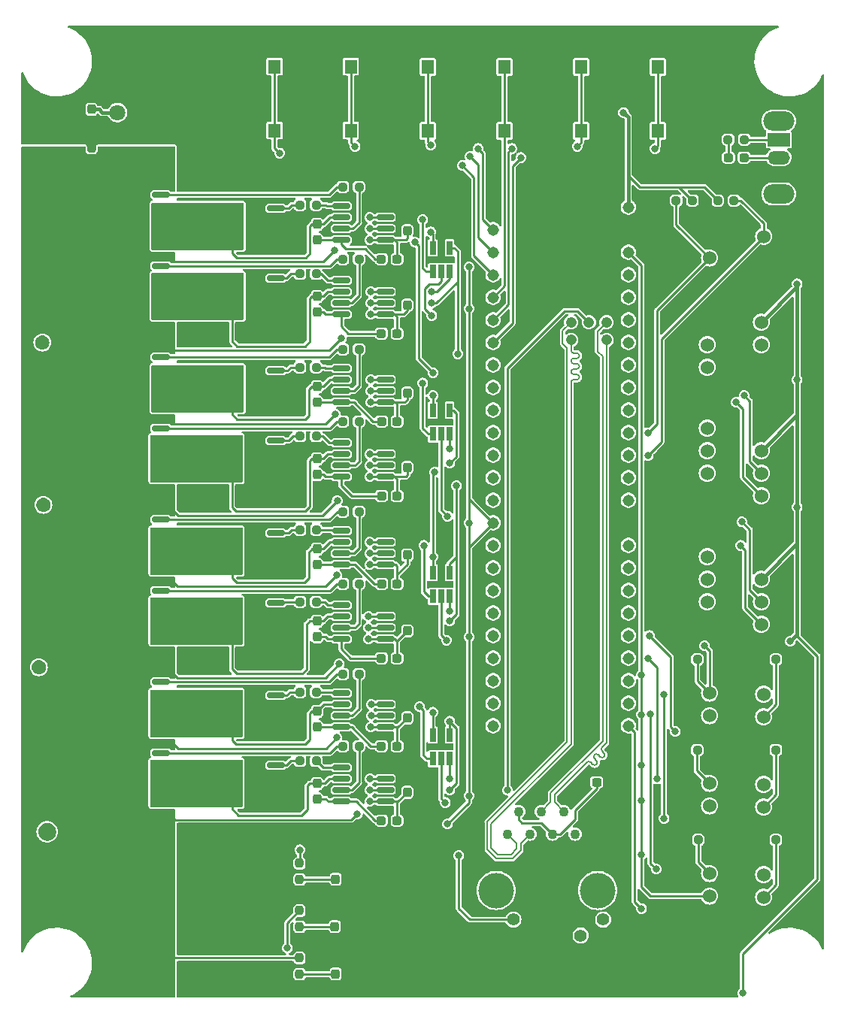
<source format=gtl>
G04 #@! TF.GenerationSoftware,KiCad,Pcbnew,7.0.7*
G04 #@! TF.CreationDate,2024-04-12T20:50:38-05:00*
G04 #@! TF.ProjectId,Science_Actuation,53636965-6e63-4655-9f41-637475617469,rev?*
G04 #@! TF.SameCoordinates,Original*
G04 #@! TF.FileFunction,Copper,L1,Top*
G04 #@! TF.FilePolarity,Positive*
%FSLAX46Y46*%
G04 Gerber Fmt 4.6, Leading zero omitted, Abs format (unit mm)*
G04 Created by KiCad (PCBNEW 7.0.7) date 2024-04-12 20:50:38*
%MOMM*%
%LPD*%
G01*
G04 APERTURE LIST*
G04 Aperture macros list*
%AMRoundRect*
0 Rectangle with rounded corners*
0 $1 Rounding radius*
0 $2 $3 $4 $5 $6 $7 $8 $9 X,Y pos of 4 corners*
0 Add a 4 corners polygon primitive as box body*
4,1,4,$2,$3,$4,$5,$6,$7,$8,$9,$2,$3,0*
0 Add four circle primitives for the rounded corners*
1,1,$1+$1,$2,$3*
1,1,$1+$1,$4,$5*
1,1,$1+$1,$6,$7*
1,1,$1+$1,$8,$9*
0 Add four rect primitives between the rounded corners*
20,1,$1+$1,$2,$3,$4,$5,0*
20,1,$1+$1,$4,$5,$6,$7,0*
20,1,$1+$1,$6,$7,$8,$9,0*
20,1,$1+$1,$8,$9,$2,$3,0*%
G04 Aperture macros list end*
G04 #@! TA.AperFunction,SMDPad,CuDef*
%ADD10R,0.650000X1.560000*%
G04 #@! TD*
G04 #@! TA.AperFunction,SMDPad,CuDef*
%ADD11RoundRect,0.237500X-0.287500X-0.237500X0.287500X-0.237500X0.287500X0.237500X-0.287500X0.237500X0*%
G04 #@! TD*
G04 #@! TA.AperFunction,SMDPad,CuDef*
%ADD12R,1.400000X1.600000*%
G04 #@! TD*
G04 #@! TA.AperFunction,SMDPad,CuDef*
%ADD13RoundRect,0.237500X0.237500X-0.300000X0.237500X0.300000X-0.237500X0.300000X-0.237500X-0.300000X0*%
G04 #@! TD*
G04 #@! TA.AperFunction,SMDPad,CuDef*
%ADD14RoundRect,0.237500X-0.250000X-0.237500X0.250000X-0.237500X0.250000X0.237500X-0.250000X0.237500X0*%
G04 #@! TD*
G04 #@! TA.AperFunction,SMDPad,CuDef*
%ADD15RoundRect,0.150000X0.825000X0.150000X-0.825000X0.150000X-0.825000X-0.150000X0.825000X-0.150000X0*%
G04 #@! TD*
G04 #@! TA.AperFunction,SMDPad,CuDef*
%ADD16RoundRect,0.237500X0.287500X0.237500X-0.287500X0.237500X-0.287500X-0.237500X0.287500X-0.237500X0*%
G04 #@! TD*
G04 #@! TA.AperFunction,ComponentPad*
%ADD17C,1.308000*%
G04 #@! TD*
G04 #@! TA.AperFunction,ComponentPad*
%ADD18C,1.208000*%
G04 #@! TD*
G04 #@! TA.AperFunction,ComponentPad*
%ADD19R,1.600000X1.600000*%
G04 #@! TD*
G04 #@! TA.AperFunction,ComponentPad*
%ADD20C,1.600000*%
G04 #@! TD*
G04 #@! TA.AperFunction,SMDPad,CuDef*
%ADD21RoundRect,0.237500X-0.237500X0.287500X-0.237500X-0.287500X0.237500X-0.287500X0.237500X0.287500X0*%
G04 #@! TD*
G04 #@! TA.AperFunction,ComponentPad*
%ADD22C,1.524000*%
G04 #@! TD*
G04 #@! TA.AperFunction,SMDPad,CuDef*
%ADD23RoundRect,0.237500X-0.237500X0.250000X-0.237500X-0.250000X0.237500X-0.250000X0.237500X0.250000X0*%
G04 #@! TD*
G04 #@! TA.AperFunction,SMDPad,CuDef*
%ADD24RoundRect,0.237500X0.250000X0.237500X-0.250000X0.237500X-0.250000X-0.237500X0.250000X-0.237500X0*%
G04 #@! TD*
G04 #@! TA.AperFunction,SMDPad,CuDef*
%ADD25RoundRect,0.237500X-0.237500X0.300000X-0.237500X-0.300000X0.237500X-0.300000X0.237500X0.300000X0*%
G04 #@! TD*
G04 #@! TA.AperFunction,ComponentPad*
%ADD26O,3.500000X2.200000*%
G04 #@! TD*
G04 #@! TA.AperFunction,ComponentPad*
%ADD27R,2.500000X1.500000*%
G04 #@! TD*
G04 #@! TA.AperFunction,ComponentPad*
%ADD28O,2.500000X1.500000*%
G04 #@! TD*
G04 #@! TA.AperFunction,ComponentPad*
%ADD29R,2.000000X2.000000*%
G04 #@! TD*
G04 #@! TA.AperFunction,ComponentPad*
%ADD30C,2.000000*%
G04 #@! TD*
G04 #@! TA.AperFunction,ComponentPad*
%ADD31C,1.100000*%
G04 #@! TD*
G04 #@! TA.AperFunction,ComponentPad*
%ADD32C,1.400000*%
G04 #@! TD*
G04 #@! TA.AperFunction,ComponentPad*
%ADD33C,4.000000*%
G04 #@! TD*
G04 #@! TA.AperFunction,ComponentPad*
%ADD34R,1.800000X1.800000*%
G04 #@! TD*
G04 #@! TA.AperFunction,ComponentPad*
%ADD35C,1.800000*%
G04 #@! TD*
G04 #@! TA.AperFunction,SMDPad,CuDef*
%ADD36RoundRect,0.237500X0.300000X0.237500X-0.300000X0.237500X-0.300000X-0.237500X0.300000X-0.237500X0*%
G04 #@! TD*
G04 #@! TA.AperFunction,ComponentPad*
%ADD37O,5.100000X3.000000*%
G04 #@! TD*
G04 #@! TA.AperFunction,ComponentPad*
%ADD38O,3.000000X5.100000*%
G04 #@! TD*
G04 #@! TA.AperFunction,ViaPad*
%ADD39C,0.800000*%
G04 #@! TD*
G04 #@! TA.AperFunction,Conductor*
%ADD40C,0.254000*%
G04 #@! TD*
G04 #@! TA.AperFunction,Conductor*
%ADD41C,0.250000*%
G04 #@! TD*
G04 #@! TA.AperFunction,Conductor*
%ADD42C,0.381000*%
G04 #@! TD*
G04 #@! TA.AperFunction,Conductor*
%ADD43C,0.200000*%
G04 #@! TD*
G04 APERTURE END LIST*
D10*
X127230297Y-82296000D03*
X126280297Y-82296000D03*
X125330297Y-82296000D03*
X125330297Y-84996000D03*
X126280297Y-84996000D03*
X127230297Y-84996000D03*
D11*
X119563297Y-65278000D03*
X121313297Y-65278000D03*
D12*
X124780297Y-50844000D03*
X124780297Y-43644000D03*
X127780297Y-50844000D03*
X127780297Y-43644000D03*
D13*
X112310297Y-107796500D03*
X112310297Y-106071500D03*
D14*
X153307797Y-110363000D03*
X155132797Y-110363000D03*
D15*
X119992297Y-99695000D03*
X119992297Y-98425000D03*
X119992297Y-97155000D03*
X119992297Y-95885000D03*
X115042297Y-95885000D03*
X115042297Y-97155000D03*
X115042297Y-98425000D03*
X115042297Y-99695000D03*
D13*
X112310297Y-71220500D03*
X112310297Y-69495500D03*
D16*
X160387000Y-53848000D03*
X158637000Y-53848000D03*
D17*
X132122297Y-61976000D03*
X132122297Y-64516000D03*
X132122297Y-67056000D03*
X132122297Y-69596000D03*
X132122297Y-94996000D03*
X147362297Y-64516000D03*
X132122297Y-72136000D03*
X132122297Y-74676000D03*
X132122297Y-77216000D03*
X132122297Y-79756000D03*
X132122297Y-82296000D03*
X132122297Y-84836000D03*
X132122297Y-87376000D03*
X132122297Y-89916000D03*
X132122297Y-92456000D03*
X147362297Y-92456000D03*
X147362297Y-89916000D03*
X147362297Y-87376000D03*
X147362297Y-84836000D03*
X147362297Y-82296000D03*
X147362297Y-79756000D03*
X147362297Y-77216000D03*
X147362297Y-74676000D03*
X147362297Y-72136000D03*
X147362297Y-69596000D03*
X147362297Y-67056000D03*
X132122297Y-97536000D03*
X132122297Y-100076000D03*
X132122297Y-102616000D03*
X132122297Y-105156000D03*
X132122297Y-107696000D03*
X132122297Y-110236000D03*
X132122297Y-112776000D03*
X132122297Y-115316000D03*
X132122297Y-117856000D03*
X147362297Y-117856000D03*
X147362297Y-115316000D03*
X147362297Y-112776000D03*
X147362297Y-110236000D03*
X147362297Y-107696000D03*
X147362297Y-105156000D03*
X147362297Y-102616000D03*
X147362297Y-100076000D03*
X147362297Y-97536000D03*
X132122297Y-59436000D03*
X147362297Y-94996000D03*
X147362297Y-61976000D03*
D18*
X142912297Y-74406000D03*
X142912297Y-72406000D03*
X144912297Y-72406000D03*
X144912297Y-74406000D03*
X140912297Y-74406000D03*
X140912297Y-72406000D03*
D17*
X147362297Y-59436000D03*
D14*
X153411297Y-130683000D03*
X155236297Y-130683000D03*
D15*
X107673297Y-107823000D03*
X107673297Y-106553000D03*
X107673297Y-105283000D03*
X107673297Y-104013000D03*
X102723297Y-104013000D03*
X102723297Y-105283000D03*
X102723297Y-106553000D03*
X102723297Y-107823000D03*
X119992297Y-71501000D03*
X119992297Y-70231000D03*
X119992297Y-68961000D03*
X119992297Y-67691000D03*
X115042297Y-67691000D03*
X115042297Y-68961000D03*
X115042297Y-70231000D03*
X115042297Y-71501000D03*
X94719297Y-98425000D03*
X94719297Y-97155000D03*
X94719297Y-95885000D03*
X94719297Y-94615000D03*
X89769297Y-94615000D03*
X89769297Y-95885000D03*
X89769297Y-97155000D03*
X89769297Y-98425000D03*
X94719297Y-124714000D03*
X94719297Y-123444000D03*
X94719297Y-122174000D03*
X94719297Y-120904000D03*
X89769297Y-120904000D03*
X89769297Y-122174000D03*
X89769297Y-123444000D03*
X89769297Y-124714000D03*
D19*
X83986380Y-92964000D03*
D20*
X81486380Y-92964000D03*
D21*
X114402000Y-133378000D03*
X114402000Y-135128000D03*
D22*
X156506297Y-116713000D03*
X156506297Y-114173000D03*
D23*
X110338000Y-133340500D03*
X110338000Y-135165500D03*
D10*
X127230297Y-100584000D03*
X126280297Y-100584000D03*
X125330297Y-100584000D03*
X125330297Y-103284000D03*
X126280297Y-103284000D03*
X127230297Y-103284000D03*
D15*
X119992297Y-108077000D03*
X119992297Y-106807000D03*
X119992297Y-105537000D03*
X119992297Y-104267000D03*
X115042297Y-104267000D03*
X115042297Y-105537000D03*
X115042297Y-106807000D03*
X115042297Y-108077000D03*
D13*
X112310297Y-89508500D03*
X112310297Y-87783500D03*
D24*
X117032797Y-75438000D03*
X115207797Y-75438000D03*
D25*
X86910297Y-48413500D03*
X86910297Y-50138500D03*
D24*
X112206797Y-121793000D03*
X110381797Y-121793000D03*
D10*
X127230297Y-64008000D03*
X126280297Y-64008000D03*
X125330297Y-64008000D03*
X125330297Y-66708000D03*
X126280297Y-66708000D03*
X127230297Y-66708000D03*
D22*
X162602297Y-114300000D03*
X162602297Y-116840000D03*
D12*
X107508297Y-50800000D03*
X107508297Y-43600000D03*
X110508297Y-50800000D03*
X110508297Y-43600000D03*
D13*
X86910297Y-54456500D03*
X86910297Y-52731500D03*
D10*
X127230297Y-118872000D03*
X126280297Y-118872000D03*
X125330297Y-118872000D03*
X125330297Y-121572000D03*
X126280297Y-121572000D03*
X127230297Y-121572000D03*
D13*
X122470297Y-88746500D03*
X122470297Y-87021500D03*
D26*
X164294500Y-49748000D03*
X164294500Y-57948000D03*
D27*
X164294500Y-51848000D03*
D28*
X164294500Y-53848000D03*
X164294500Y-55848000D03*
D24*
X117032797Y-112014000D03*
X115207797Y-112014000D03*
D29*
X86910297Y-129794000D03*
D30*
X81910297Y-129794000D03*
D22*
X162348297Y-98806000D03*
X162348297Y-101346000D03*
X162348297Y-103886000D03*
X162348297Y-106426000D03*
X162348297Y-106426000D03*
D15*
X94719297Y-116713000D03*
X94719297Y-115443000D03*
X94719297Y-114173000D03*
X94719297Y-112903000D03*
X89769297Y-112903000D03*
X89769297Y-114173000D03*
X89769297Y-115443000D03*
X89769297Y-116713000D03*
D22*
X156506297Y-126873000D03*
X156506297Y-124333000D03*
D15*
X107673297Y-81661000D03*
X107673297Y-80391000D03*
X107673297Y-79121000D03*
X107673297Y-77851000D03*
X102723297Y-77851000D03*
X102723297Y-79121000D03*
X102723297Y-80391000D03*
X102723297Y-81661000D03*
X107673297Y-99949000D03*
X107673297Y-98679000D03*
X107673297Y-97409000D03*
X107673297Y-96139000D03*
X102723297Y-96139000D03*
X102723297Y-97409000D03*
X102723297Y-98679000D03*
X102723297Y-99949000D03*
D24*
X165800797Y-110363000D03*
X163975797Y-110363000D03*
D11*
X119563297Y-120142000D03*
X121313297Y-120142000D03*
D15*
X94719297Y-69850000D03*
X94719297Y-68580000D03*
X94719297Y-67310000D03*
X94719297Y-66040000D03*
X89769297Y-66040000D03*
X89769297Y-67310000D03*
X89769297Y-68580000D03*
X89769297Y-69850000D03*
X119992297Y-126365000D03*
X119992297Y-125095000D03*
X119992297Y-123825000D03*
X119992297Y-122555000D03*
X115042297Y-122555000D03*
X115042297Y-123825000D03*
X115042297Y-125095000D03*
X115042297Y-126365000D03*
D14*
X157433000Y-58674000D03*
X159258000Y-58674000D03*
D23*
X110338000Y-138674500D03*
X110338000Y-140499500D03*
D19*
X85968651Y-111252000D03*
D20*
X80968651Y-111252000D03*
D15*
X107673297Y-89535000D03*
X107673297Y-88265000D03*
X107673297Y-86995000D03*
X107673297Y-85725000D03*
X102723297Y-85725000D03*
X102723297Y-86995000D03*
X102723297Y-88265000D03*
X102723297Y-89535000D03*
D13*
X122470297Y-80364500D03*
X122470297Y-78639500D03*
D15*
X107673297Y-118237000D03*
X107673297Y-116967000D03*
X107673297Y-115697000D03*
X107673297Y-114427000D03*
X102723297Y-114427000D03*
X102723297Y-115697000D03*
X102723297Y-116967000D03*
X102723297Y-118237000D03*
X94719297Y-88138000D03*
X94719297Y-86868000D03*
X94719297Y-85598000D03*
X94719297Y-84328000D03*
X89769297Y-84328000D03*
X89769297Y-85598000D03*
X89769297Y-86868000D03*
X89769297Y-88138000D03*
D24*
X154582500Y-58674000D03*
X152757500Y-58674000D03*
D12*
X150688297Y-50844000D03*
X150688297Y-43644000D03*
X153688297Y-50844000D03*
X153688297Y-43644000D03*
D22*
X156506297Y-137033000D03*
X156506297Y-134493000D03*
D15*
X119992297Y-81407000D03*
X119992297Y-80137000D03*
X119992297Y-78867000D03*
X119992297Y-77597000D03*
X115042297Y-77597000D03*
X115042297Y-78867000D03*
X115042297Y-80137000D03*
X115042297Y-81407000D03*
D22*
X156252297Y-77470000D03*
X156252297Y-74930000D03*
X156252297Y-72390000D03*
D15*
X94719297Y-61849000D03*
X94719297Y-60579000D03*
X94719297Y-59309000D03*
X94719297Y-58039000D03*
X89769297Y-58039000D03*
X89769297Y-59309000D03*
X89769297Y-60579000D03*
X89769297Y-61849000D03*
D22*
X156252297Y-106426000D03*
X156252297Y-103886000D03*
X156252297Y-101346000D03*
X156252297Y-98806000D03*
X156252297Y-98806000D03*
D13*
X122470297Y-107161500D03*
X122470297Y-105436500D03*
D21*
X114402000Y-144046000D03*
X114402000Y-145796000D03*
D24*
X112206797Y-85217000D03*
X110381797Y-85217000D03*
D15*
X107673297Y-71247000D03*
X107673297Y-69977000D03*
X107673297Y-68707000D03*
X107673297Y-67437000D03*
X102723297Y-67437000D03*
X102723297Y-68707000D03*
X102723297Y-69977000D03*
X102723297Y-71247000D03*
D24*
X117032797Y-57150000D03*
X115207797Y-57150000D03*
D11*
X119577297Y-101854000D03*
X121327297Y-101854000D03*
D22*
X156506297Y-65151000D03*
X156506297Y-62611000D03*
D13*
X112310297Y-99668500D03*
X112310297Y-97943500D03*
D12*
X116120297Y-50800000D03*
X116120297Y-43600000D03*
X119120297Y-50800000D03*
X119120297Y-43600000D03*
D11*
X119563297Y-110236000D03*
X121313297Y-110236000D03*
D15*
X119992297Y-89789000D03*
X119992297Y-88519000D03*
X119992297Y-87249000D03*
X119992297Y-85979000D03*
X115042297Y-85979000D03*
X115042297Y-87249000D03*
X115042297Y-88519000D03*
X115042297Y-89789000D03*
X119992297Y-117983000D03*
X119992297Y-116713000D03*
X119992297Y-115443000D03*
X119992297Y-114173000D03*
X115042297Y-114173000D03*
X115042297Y-115443000D03*
X115042297Y-116713000D03*
X115042297Y-117983000D03*
D24*
X165800797Y-130683000D03*
X163975797Y-130683000D03*
D15*
X107673297Y-63373000D03*
X107673297Y-62103000D03*
X107673297Y-60833000D03*
X107673297Y-59563000D03*
X102723297Y-59563000D03*
X102723297Y-60833000D03*
X102723297Y-62103000D03*
X102723297Y-63373000D03*
D13*
X122470297Y-98626000D03*
X122470297Y-96901000D03*
D24*
X112230297Y-95758000D03*
X110405297Y-95758000D03*
D12*
X133416297Y-50844000D03*
X133416297Y-43644000D03*
X136416297Y-50844000D03*
X136416297Y-43644000D03*
D22*
X162602297Y-124460000D03*
X162602297Y-127000000D03*
D11*
X119563297Y-128524000D03*
X121313297Y-128524000D03*
D22*
X162602297Y-62738000D03*
X162602297Y-65278000D03*
D11*
X119577297Y-83566000D03*
X121327297Y-83566000D03*
D15*
X119992297Y-63119000D03*
X119992297Y-61849000D03*
X119992297Y-60579000D03*
X119992297Y-59309000D03*
X115042297Y-59309000D03*
X115042297Y-60579000D03*
X115042297Y-61849000D03*
X115042297Y-63119000D03*
D19*
X83859380Y-74676000D03*
D20*
X81359380Y-74676000D03*
D24*
X117032797Y-83566000D03*
X115207797Y-83566000D03*
D31*
X133756000Y-130048000D03*
X135026000Y-127508000D03*
X136296000Y-130048000D03*
X137566000Y-127508000D03*
X138836000Y-130048000D03*
X140106000Y-127508000D03*
X141376000Y-130048000D03*
X142646000Y-127508000D03*
D32*
X131876000Y-141478000D03*
X134416000Y-139688000D03*
X141986000Y-141478000D03*
X144526000Y-139688000D03*
D33*
X132486000Y-136398000D03*
X143916000Y-136398000D03*
D30*
X130326000Y-133348000D03*
X146076000Y-133348000D03*
D22*
X156252297Y-91948000D03*
X156252297Y-89408000D03*
X156252297Y-86868000D03*
X156252297Y-84328000D03*
X156252297Y-84328000D03*
D24*
X117032797Y-65278000D03*
X115207797Y-65278000D03*
X112206797Y-59182000D03*
X110381797Y-59182000D03*
X117032797Y-101854000D03*
X115207797Y-101854000D03*
D15*
X94719297Y-106426000D03*
X94719297Y-105156000D03*
X94719297Y-103886000D03*
X94719297Y-102616000D03*
X89769297Y-102616000D03*
X89769297Y-103886000D03*
X89769297Y-105156000D03*
X89769297Y-106426000D03*
D22*
X162348297Y-84328000D03*
X162348297Y-86868000D03*
X162348297Y-89408000D03*
X162348297Y-91948000D03*
X162348297Y-91948000D03*
D24*
X112206797Y-66929000D03*
X110381797Y-66929000D03*
D13*
X122470297Y-62076500D03*
X122470297Y-60351500D03*
D24*
X112206797Y-103886000D03*
X110381797Y-103886000D03*
D15*
X107673297Y-126111000D03*
X107673297Y-124841000D03*
X107673297Y-123571000D03*
X107673297Y-122301000D03*
X102723297Y-122301000D03*
X102723297Y-123571000D03*
X102723297Y-124841000D03*
X102723297Y-126111000D03*
D13*
X112310297Y-81380500D03*
X112310297Y-79655500D03*
D23*
X110338000Y-144008500D03*
X110338000Y-145833500D03*
D24*
X112206797Y-114046000D03*
X110381797Y-114046000D03*
D13*
X122470297Y-70458500D03*
X122470297Y-68733500D03*
X112310297Y-126084500D03*
X112310297Y-124359500D03*
D22*
X162348297Y-72390000D03*
X162348297Y-74930000D03*
X162348297Y-77470000D03*
D24*
X117032797Y-93726000D03*
X115207797Y-93726000D03*
D12*
X142052297Y-50844000D03*
X142052297Y-43644000D03*
X145052297Y-50844000D03*
X145052297Y-43644000D03*
D13*
X112310297Y-117956500D03*
X112310297Y-116231500D03*
D24*
X117032797Y-120142000D03*
X115207797Y-120142000D03*
X165800797Y-120586500D03*
X163975797Y-120586500D03*
X112206797Y-77470000D03*
X110381797Y-77470000D03*
D34*
X89836297Y-53858000D03*
D35*
X89836297Y-51318000D03*
X89836297Y-48778000D03*
D22*
X162602297Y-134620000D03*
X162602297Y-137160000D03*
D11*
X119577297Y-91948000D03*
X121327297Y-91948000D03*
D21*
X114289000Y-138712000D03*
X114289000Y-140462000D03*
D14*
X153307797Y-120586500D03*
X155132797Y-120586500D03*
D36*
X145515500Y-124206000D03*
X143790500Y-124206000D03*
D13*
X122470297Y-116940500D03*
X122470297Y-115215500D03*
X112310297Y-63092500D03*
X112310297Y-61367500D03*
D15*
X94719297Y-80137000D03*
X94719297Y-78867000D03*
X94719297Y-77597000D03*
X94719297Y-76327000D03*
X89769297Y-76327000D03*
X89769297Y-77597000D03*
X89769297Y-78867000D03*
X89769297Y-80137000D03*
D11*
X119563297Y-73660000D03*
X121313297Y-73660000D03*
D24*
X160424500Y-51816000D03*
X158599500Y-51816000D03*
D13*
X122470297Y-125322500D03*
X122470297Y-123597500D03*
D37*
X100626297Y-130366800D03*
X92752297Y-130366800D03*
D38*
X98783497Y-124333000D03*
X98783497Y-116459000D03*
X98783497Y-69469000D03*
X98783497Y-61595000D03*
X98783497Y-87757000D03*
X98783497Y-79883000D03*
X98783497Y-106045000D03*
X98783497Y-98171000D03*
D39*
X118364000Y-71501000D03*
X114362427Y-82740193D03*
X114808000Y-110871000D03*
X115062000Y-74168000D03*
X118110000Y-108077000D03*
X118237000Y-63119000D03*
X114516853Y-100905066D03*
X118364000Y-81407000D03*
X118237000Y-126365000D03*
X116840000Y-127762000D03*
X114300000Y-64262000D03*
X118237000Y-99695000D03*
X114579400Y-92506800D03*
X114516853Y-119193066D03*
X118237000Y-89789000D03*
X118364000Y-117983000D03*
X105791000Y-77851000D03*
X105791000Y-69977000D03*
X122555000Y-113030000D03*
X109601000Y-69977000D03*
X105791000Y-80391000D03*
X156210000Y-50800000D03*
X100965000Y-73660000D03*
X138430000Y-105410000D03*
X122555000Y-85090000D03*
X130302000Y-50800000D03*
X109601000Y-73787000D03*
X145034000Y-52324000D03*
X138430000Y-111760000D03*
X109601000Y-68707000D03*
X138938000Y-50800000D03*
X105791000Y-60833000D03*
X138430000Y-69850000D03*
X109474000Y-81661000D03*
X127254000Y-80772000D03*
X105791000Y-124841000D03*
X114427000Y-142240000D03*
X105791000Y-89535000D03*
X144780000Y-56515000D03*
X147574000Y-43688000D03*
X105791000Y-116967000D03*
X109601000Y-71247000D03*
X105791000Y-118237000D03*
X105791000Y-107823000D03*
X109601000Y-105283000D03*
X105791000Y-110363000D03*
X97790000Y-110490000D03*
X138430000Y-116840000D03*
X109601000Y-124841000D03*
X109601000Y-106553000D03*
X113030000Y-50800000D03*
X138430000Y-74930000D03*
X109601000Y-110363000D03*
X109601000Y-62103000D03*
X109474000Y-79121000D03*
X138430000Y-90170000D03*
X105791000Y-105283000D03*
X122555000Y-103505000D03*
X109601000Y-123571000D03*
X97790000Y-92075000D03*
X122555000Y-76200000D03*
X105791000Y-115697000D03*
X130302000Y-43688000D03*
X100965000Y-110490000D03*
X107696000Y-127000000D03*
X109601000Y-60833000D03*
X109601000Y-126111000D03*
X105791000Y-59563000D03*
X105791000Y-92075000D03*
X109601000Y-107823000D03*
X109474000Y-80391000D03*
X121666000Y-43688000D03*
X100965000Y-92075000D03*
X122555000Y-66675000D03*
X105791000Y-97409000D03*
X97790000Y-73660000D03*
X105791000Y-67437000D03*
X105791000Y-88265000D03*
X105791000Y-73787000D03*
X109601000Y-118237000D03*
X109601000Y-98679000D03*
X105791000Y-123571000D03*
X105791000Y-62103000D03*
X105791000Y-71247000D03*
X105791000Y-98679000D03*
X109601000Y-88265000D03*
X144780000Y-61595000D03*
X156210000Y-43688000D03*
X126619000Y-97028000D03*
X105791000Y-126111000D03*
X105791000Y-68707000D03*
X105791000Y-63373000D03*
X138938000Y-43688000D03*
X105791000Y-114427000D03*
X109601000Y-92075000D03*
X109601000Y-116967000D03*
X158242000Y-82677000D03*
X138430000Y-100330000D03*
X105791000Y-86995000D03*
X138938000Y-43688000D03*
X105791000Y-99949000D03*
X109601000Y-89535000D03*
X138430000Y-61595000D03*
X138430000Y-85090000D03*
X105791000Y-79121000D03*
X122555000Y-58420000D03*
X138430000Y-80010000D03*
X109601000Y-86995000D03*
X109601000Y-115697000D03*
X109601000Y-99949000D03*
X138430000Y-95250000D03*
X121666000Y-50800000D03*
X109601000Y-97409000D03*
X109601000Y-63373000D03*
X138430000Y-56515000D03*
X144780000Y-69850000D03*
X105791000Y-106553000D03*
X122555000Y-93980000D03*
X113030000Y-43688000D03*
X122555000Y-121920000D03*
X105791000Y-122301000D03*
X105791000Y-85725000D03*
X105791000Y-81661000D03*
X105791000Y-104013000D03*
X108966000Y-142875000D03*
X166370000Y-93218000D03*
X146822000Y-48778000D03*
X160274000Y-147955000D03*
X165608000Y-108331000D03*
X166370000Y-78867000D03*
X166370000Y-68072000D03*
X148844000Y-116586000D03*
X129413000Y-94996000D03*
X126746000Y-126492000D03*
X110363000Y-131826000D03*
X129413000Y-125730000D03*
X129413000Y-107823000D03*
X129413000Y-66167000D03*
X129413000Y-70866000D03*
X127000000Y-94234000D03*
X148844000Y-112141000D03*
X127000000Y-128905000D03*
X148844000Y-132334000D03*
X125222000Y-71628000D03*
X148844000Y-122301000D03*
X148844000Y-126238000D03*
X126873000Y-108204000D03*
X148844000Y-138430000D03*
X149857465Y-116572038D03*
X150495000Y-133985000D03*
X149570500Y-110236000D03*
X150622000Y-123825000D03*
X152654000Y-118491000D03*
X149733000Y-107696000D03*
X155956000Y-108839000D03*
X127254000Y-117348000D03*
X127254000Y-125095000D03*
X118279297Y-125095000D03*
X125349000Y-116332000D03*
X118406297Y-116713000D03*
X127254000Y-88265000D03*
X118237000Y-88519000D03*
X118364000Y-80137000D03*
X125349000Y-80645000D03*
X118110000Y-106807000D03*
X128016000Y-90805000D03*
X127254000Y-106045000D03*
X125553797Y-89281000D03*
X125349000Y-98806000D03*
X118237000Y-98425000D03*
X118364000Y-70231000D03*
X125222000Y-70231000D03*
X128143000Y-75946000D03*
X125095000Y-62230000D03*
X118237000Y-61849000D03*
X123317000Y-63373000D03*
X125376000Y-78078000D03*
X128270000Y-132461000D03*
X133731000Y-125095000D03*
X160401000Y-80645000D03*
X159512000Y-81407000D03*
X128651000Y-54737000D03*
X108077000Y-53340000D03*
X125095000Y-52451000D03*
X130429000Y-52832000D03*
X141605000Y-52578000D03*
X134239000Y-52832000D03*
X116586000Y-52578000D03*
X129540000Y-53721000D03*
X135255000Y-53848000D03*
X150368000Y-52832000D03*
X160147000Y-94869000D03*
X160020000Y-97536000D03*
X151384000Y-114300000D03*
X151384000Y-128270000D03*
X118406297Y-115443000D03*
X123867297Y-115697000D03*
X118279297Y-123825000D03*
X127254000Y-123825000D03*
X118364000Y-78867000D03*
X124206000Y-79248000D03*
X118237000Y-87249000D03*
X127254000Y-86614000D03*
X124333000Y-97536000D03*
X118237000Y-97155000D03*
X118110000Y-105537000D03*
X127230297Y-104925703D03*
X124206000Y-60833000D03*
X118237000Y-60579000D03*
X118364000Y-68961000D03*
X125222000Y-68961000D03*
X149606000Y-87376000D03*
X149606000Y-84836000D03*
D40*
X121313297Y-110236000D02*
X121313297Y-108318500D01*
X119992297Y-71501000D02*
X118364000Y-71501000D01*
X121313297Y-71783297D02*
X121031000Y-71501000D01*
X122470297Y-81110703D02*
X122470297Y-80364500D01*
D41*
X96195000Y-65588000D02*
X95631000Y-65024000D01*
D40*
X122470297Y-116940500D02*
X121427797Y-117983000D01*
X116840000Y-127762000D02*
X116167000Y-128435000D01*
X122470297Y-71077703D02*
X122470297Y-70458500D01*
X121031000Y-63119000D02*
X122301000Y-63119000D01*
X121327297Y-91948000D02*
X121327297Y-90085297D01*
X121313297Y-63401297D02*
X121031000Y-63119000D01*
X121313297Y-126479500D02*
X121427797Y-126365000D01*
X114362427Y-82740193D02*
X113282620Y-83820000D01*
X119992297Y-63119000D02*
X118237000Y-63119000D01*
X121427797Y-117983000D02*
X119992297Y-117983000D01*
D41*
X101706500Y-65588000D02*
X96195000Y-65588000D01*
D40*
X112925200Y-94161000D02*
X114579400Y-92506800D01*
X119992297Y-126365000D02*
X121427797Y-126365000D01*
X114300000Y-64262000D02*
X112976000Y-65586000D01*
X121313297Y-118097500D02*
X121427797Y-117983000D01*
X119992297Y-81407000D02*
X118364000Y-81407000D01*
X121327297Y-101854000D02*
X121327297Y-100795703D01*
X119992297Y-81407000D02*
X121158000Y-81407000D01*
X114516853Y-119193066D02*
X113313919Y-120396000D01*
X122174000Y-81407000D02*
X122470297Y-81110703D01*
X121327297Y-81576297D02*
X121158000Y-81407000D01*
X119992297Y-108077000D02*
X121071797Y-108077000D01*
X121427797Y-126365000D02*
X122470297Y-125322500D01*
X121313297Y-128524000D02*
X121313297Y-126479500D01*
X121327297Y-90085297D02*
X121031000Y-89789000D01*
X119992297Y-126365000D02*
X118237000Y-126365000D01*
X121313297Y-65278000D02*
X121313297Y-63401297D01*
X115062000Y-74168000D02*
X113665000Y-75565000D01*
X121327297Y-100795703D02*
X122470297Y-99652703D01*
X116167000Y-128435000D02*
X96304000Y-128435000D01*
X121313297Y-108318500D02*
X122470297Y-107161500D01*
X96088200Y-93573600D02*
X96675600Y-94161000D01*
X113665000Y-75565000D02*
X96012000Y-75565000D01*
X121071797Y-108077000D02*
X121313297Y-108318500D01*
X119992297Y-108077000D02*
X118110000Y-108077000D01*
X122301000Y-63119000D02*
X122470297Y-62949703D01*
X122470297Y-62949703D02*
X122470297Y-62076500D01*
X121158000Y-99695000D02*
X121327297Y-99864297D01*
X121327297Y-83566000D02*
X121327297Y-81576297D01*
X122047000Y-71501000D02*
X122470297Y-71077703D01*
X121031000Y-71501000D02*
X122047000Y-71501000D01*
X119992297Y-89789000D02*
X118237000Y-89789000D01*
X113282620Y-83820000D02*
X96139000Y-83820000D01*
X96304000Y-128435000D02*
X96012000Y-128143000D01*
X96647000Y-120396000D02*
X96012000Y-119761000D01*
X96574000Y-102162000D02*
X96075500Y-101663500D01*
X119992297Y-63119000D02*
X121031000Y-63119000D01*
X119992297Y-117983000D02*
X118364000Y-117983000D01*
X122470297Y-89619703D02*
X122470297Y-88746500D01*
X110338000Y-144008500D02*
X95494500Y-144008500D01*
X119992297Y-99695000D02*
X121158000Y-99695000D01*
X113259919Y-102162000D02*
X96574000Y-102162000D01*
X121313297Y-73660000D02*
X121313297Y-71783297D01*
X119992297Y-99695000D02*
X118237000Y-99695000D01*
X121313297Y-120142000D02*
X121313297Y-118097500D01*
X122470297Y-99652703D02*
X122470297Y-98626000D01*
X119992297Y-89789000D02*
X121031000Y-89789000D01*
X112976000Y-65586000D02*
X101706500Y-65586000D01*
X113313919Y-120396000D02*
X96647000Y-120396000D01*
X114516853Y-100905066D02*
X113259919Y-102162000D01*
X122301000Y-89789000D02*
X122470297Y-89619703D01*
X121031000Y-89789000D02*
X122301000Y-89789000D01*
X119992297Y-71501000D02*
X121031000Y-71501000D01*
X96574000Y-112449000D02*
X96012000Y-111887000D01*
X121158000Y-81407000D02*
X122174000Y-81407000D01*
X113230000Y-112449000D02*
X96574000Y-112449000D01*
X121327297Y-99864297D02*
X121327297Y-100795703D01*
X96675600Y-94161000D02*
X112925200Y-94161000D01*
X114808000Y-110871000D02*
X113230000Y-112449000D01*
X127254000Y-80772000D02*
X126995297Y-80772000D01*
X139700000Y-130048000D02*
X141351000Y-128397000D01*
X135026000Y-127508000D02*
X135026000Y-128422000D01*
X143790500Y-124941500D02*
X143790500Y-124206000D01*
X141351000Y-128397000D02*
X141351000Y-127381000D01*
X141351000Y-127381000D02*
X143790500Y-124941500D01*
X135026000Y-128422000D02*
X135382000Y-128778000D01*
X135382000Y-128778000D02*
X137566000Y-128778000D01*
X137566000Y-128778000D02*
X138836000Y-130048000D01*
X138836000Y-130048000D02*
X139700000Y-130048000D01*
D42*
X166370000Y-79629000D02*
X166370000Y-82296000D01*
D40*
X155909000Y-57150000D02*
X152908000Y-57150000D01*
D42*
X166370000Y-107569000D02*
X165608000Y-108331000D01*
X162348297Y-72390000D02*
X166370000Y-68368297D01*
X166370000Y-93218000D02*
X166370000Y-94488000D01*
X166370000Y-82296000D02*
X166370000Y-82846297D01*
X86910297Y-48413500D02*
X87783500Y-48413500D01*
D40*
X152908000Y-57150000D02*
X148632297Y-57150000D01*
X160274000Y-143510000D02*
X168656000Y-135128000D01*
D42*
X146822000Y-48778000D02*
X147362297Y-49318297D01*
D40*
X168656000Y-109982000D02*
X166370000Y-107696000D01*
X148632297Y-57150000D02*
X147362297Y-55880000D01*
D42*
X166370000Y-96139000D02*
X166370000Y-107569000D01*
D40*
X157433000Y-58674000D02*
X155909000Y-57150000D01*
D42*
X166370000Y-78867000D02*
X166370000Y-79629000D01*
D40*
X166370000Y-107696000D02*
X166370000Y-107569000D01*
D42*
X166370000Y-68368297D02*
X166370000Y-68072000D01*
D40*
X168656000Y-135128000D02*
X168656000Y-109982000D01*
X108966000Y-140046500D02*
X108966000Y-142875000D01*
D42*
X166370000Y-82846297D02*
X162348297Y-86868000D01*
X166370000Y-94488000D02*
X166370000Y-96139000D01*
X166370000Y-82296000D02*
X166370000Y-93218000D01*
X166370000Y-68072000D02*
X166370000Y-78867000D01*
X147362297Y-55880000D02*
X147362297Y-59436000D01*
X88148000Y-48778000D02*
X89836297Y-48778000D01*
D40*
X160274000Y-147955000D02*
X160274000Y-143510000D01*
X154582500Y-58674000D02*
X153058500Y-57150000D01*
X110338000Y-138674500D02*
X108966000Y-140046500D01*
D42*
X162348297Y-101346000D02*
X166370000Y-97324297D01*
X147362297Y-49318297D02*
X147362297Y-55880000D01*
X166370000Y-97324297D02*
X166370000Y-96139000D01*
D40*
X153058500Y-57150000D02*
X152908000Y-57150000D01*
D42*
X87783500Y-48413500D02*
X88148000Y-48778000D01*
D40*
X149860000Y-137033000D02*
X156506297Y-137033000D01*
X129413000Y-91821000D02*
X129413000Y-94996000D01*
X110363000Y-131826000D02*
X110363000Y-133315500D01*
X126280297Y-126026297D02*
X126746000Y-126492000D01*
X132122297Y-94996000D02*
X129413000Y-97705297D01*
X125950297Y-68072000D02*
X124968000Y-68072000D01*
X148844000Y-114427000D02*
X148844000Y-120650000D01*
X129413000Y-92286703D02*
X132122297Y-94996000D01*
X127000000Y-128905000D02*
X129413000Y-126492000D01*
X124460000Y-70866000D02*
X125222000Y-71628000D01*
X129413000Y-98425000D02*
X129413000Y-107823000D01*
X148844000Y-124714000D02*
X148844000Y-130810000D01*
X126280297Y-67742000D02*
X125950297Y-68072000D01*
X129413000Y-70866000D02*
X129413000Y-91821000D01*
X147362297Y-64516000D02*
X148844000Y-65997703D01*
X127000000Y-94234000D02*
X126280297Y-93514297D01*
X129413000Y-107823000D02*
X129413000Y-125730000D01*
X148844000Y-130810000D02*
X148844000Y-136017000D01*
X160456500Y-51848000D02*
X160424500Y-51816000D01*
X129413000Y-91821000D02*
X129413000Y-92286703D01*
X148844000Y-122301000D02*
X148844000Y-120650000D01*
X148844000Y-132334000D02*
X148844000Y-130810000D01*
X126280297Y-107611297D02*
X126873000Y-108204000D01*
X148844000Y-136017000D02*
X149860000Y-137033000D01*
X124460000Y-68580000D02*
X124460000Y-70866000D01*
X148844000Y-124714000D02*
X148844000Y-126238000D01*
X148844000Y-116586000D02*
X148844000Y-114427000D01*
X129413000Y-94996000D02*
X129413000Y-98425000D01*
X129413000Y-126492000D02*
X129413000Y-125730000D01*
X148844000Y-112141000D02*
X148844000Y-110363000D01*
X148844000Y-110363000D02*
X148844000Y-114427000D01*
X126280297Y-66708000D02*
X126280297Y-67742000D01*
X164294500Y-51848000D02*
X160456500Y-51848000D01*
X148844000Y-65997703D02*
X148844000Y-110363000D01*
X124968000Y-68072000D02*
X124460000Y-68580000D01*
X129413000Y-97705297D02*
X129413000Y-98425000D01*
X126280297Y-121572000D02*
X126280297Y-126026297D01*
X110363000Y-133315500D02*
X110338000Y-133340500D01*
X129413000Y-66167000D02*
X129413000Y-70866000D01*
X126280297Y-93514297D02*
X126280297Y-84996000D01*
X148844000Y-120650000D02*
X148844000Y-124714000D01*
X126280297Y-103284000D02*
X126280297Y-107611297D01*
X113580297Y-126365000D02*
X115042297Y-126365000D01*
X118872000Y-128524000D02*
X119563297Y-128524000D01*
X113299797Y-126084500D02*
X113580297Y-126365000D01*
X116713000Y-126365000D02*
X118872000Y-128524000D01*
X112310297Y-126084500D02*
X113299797Y-126084500D01*
X115042297Y-126365000D02*
X116713000Y-126365000D01*
X112310297Y-124359500D02*
X111479500Y-124359500D01*
X111252000Y-124587000D02*
X111252000Y-127254000D01*
X113172797Y-124359500D02*
X113707297Y-123825000D01*
X113707297Y-123825000D02*
X115042297Y-123825000D01*
X103470000Y-127981000D02*
X102723297Y-127234297D01*
X112310297Y-124359500D02*
X113172797Y-124359500D01*
X110525000Y-127981000D02*
X103470000Y-127981000D01*
X111252000Y-127254000D02*
X110525000Y-127981000D01*
X102723297Y-127234297D02*
X102723297Y-126111000D01*
X111479500Y-124359500D02*
X111252000Y-124587000D01*
X163975797Y-135786500D02*
X162602297Y-137160000D01*
X163975797Y-130683000D02*
X163975797Y-135786500D01*
X148082000Y-118575703D02*
X148082000Y-137668000D01*
X148082000Y-137668000D02*
X148844000Y-138430000D01*
X147362297Y-117856000D02*
X148082000Y-118575703D01*
X156506297Y-134493000D02*
X156506297Y-134450594D01*
X155236297Y-133180594D02*
X155236297Y-130683000D01*
X149860000Y-116574573D02*
X149857465Y-116572038D01*
X149860000Y-133350000D02*
X149860000Y-116574573D01*
X156506297Y-134450594D02*
X155236297Y-133180594D01*
X150495000Y-133985000D02*
X149860000Y-133350000D01*
X155132797Y-120586500D02*
X155067000Y-120652297D01*
X155067000Y-120652297D02*
X155067000Y-122893703D01*
X150622000Y-123825000D02*
X150622000Y-111287500D01*
X155067000Y-122893703D02*
X156506297Y-124333000D01*
X150622000Y-111287500D02*
X149570500Y-110236000D01*
X163975797Y-110363000D02*
X163975797Y-115466500D01*
X152654000Y-118491000D02*
X152146000Y-117983000D01*
X152146000Y-117983000D02*
X152146000Y-115824000D01*
X152146000Y-110109000D02*
X149733000Y-107696000D01*
X152146000Y-115824000D02*
X152146000Y-110109000D01*
X163975797Y-115466500D02*
X162602297Y-116840000D01*
X155132797Y-112799500D02*
X156506297Y-114173000D01*
X156506297Y-114173000D02*
X156506297Y-109389297D01*
X155132797Y-110363000D02*
X155132797Y-112799500D01*
X156506297Y-109389297D02*
X155956000Y-108839000D01*
D41*
X127254000Y-125095000D02*
X128016000Y-124333000D01*
X128016000Y-124333000D02*
X128016000Y-118110000D01*
D40*
X119992297Y-125095000D02*
X118279297Y-125095000D01*
D41*
X128016000Y-118110000D02*
X127254000Y-117348000D01*
X127254000Y-118848297D02*
X127230297Y-118872000D01*
X127254000Y-117348000D02*
X127254000Y-118848297D01*
D40*
X125330297Y-116350703D02*
X125330297Y-118872000D01*
X118406297Y-116713000D02*
X119992297Y-116713000D01*
X125349000Y-116332000D02*
X125330297Y-116350703D01*
X127381000Y-88265000D02*
X127254000Y-88265000D01*
D41*
X127979000Y-87540000D02*
X127254000Y-88265000D01*
X127979000Y-82640000D02*
X127979000Y-87540000D01*
D40*
X119992297Y-88519000D02*
X118237000Y-88519000D01*
D41*
X127230297Y-82296000D02*
X127635000Y-82296000D01*
X127635000Y-82296000D02*
X127979000Y-82640000D01*
D40*
X119992297Y-80137000D02*
X118364000Y-80137000D01*
X125349000Y-80645000D02*
X125349000Y-82277297D01*
X125349000Y-82277297D02*
X125330297Y-82296000D01*
X127254000Y-106045000D02*
X128016000Y-105283000D01*
X128016000Y-105283000D02*
X128016000Y-98806000D01*
X128016000Y-94022297D02*
X128016000Y-90805000D01*
X127230297Y-100584000D02*
X127230297Y-99591703D01*
X119992297Y-106807000D02*
X118110000Y-106807000D01*
X127230297Y-99591703D02*
X128016000Y-98806000D01*
X128016000Y-94022297D02*
X128016000Y-98806000D01*
X119992297Y-98425000D02*
X118237000Y-98425000D01*
X125349000Y-94149297D02*
X125349000Y-89485797D01*
X125349000Y-98806000D02*
X125349000Y-94149297D01*
X125349000Y-89485797D02*
X125553797Y-89281000D01*
X125349000Y-100565297D02*
X125330297Y-100584000D01*
X125349000Y-98806000D02*
X125349000Y-100565297D01*
X128143000Y-64389000D02*
X127762000Y-64008000D01*
X128143000Y-75946000D02*
X128143000Y-70231000D01*
X127762000Y-64008000D02*
X127230297Y-64008000D01*
X128143000Y-70231000D02*
X128143000Y-67818000D01*
X128143000Y-67818000D02*
X128143000Y-64389000D01*
X125730000Y-70231000D02*
X128143000Y-67818000D01*
X119992297Y-70231000D02*
X118364000Y-70231000D01*
X125222000Y-70231000D02*
X125730000Y-70231000D01*
X125330297Y-64008000D02*
X125330297Y-62465297D01*
X123752000Y-76454000D02*
X123752000Y-63808000D01*
X119992297Y-61849000D02*
X118237000Y-61849000D01*
X125330297Y-62465297D02*
X125095000Y-62230000D01*
X123752000Y-63808000D02*
X123317000Y-63373000D01*
X125376000Y-78078000D02*
X123752000Y-76454000D01*
D41*
X158599500Y-53810500D02*
X158637000Y-53848000D01*
X158637000Y-51853500D02*
X158599500Y-51816000D01*
X158637000Y-53848000D02*
X158637000Y-51853500D01*
D40*
X112310297Y-117956500D02*
X115015797Y-117956500D01*
X115015797Y-117956500D02*
X115042297Y-117983000D01*
X116205000Y-117983000D02*
X115042297Y-117983000D01*
X119563297Y-120142000D02*
X118364000Y-120142000D01*
X118364000Y-120142000D02*
X116205000Y-117983000D01*
X111506000Y-116459000D02*
X111506000Y-119380000D01*
X103178000Y-119942000D02*
X102723297Y-119487297D01*
X112310297Y-116231500D02*
X113098797Y-115443000D01*
X102723297Y-119487297D02*
X102723297Y-118237000D01*
X112310297Y-116231500D02*
X111733500Y-116231500D01*
X110944000Y-119942000D02*
X103178000Y-119942000D01*
X111506000Y-119380000D02*
X110944000Y-119942000D01*
X113098797Y-115443000D02*
X115042297Y-115443000D01*
X111733500Y-116231500D02*
X111506000Y-116459000D01*
X116205000Y-91948000D02*
X119577297Y-91948000D01*
X113284000Y-89789000D02*
X115042297Y-89789000D01*
X115042297Y-90785297D02*
X116205000Y-91948000D01*
X112310297Y-89508500D02*
X113003500Y-89508500D01*
X113003500Y-89508500D02*
X113284000Y-89789000D01*
X115042297Y-89789000D02*
X115042297Y-90785297D01*
X115042297Y-81407000D02*
X116459000Y-81407000D01*
X112310297Y-81380500D02*
X115015797Y-81380500D01*
X118618000Y-83566000D02*
X119577297Y-83566000D01*
X115015797Y-81380500D02*
X115042297Y-81407000D01*
X116459000Y-81407000D02*
X118618000Y-83566000D01*
X114251500Y-140499500D02*
X114289000Y-140462000D01*
X110338000Y-140499500D02*
X114251500Y-140499500D01*
X114364500Y-145833500D02*
X114402000Y-145796000D01*
X110338000Y-145833500D02*
X114364500Y-145833500D01*
X110338000Y-135165500D02*
X114364500Y-135165500D01*
X114364500Y-135165500D02*
X114402000Y-135128000D01*
X115042297Y-108077000D02*
X115042297Y-109200297D01*
X113538000Y-108077000D02*
X115042297Y-108077000D01*
X115042297Y-109200297D02*
X116078000Y-110236000D01*
X116078000Y-110236000D02*
X119563297Y-110236000D01*
X112310297Y-107796500D02*
X113257500Y-107796500D01*
X113257500Y-107796500D02*
X113538000Y-108077000D01*
X112310297Y-99668500D02*
X115015797Y-99668500D01*
X115015797Y-99668500D02*
X115042297Y-99695000D01*
X116586000Y-99695000D02*
X118745000Y-101854000D01*
X118745000Y-101854000D02*
X119577297Y-101854000D01*
X115042297Y-99695000D02*
X116586000Y-99695000D01*
X115042297Y-72878297D02*
X115824000Y-73660000D01*
X115042297Y-71501000D02*
X115042297Y-72878297D01*
X113003500Y-71220500D02*
X113284000Y-71501000D01*
X112310297Y-71220500D02*
X113003500Y-71220500D01*
X115824000Y-73660000D02*
X119563297Y-73660000D01*
X113284000Y-71501000D02*
X115042297Y-71501000D01*
X115042297Y-63119000D02*
X115042297Y-63607297D01*
X115015797Y-63092500D02*
X115042297Y-63119000D01*
X115042297Y-63607297D02*
X115570000Y-64135000D01*
X118872000Y-65278000D02*
X119563297Y-65278000D01*
X112310297Y-63092500D02*
X115015797Y-63092500D01*
X117729000Y-64135000D02*
X118872000Y-65278000D01*
X115570000Y-64135000D02*
X117729000Y-64135000D01*
X113792000Y-120904000D02*
X114554000Y-120142000D01*
X94719297Y-120904000D02*
X113792000Y-120904000D01*
X114554000Y-120142000D02*
X115207797Y-120142000D01*
X107673297Y-122301000D02*
X108881297Y-122301000D01*
X109389297Y-121793000D02*
X110381797Y-121793000D01*
X108881297Y-122301000D02*
X109389297Y-121793000D01*
X114554000Y-112014000D02*
X115207797Y-112014000D01*
X113665000Y-112903000D02*
X114554000Y-112014000D01*
X94719297Y-112903000D02*
X113665000Y-112903000D01*
X108881297Y-114427000D02*
X109262297Y-114046000D01*
X107673297Y-114427000D02*
X108881297Y-114427000D01*
X109262297Y-114046000D02*
X110381797Y-114046000D01*
X115207797Y-83566000D02*
X114554000Y-83566000D01*
X113792000Y-84328000D02*
X94719297Y-84328000D01*
X114554000Y-83566000D02*
X113792000Y-84328000D01*
X110381797Y-85217000D02*
X109601000Y-85217000D01*
X109601000Y-85217000D02*
X109093000Y-85725000D01*
X109093000Y-85725000D02*
X107673297Y-85725000D01*
X113665000Y-76327000D02*
X114554000Y-75438000D01*
X114554000Y-75438000D02*
X115207797Y-75438000D01*
X94719297Y-76327000D02*
X113665000Y-76327000D01*
X108966000Y-77851000D02*
X107673297Y-77851000D01*
X110381797Y-77470000D02*
X109347000Y-77470000D01*
X109347000Y-77470000D02*
X108966000Y-77851000D01*
X114554000Y-101854000D02*
X115207797Y-101854000D01*
X94719297Y-102616000D02*
X113792000Y-102616000D01*
X113792000Y-102616000D02*
X114554000Y-101854000D01*
X107800297Y-103886000D02*
X107673297Y-104013000D01*
X110381797Y-103886000D02*
X107800297Y-103886000D01*
X128270000Y-138430000D02*
X129528000Y-139688000D01*
X141626297Y-71120000D02*
X140208000Y-71120000D01*
X142912297Y-72406000D02*
X141626297Y-71120000D01*
X133731000Y-77597000D02*
X133731000Y-79375000D01*
X128270000Y-132461000D02*
X128270000Y-138430000D01*
X133731000Y-79375000D02*
X133731000Y-125095000D01*
X140208000Y-71120000D02*
X133731000Y-77597000D01*
X129528000Y-139688000D02*
X134416000Y-139688000D01*
D43*
X134145800Y-132363000D02*
X134800999Y-131707801D01*
X141212297Y-75865000D02*
X141552922Y-75865000D01*
X140912297Y-81015000D02*
X140912297Y-119882903D01*
X140912297Y-74406000D02*
X140912297Y-75565000D01*
X132681200Y-132363000D02*
X134145800Y-132363000D01*
X141552922Y-78865000D02*
X141212297Y-78865000D01*
X131924000Y-128871200D02*
X131924000Y-131605800D01*
X134800999Y-131707801D02*
X134800999Y-131092999D01*
X140912297Y-79165000D02*
X140912297Y-81015000D01*
X141212297Y-78265000D02*
X141552922Y-78265000D01*
X140912297Y-119882903D02*
X131924000Y-128871200D01*
X131924000Y-131605800D02*
X132681200Y-132363000D01*
X141552922Y-76465000D02*
X141212297Y-76465000D01*
X134800999Y-131092999D02*
X133756000Y-130048000D01*
X141212297Y-77065000D02*
X141552946Y-77065000D01*
X141552946Y-77665000D02*
X141212297Y-77665000D01*
X141552946Y-77665046D02*
G75*
G03*
X141852946Y-77365000I-46J300046D01*
G01*
X141852900Y-77365000D02*
G75*
G03*
X141552946Y-77065000I-300000J0D01*
G01*
X140912300Y-76765000D02*
G75*
G03*
X141212297Y-77065000I300000J0D01*
G01*
X141852900Y-78565000D02*
G75*
G03*
X141552922Y-78265000I-300000J0D01*
G01*
X140912300Y-77965000D02*
G75*
G03*
X141212297Y-78265000I300000J0D01*
G01*
X141552922Y-76465022D02*
G75*
G03*
X141852922Y-76165000I-22J300022D01*
G01*
X141212297Y-77664997D02*
G75*
G03*
X140912297Y-77965000I3J-300003D01*
G01*
X141552922Y-78865022D02*
G75*
G03*
X141852922Y-78565000I-22J300022D01*
G01*
X141212297Y-78864997D02*
G75*
G03*
X140912297Y-79165000I3J-300003D01*
G01*
X141212297Y-76464997D02*
G75*
G03*
X140912297Y-76765000I3J-300003D01*
G01*
X140912300Y-75565000D02*
G75*
G03*
X141212297Y-75865000I300000J0D01*
G01*
X141852900Y-76165000D02*
G75*
G03*
X141552922Y-75865000I-300000J0D01*
G01*
X135251001Y-131894199D02*
X134332200Y-132813000D01*
X139954000Y-73364297D02*
X140912297Y-72406000D01*
X135251001Y-131092999D02*
X135251001Y-131894199D01*
X139954000Y-74803000D02*
X139954000Y-73364297D01*
X134332200Y-132813000D02*
X132494800Y-132813000D01*
X140462297Y-75311297D02*
X139954000Y-74803000D01*
X132494800Y-132813000D02*
X131474000Y-131792200D01*
X140462297Y-119696503D02*
X140462297Y-75311297D01*
X131474000Y-131792200D02*
X131474000Y-128684800D01*
X136296000Y-130048000D02*
X135251001Y-131092999D01*
X131474000Y-128684800D02*
X140462297Y-119696503D01*
X138610999Y-126463001D02*
X137566000Y-127508000D01*
X144912297Y-72406000D02*
X143891000Y-73427297D01*
X143891000Y-73427297D02*
X143891000Y-75692000D01*
X143891000Y-75692000D02*
X144462297Y-76263297D01*
X144462297Y-76263297D02*
X144462297Y-119570703D01*
X138610999Y-125422001D02*
X138610999Y-126463001D01*
X144462297Y-119570703D02*
X138610999Y-125422001D01*
X143550470Y-121541796D02*
X143550469Y-121541796D01*
X143778474Y-122194065D02*
X143778475Y-122194065D01*
X144912297Y-119755703D02*
X144399000Y-120269000D01*
X144912297Y-74406000D02*
X144912297Y-119755703D01*
X142701941Y-121966060D02*
X139061001Y-125606999D01*
X139061001Y-125606999D02*
X139061001Y-126463001D01*
X143354211Y-122194065D02*
X143126207Y-121966061D01*
X144202698Y-121345492D02*
X143974737Y-121117531D01*
X144399000Y-120693266D02*
X144398999Y-120693266D01*
X143550471Y-121117530D02*
X143550470Y-121117530D01*
X143550469Y-121541796D02*
X143778474Y-121769801D01*
X143550473Y-121117531D02*
X143550471Y-121117530D01*
X139061001Y-126463001D02*
X140106000Y-127508000D01*
X144398999Y-120693266D02*
X144626961Y-120921228D01*
X142701943Y-121966061D02*
X142701941Y-121966060D01*
X144626961Y-121345492D02*
X144626962Y-121345492D01*
X144398967Y-120268967D02*
G75*
G03*
X144399000Y-120693266I212133J-212133D01*
G01*
X143126206Y-121966062D02*
G75*
G03*
X142701944Y-121966062I-212131J-212131D01*
G01*
X143354212Y-122194064D02*
G75*
G03*
X143778474Y-122194064I212131J212131D01*
G01*
X143550507Y-121117567D02*
G75*
G03*
X143550470Y-121541796I212093J-212133D01*
G01*
X144627000Y-121345531D02*
G75*
G03*
X144626960Y-120921229I-212200J212131D01*
G01*
X143778441Y-122194032D02*
G75*
G03*
X143778474Y-121769801I-212141J212132D01*
G01*
X144202699Y-121345491D02*
G75*
G03*
X144626961Y-121345491I212131J212131D01*
G01*
X143974736Y-121117532D02*
G75*
G03*
X143550474Y-121117532I-212131J-212131D01*
G01*
D40*
X161036000Y-88095703D02*
X161036000Y-81280000D01*
X161036000Y-81280000D02*
X160401000Y-80645000D01*
X162348297Y-89408000D02*
X161036000Y-88095703D01*
X159512000Y-81407000D02*
X160274000Y-82169000D01*
X160274000Y-82169000D02*
X160274000Y-89873703D01*
X160274000Y-89873703D02*
X162348297Y-91948000D01*
D41*
X129979000Y-64912703D02*
X132122297Y-67056000D01*
X107508297Y-52771297D02*
X107508297Y-50800000D01*
X107508297Y-43600000D02*
X107508297Y-50800000D01*
X108077000Y-53340000D02*
X107508297Y-52771297D01*
X128651000Y-54737000D02*
X129979000Y-56065000D01*
X129979000Y-56065000D02*
X129979000Y-64912703D01*
X124780297Y-43644000D02*
X124780297Y-50844000D01*
X124780297Y-52136297D02*
X125095000Y-52451000D01*
X130937000Y-53340000D02*
X130429000Y-52832000D01*
X130937000Y-60790703D02*
X130937000Y-53975000D01*
X124780297Y-50844000D02*
X124780297Y-52136297D01*
X132122297Y-61976000D02*
X130937000Y-60790703D01*
X130937000Y-53975000D02*
X130937000Y-53340000D01*
X133868297Y-70390000D02*
X133868297Y-53202703D01*
X142052297Y-43644000D02*
X142052297Y-50844000D01*
X133868297Y-53202703D02*
X134239000Y-52832000D01*
X142052297Y-50844000D02*
X142052297Y-52130703D01*
X132122297Y-72136000D02*
X133868297Y-70390000D01*
X142052297Y-52130703D02*
X141605000Y-52578000D01*
X116120297Y-52112297D02*
X116586000Y-52578000D01*
X130429000Y-62822703D02*
X130429000Y-54610000D01*
X116120297Y-43600000D02*
X116120297Y-50800000D01*
X116120297Y-50800000D02*
X116120297Y-52112297D01*
X132122297Y-64516000D02*
X130429000Y-62822703D01*
X130429000Y-54610000D02*
X129540000Y-53721000D01*
X133416297Y-43644000D02*
X133416297Y-50844000D01*
D40*
X133416297Y-68302000D02*
X132122297Y-69596000D01*
X133416297Y-50844000D02*
X133416297Y-68302000D01*
D41*
X150688297Y-50844000D02*
X150688297Y-52511703D01*
X135255000Y-53848000D02*
X134318297Y-54784703D01*
X134318297Y-54784703D02*
X134318297Y-72480000D01*
X150688297Y-52511703D02*
X150368000Y-52832000D01*
X150688297Y-43644000D02*
X150688297Y-50844000D01*
X134318297Y-72480000D02*
X132122297Y-74676000D01*
D40*
X114579400Y-93726000D02*
X115207797Y-93726000D01*
X113690400Y-94615000D02*
X114579400Y-93726000D01*
X94719297Y-94615000D02*
X113690400Y-94615000D01*
X160401000Y-53862000D02*
X160387000Y-53848000D01*
X164294500Y-53848000D02*
X160387000Y-53848000D01*
X109093000Y-96139000D02*
X109474000Y-95758000D01*
X109474000Y-95758000D02*
X110405297Y-95758000D01*
X107673297Y-96139000D02*
X109093000Y-96139000D01*
X94719297Y-66040000D02*
X113792000Y-66040000D01*
X113792000Y-66040000D02*
X114554000Y-65278000D01*
X114554000Y-65278000D02*
X115207797Y-65278000D01*
X107673297Y-67437000D02*
X108839000Y-67437000D01*
X109347000Y-66929000D02*
X110381797Y-66929000D01*
X108839000Y-67437000D02*
X109347000Y-66929000D01*
X103632000Y-58039000D02*
X109728000Y-58039000D01*
D41*
X113665000Y-58039000D02*
X109728000Y-58039000D01*
D40*
X94719297Y-58039000D02*
X103632000Y-58039000D01*
D41*
X114554000Y-57150000D02*
X113665000Y-58039000D01*
X115207797Y-57150000D02*
X114554000Y-57150000D01*
D40*
X109474000Y-59182000D02*
X109093000Y-59563000D01*
X109093000Y-59563000D02*
X107673297Y-59563000D01*
X110381797Y-59182000D02*
X109474000Y-59182000D01*
X162348297Y-103886000D02*
X161036000Y-102573703D01*
X161036000Y-95885000D02*
X161036000Y-95758000D01*
X161036000Y-102573703D02*
X161036000Y-95885000D01*
X161036000Y-95758000D02*
X160147000Y-94869000D01*
X160020000Y-97536000D02*
X160528000Y-98044000D01*
X160528000Y-104605703D02*
X162348297Y-106426000D01*
X160528000Y-98044000D02*
X160528000Y-104605703D01*
X117032797Y-120142000D02*
X117032797Y-124246000D01*
X116183797Y-125095000D02*
X115042297Y-125095000D01*
X117032797Y-124246000D02*
X116183797Y-125095000D01*
X112206797Y-121793000D02*
X112968797Y-122555000D01*
X112968797Y-122555000D02*
X115042297Y-122555000D01*
X116247297Y-116713000D02*
X117032797Y-115927500D01*
X115042297Y-116713000D02*
X116247297Y-116713000D01*
X117032797Y-115927500D02*
X117032797Y-112014000D01*
X114915297Y-114046000D02*
X115042297Y-114173000D01*
X112206797Y-114046000D02*
X114915297Y-114046000D01*
X117032797Y-83566000D02*
X117032797Y-88072203D01*
X117032797Y-88072203D02*
X116586000Y-88519000D01*
X116586000Y-88519000D02*
X115042297Y-88519000D01*
X112903000Y-85217000D02*
X113665000Y-85979000D01*
X112206797Y-85217000D02*
X112903000Y-85217000D01*
X113665000Y-85979000D02*
X115042297Y-85979000D01*
X117032797Y-79563203D02*
X116459000Y-80137000D01*
X117032797Y-75438000D02*
X117032797Y-79563203D01*
X116459000Y-80137000D02*
X115042297Y-80137000D01*
X113284000Y-77597000D02*
X115042297Y-77597000D01*
X112206797Y-77470000D02*
X113157000Y-77470000D01*
X113157000Y-77470000D02*
X113284000Y-77597000D01*
X116586000Y-106807000D02*
X115042297Y-106807000D01*
X117032797Y-101854000D02*
X117032797Y-106360203D01*
X117032797Y-106360203D02*
X116586000Y-106807000D01*
X113538000Y-104267000D02*
X115042297Y-104267000D01*
X112206797Y-103886000D02*
X113157000Y-103886000D01*
X113157000Y-103886000D02*
X113538000Y-104267000D01*
X116459000Y-98425000D02*
X115042297Y-98425000D01*
X117032797Y-97851203D02*
X116459000Y-98425000D01*
X117032797Y-93726000D02*
X117032797Y-97851203D01*
X114915297Y-95758000D02*
X115042297Y-95885000D01*
X112230297Y-95758000D02*
X114915297Y-95758000D01*
X116205000Y-70231000D02*
X117032797Y-69403203D01*
X117032797Y-69403203D02*
X117032797Y-65278000D01*
X115042297Y-70231000D02*
X116205000Y-70231000D01*
X112776000Y-66929000D02*
X113538000Y-67691000D01*
X113538000Y-67691000D02*
X115042297Y-67691000D01*
X112206797Y-66929000D02*
X112776000Y-66929000D01*
X115042297Y-61849000D02*
X116332000Y-61849000D01*
X117032797Y-61148203D02*
X117032797Y-57150000D01*
X116332000Y-61849000D02*
X117032797Y-61148203D01*
X112206797Y-59182000D02*
X113284000Y-59182000D01*
X113411000Y-59309000D02*
X115042297Y-59309000D01*
X113284000Y-59182000D02*
X113411000Y-59309000D01*
X163975797Y-120586500D02*
X163975797Y-125626500D01*
X151384000Y-128270000D02*
X151384000Y-114300000D01*
X163975797Y-125626500D02*
X162602297Y-127000000D01*
X124248297Y-116078000D02*
X124248297Y-121158000D01*
X119992297Y-115443000D02*
X118406297Y-115443000D01*
X124248297Y-121158000D02*
X124662297Y-121572000D01*
X124662297Y-121572000D02*
X125330297Y-121572000D01*
X123867297Y-115697000D02*
X124248297Y-116078000D01*
X127230297Y-123801297D02*
X127230297Y-121572000D01*
X127254000Y-123825000D02*
X127230297Y-123801297D01*
X119992297Y-123825000D02*
X118279297Y-123825000D01*
X124206000Y-84328000D02*
X124874000Y-84996000D01*
X124874000Y-84996000D02*
X125330297Y-84996000D01*
X119992297Y-78867000D02*
X118364000Y-78867000D01*
X124206000Y-79248000D02*
X124206000Y-84328000D01*
X119992297Y-87249000D02*
X118237000Y-87249000D01*
X127254000Y-86614000D02*
X127254000Y-85019703D01*
X127254000Y-85019703D02*
X127230297Y-84996000D01*
X124333000Y-102743000D02*
X124874000Y-103284000D01*
X124333000Y-97536000D02*
X124333000Y-102743000D01*
X124874000Y-103284000D02*
X125330297Y-103284000D01*
X119992297Y-97155000D02*
X118237000Y-97155000D01*
X125349000Y-103302703D02*
X125330297Y-103284000D01*
X119992297Y-105537000D02*
X118110000Y-105537000D01*
X127230297Y-104925703D02*
X127230297Y-103284000D01*
X124206000Y-66294000D02*
X124620000Y-66708000D01*
X119992297Y-60579000D02*
X118237000Y-60579000D01*
X124620000Y-66708000D02*
X125330297Y-66708000D01*
X124206000Y-60833000D02*
X124206000Y-66294000D01*
X125786297Y-68961000D02*
X127230297Y-67517000D01*
X125222000Y-68961000D02*
X125786297Y-68961000D01*
X119992297Y-68961000D02*
X118364000Y-68961000D01*
X127230297Y-67517000D02*
X127230297Y-66708000D01*
X113538000Y-87249000D02*
X115042297Y-87249000D01*
X112310297Y-87783500D02*
X113003500Y-87783500D01*
X111733500Y-87783500D02*
X111480600Y-88036400D01*
X102723297Y-93249097D02*
X102723297Y-89535000D01*
X112310297Y-87783500D02*
X111733500Y-87783500D01*
X111480600Y-93192600D02*
X110966200Y-93707000D01*
X111480600Y-88036400D02*
X111480600Y-93192600D01*
X113003500Y-87783500D02*
X113538000Y-87249000D01*
X110966200Y-93707000D02*
X103181200Y-93707000D01*
X103181200Y-93707000D02*
X102723297Y-93249097D01*
X103305000Y-83366000D02*
X102723297Y-82784297D01*
X111707000Y-79655500D02*
X111379000Y-79983500D01*
X111379000Y-82931000D02*
X110944000Y-83366000D01*
X113003500Y-79655500D02*
X112310297Y-79655500D01*
X102723297Y-82784297D02*
X102723297Y-81661000D01*
X115042297Y-78867000D02*
X113792000Y-78867000D01*
X112310297Y-79655500D02*
X111707000Y-79655500D01*
X110944000Y-83366000D02*
X103305000Y-83366000D01*
X113792000Y-78867000D02*
X113003500Y-79655500D01*
X111379000Y-79983500D02*
X111379000Y-82931000D01*
X115042297Y-105537000D02*
X113538000Y-105537000D01*
X111125000Y-106426000D02*
X111125000Y-111506000D01*
X112310297Y-106071500D02*
X111479500Y-106071500D01*
X113003500Y-106071500D02*
X112310297Y-106071500D01*
X111125000Y-111506000D02*
X110636000Y-111995000D01*
X111479500Y-106071500D02*
X111125000Y-106426000D01*
X110636000Y-111995000D02*
X103232000Y-111995000D01*
X103232000Y-111995000D02*
X102723297Y-111486297D01*
X102723297Y-111486297D02*
X102723297Y-107823000D01*
X113538000Y-105537000D02*
X113003500Y-106071500D01*
X113003500Y-97943500D02*
X113792000Y-97155000D01*
X111379000Y-101187250D02*
X110858250Y-101708000D01*
X111733500Y-97943500D02*
X111379000Y-98298000D01*
X112310297Y-97943500D02*
X113003500Y-97943500D01*
X113792000Y-97155000D02*
X115042297Y-97155000D01*
X102723297Y-101199297D02*
X102723297Y-99949000D01*
X111379000Y-98298000D02*
X111379000Y-101187250D01*
X110858250Y-101708000D02*
X103232000Y-101708000D01*
X103232000Y-101708000D02*
X102723297Y-101199297D01*
X112310297Y-97943500D02*
X111733500Y-97943500D01*
X111506000Y-69723000D02*
X111506000Y-74549000D01*
X113003500Y-69495500D02*
X113538000Y-68961000D01*
X110944000Y-75111000D02*
X103305000Y-75111000D01*
X111506000Y-74549000D02*
X110944000Y-75111000D01*
X113538000Y-68961000D02*
X115042297Y-68961000D01*
X103305000Y-75111000D02*
X102723297Y-74529297D01*
X112310297Y-69495500D02*
X113003500Y-69495500D01*
X112310297Y-69495500D02*
X111733500Y-69495500D01*
X102723297Y-74529297D02*
X102723297Y-71247000D01*
X111733500Y-69495500D02*
X111506000Y-69723000D01*
X102723297Y-64623297D02*
X102723297Y-63373000D01*
X111506000Y-61595000D02*
X111506000Y-64643000D01*
X103232000Y-65132000D02*
X102723297Y-64623297D01*
X113003500Y-61367500D02*
X113792000Y-60579000D01*
X112310297Y-61367500D02*
X111733500Y-61367500D01*
X113792000Y-60579000D02*
X115042297Y-60579000D01*
X111733500Y-61367500D02*
X111506000Y-61595000D01*
X111017000Y-65132000D02*
X103232000Y-65132000D01*
X112310297Y-61367500D02*
X113003500Y-61367500D01*
X111506000Y-64643000D02*
X111017000Y-65132000D01*
X151076000Y-85906000D02*
X149606000Y-87376000D01*
X151076000Y-76962000D02*
X151076000Y-81788000D01*
X162602297Y-62738000D02*
X151076000Y-74264297D01*
X159258000Y-58674000D02*
X160020000Y-58674000D01*
X160020000Y-58674000D02*
X162602297Y-61256297D01*
X151076000Y-74264297D02*
X151076000Y-76962000D01*
X151076000Y-81788000D02*
X151076000Y-85906000D01*
X162602297Y-61256297D02*
X162602297Y-62738000D01*
X150622000Y-71035297D02*
X150622000Y-82042000D01*
X156506297Y-65151000D02*
X150622000Y-71035297D01*
X152757500Y-58674000D02*
X152757500Y-61402203D01*
X150622000Y-82042000D02*
X150622000Y-83820000D01*
X150622000Y-83820000D02*
X149606000Y-84836000D01*
X152757500Y-61402203D02*
X156506297Y-65151000D01*
G04 #@! TA.AperFunction,Conductor*
G36*
X103871336Y-95523685D02*
G01*
X103917091Y-95576489D01*
X103928297Y-95628000D01*
X103928297Y-100714000D01*
X103908612Y-100781039D01*
X103855808Y-100826794D01*
X103804297Y-100838000D01*
X93638297Y-100838000D01*
X93571258Y-100818315D01*
X93525503Y-100765511D01*
X93514297Y-100714000D01*
X93514297Y-95628000D01*
X93533982Y-95560961D01*
X93586786Y-95515206D01*
X93638297Y-95504000D01*
X103804297Y-95504000D01*
X103871336Y-95523685D01*
G37*
G04 #@! TD.AperFunction*
G04 #@! TA.AperFunction,Conductor*
G36*
X103871336Y-85109685D02*
G01*
X103917091Y-85162489D01*
X103928297Y-85214000D01*
X103928297Y-90300000D01*
X103908612Y-90367039D01*
X103855808Y-90412794D01*
X103804297Y-90424000D01*
X93638297Y-90424000D01*
X93571258Y-90404315D01*
X93525503Y-90351511D01*
X93514297Y-90300000D01*
X93514297Y-85214000D01*
X93533982Y-85146961D01*
X93586786Y-85101206D01*
X93638297Y-85090000D01*
X103804297Y-85090000D01*
X103871336Y-85109685D01*
G37*
G04 #@! TD.AperFunction*
G04 #@! TA.AperFunction,Conductor*
G36*
X103871336Y-121685685D02*
G01*
X103917091Y-121738489D01*
X103928297Y-121790000D01*
X103928297Y-126876000D01*
X103908612Y-126943039D01*
X103855808Y-126988794D01*
X103804297Y-127000000D01*
X93638297Y-127000000D01*
X93571258Y-126980315D01*
X93525503Y-126927511D01*
X93514297Y-126876000D01*
X93514297Y-121790000D01*
X93533982Y-121722961D01*
X93586786Y-121677206D01*
X93638297Y-121666000D01*
X103804297Y-121666000D01*
X103871336Y-121685685D01*
G37*
G04 #@! TD.AperFunction*
G04 #@! TA.AperFunction,Conductor*
G36*
X103998336Y-77235685D02*
G01*
X104044091Y-77288489D01*
X104055297Y-77340000D01*
X104055297Y-82426000D01*
X104035612Y-82493039D01*
X103982808Y-82538794D01*
X103931297Y-82550000D01*
X93765297Y-82550000D01*
X93698258Y-82530315D01*
X93652503Y-82477511D01*
X93641297Y-82426000D01*
X93641297Y-77340000D01*
X93660982Y-77272961D01*
X93713786Y-77227206D01*
X93765297Y-77216000D01*
X103931297Y-77216000D01*
X103998336Y-77235685D01*
G37*
G04 #@! TD.AperFunction*
G04 #@! TA.AperFunction,Conductor*
G36*
X103998336Y-66821685D02*
G01*
X104044091Y-66874489D01*
X104055297Y-66926000D01*
X104055297Y-72012000D01*
X104035612Y-72079039D01*
X103982808Y-72124794D01*
X103931297Y-72136000D01*
X93765297Y-72136000D01*
X93698258Y-72116315D01*
X93652503Y-72063511D01*
X93641297Y-72012000D01*
X93641297Y-66926000D01*
X93660982Y-66858961D01*
X93713786Y-66813206D01*
X93765297Y-66802000D01*
X103931297Y-66802000D01*
X103998336Y-66821685D01*
G37*
G04 #@! TD.AperFunction*
G04 #@! TA.AperFunction,Conductor*
G36*
X103998336Y-58947685D02*
G01*
X104044091Y-59000489D01*
X104055297Y-59052000D01*
X104055297Y-64138000D01*
X104035612Y-64205039D01*
X103982808Y-64250794D01*
X103931297Y-64262000D01*
X93765297Y-64262000D01*
X93698258Y-64242315D01*
X93652503Y-64189511D01*
X93641297Y-64138000D01*
X93641297Y-59052000D01*
X93660982Y-58984961D01*
X93713786Y-58939206D01*
X93765297Y-58928000D01*
X103931297Y-58928000D01*
X103998336Y-58947685D01*
G37*
G04 #@! TD.AperFunction*
G04 #@! TA.AperFunction,Conductor*
G36*
X103871336Y-103397685D02*
G01*
X103917091Y-103450489D01*
X103928297Y-103502000D01*
X103928297Y-108588000D01*
X103908612Y-108655039D01*
X103855808Y-108700794D01*
X103804297Y-108712000D01*
X93638297Y-108712000D01*
X93571258Y-108692315D01*
X93525503Y-108639511D01*
X93514297Y-108588000D01*
X93514297Y-103502000D01*
X93533982Y-103434961D01*
X93586786Y-103389206D01*
X93638297Y-103378000D01*
X103804297Y-103378000D01*
X103871336Y-103397685D01*
G37*
G04 #@! TD.AperFunction*
G04 #@! TA.AperFunction,Conductor*
G36*
X103871336Y-113811685D02*
G01*
X103917091Y-113864489D01*
X103928297Y-113916000D01*
X103928297Y-119002000D01*
X103908612Y-119069039D01*
X103855808Y-119114794D01*
X103804297Y-119126000D01*
X93638297Y-119126000D01*
X93571258Y-119106315D01*
X93525503Y-119053511D01*
X93514297Y-119002000D01*
X93514297Y-113916000D01*
X93533982Y-113848961D01*
X93586786Y-113803206D01*
X93638297Y-113792000D01*
X103804297Y-113792000D01*
X103871336Y-113811685D01*
G37*
G04 #@! TD.AperFunction*
G04 #@! TA.AperFunction,Conductor*
G36*
X86174636Y-52597685D02*
G01*
X86220391Y-52650489D01*
X86231597Y-52702000D01*
X86231597Y-53084640D01*
X86234392Y-53114453D01*
X86278318Y-53239987D01*
X86278319Y-53239988D01*
X86357297Y-53347000D01*
X86464309Y-53425978D01*
X86589846Y-53469905D01*
X86619650Y-53472700D01*
X87200943Y-53472699D01*
X87230748Y-53469905D01*
X87356285Y-53425978D01*
X87463297Y-53347000D01*
X87542275Y-53239988D01*
X87586202Y-53114451D01*
X87588997Y-53084647D01*
X87588996Y-52701998D01*
X87608680Y-52634961D01*
X87661484Y-52589206D01*
X87712996Y-52578000D01*
X96184297Y-52578000D01*
X96251336Y-52597685D01*
X96297091Y-52650489D01*
X96308297Y-52702000D01*
X96308297Y-57584300D01*
X96288612Y-57651339D01*
X96235808Y-57697094D01*
X96184297Y-57708300D01*
X95915167Y-57708300D01*
X95848128Y-57688615D01*
X95827490Y-57671985D01*
X95752666Y-57597161D01*
X95646616Y-57545317D01*
X95646614Y-57545316D01*
X95646610Y-57545315D01*
X95577866Y-57535300D01*
X93860734Y-57535300D01*
X93791977Y-57545317D01*
X93685925Y-57597162D01*
X93602459Y-57680628D01*
X93550614Y-57786681D01*
X93550612Y-57786686D01*
X93540597Y-57855430D01*
X93540597Y-58222563D01*
X93550614Y-58291319D01*
X93602459Y-58397371D01*
X93685926Y-58480838D01*
X93720457Y-58497719D01*
X93772040Y-58544847D01*
X93789955Y-58612380D01*
X93768515Y-58678879D01*
X93714526Y-58723230D01*
X93692361Y-58730285D01*
X93674758Y-58734114D01*
X93669422Y-58735276D01*
X93666897Y-58735893D01*
X93659086Y-58737801D01*
X93577115Y-58781481D01*
X93524311Y-58827237D01*
X93506081Y-58845098D01*
X93506075Y-58845105D01*
X93460738Y-58926158D01*
X93460735Y-58926165D01*
X93441051Y-58993199D01*
X93441049Y-58993207D01*
X93432597Y-59051998D01*
X93432597Y-64138007D01*
X93437366Y-64182362D01*
X93448573Y-64233875D01*
X93451098Y-64244210D01*
X93494778Y-64326181D01*
X93540534Y-64378986D01*
X93558395Y-64397215D01*
X93558402Y-64397221D01*
X93598928Y-64419889D01*
X93639459Y-64442561D01*
X93706498Y-64462246D01*
X93706502Y-64462246D01*
X93706504Y-64462247D01*
X93716005Y-64463612D01*
X93765297Y-64470700D01*
X93765300Y-64470700D01*
X96184297Y-64470700D01*
X96251336Y-64490385D01*
X96297091Y-64543189D01*
X96308297Y-64594700D01*
X96308297Y-65585300D01*
X96288612Y-65652339D01*
X96235808Y-65698094D01*
X96184297Y-65709300D01*
X95915167Y-65709300D01*
X95848128Y-65689615D01*
X95827490Y-65672985D01*
X95752666Y-65598161D01*
X95646616Y-65546317D01*
X95646614Y-65546316D01*
X95646610Y-65546315D01*
X95577866Y-65536300D01*
X93860734Y-65536300D01*
X93791977Y-65546317D01*
X93685925Y-65598162D01*
X93602459Y-65681628D01*
X93550614Y-65787681D01*
X93550612Y-65787686D01*
X93540597Y-65856430D01*
X93540597Y-66223563D01*
X93550614Y-66292319D01*
X93602459Y-66398371D01*
X93642997Y-66438909D01*
X93676482Y-66500232D01*
X93671498Y-66569924D01*
X93629626Y-66625857D01*
X93613632Y-66636021D01*
X93577119Y-66655478D01*
X93524311Y-66701237D01*
X93506081Y-66719098D01*
X93506075Y-66719105D01*
X93460738Y-66800158D01*
X93460735Y-66800165D01*
X93441051Y-66867199D01*
X93441049Y-66867207D01*
X93432597Y-66925998D01*
X93432597Y-72012007D01*
X93437366Y-72056362D01*
X93448573Y-72107875D01*
X93451098Y-72118210D01*
X93494778Y-72200181D01*
X93540534Y-72252986D01*
X93558395Y-72271215D01*
X93558402Y-72271221D01*
X93598928Y-72293889D01*
X93639459Y-72316561D01*
X93706498Y-72336246D01*
X93706502Y-72336246D01*
X93706504Y-72336247D01*
X93716005Y-72337612D01*
X93765297Y-72344700D01*
X93765300Y-72344700D01*
X96184297Y-72344700D01*
X96251336Y-72364385D01*
X96297091Y-72417189D01*
X96308297Y-72468700D01*
X96308297Y-75872300D01*
X96288612Y-75939339D01*
X96235808Y-75985094D01*
X96184297Y-75996300D01*
X95915167Y-75996300D01*
X95848128Y-75976615D01*
X95827490Y-75959985D01*
X95752666Y-75885161D01*
X95646616Y-75833317D01*
X95646614Y-75833316D01*
X95646610Y-75833315D01*
X95577866Y-75823300D01*
X93860734Y-75823300D01*
X93791977Y-75833317D01*
X93685925Y-75885162D01*
X93602459Y-75968628D01*
X93550614Y-76074681D01*
X93550612Y-76074686D01*
X93540597Y-76143430D01*
X93540597Y-76510563D01*
X93550614Y-76579319D01*
X93602459Y-76685371D01*
X93685926Y-76768838D01*
X93720457Y-76785719D01*
X93772040Y-76832847D01*
X93789955Y-76900380D01*
X93768515Y-76966879D01*
X93714526Y-77011230D01*
X93692361Y-77018285D01*
X93674758Y-77022114D01*
X93669422Y-77023276D01*
X93666896Y-77023893D01*
X93659086Y-77025801D01*
X93577115Y-77069481D01*
X93524311Y-77115237D01*
X93506081Y-77133098D01*
X93506075Y-77133105D01*
X93460738Y-77214158D01*
X93460735Y-77214165D01*
X93441051Y-77281199D01*
X93441049Y-77281207D01*
X93432597Y-77339998D01*
X93432597Y-82426007D01*
X93437366Y-82470362D01*
X93448573Y-82521875D01*
X93451098Y-82532210D01*
X93494778Y-82614181D01*
X93540534Y-82666986D01*
X93558395Y-82685215D01*
X93558402Y-82685221D01*
X93598928Y-82707889D01*
X93639459Y-82730561D01*
X93706498Y-82750246D01*
X93706502Y-82750246D01*
X93706504Y-82750247D01*
X93716005Y-82751612D01*
X93765297Y-82758700D01*
X93765300Y-82758700D01*
X96184297Y-82758700D01*
X96251336Y-82778385D01*
X96297091Y-82831189D01*
X96308297Y-82882700D01*
X96308297Y-83873300D01*
X96288612Y-83940339D01*
X96235808Y-83986094D01*
X96184297Y-83997300D01*
X95915167Y-83997300D01*
X95848128Y-83977615D01*
X95827490Y-83960985D01*
X95752666Y-83886161D01*
X95646616Y-83834317D01*
X95646614Y-83834316D01*
X95646610Y-83834315D01*
X95577866Y-83824300D01*
X93860734Y-83824300D01*
X93791977Y-83834317D01*
X93685925Y-83886162D01*
X93602459Y-83969628D01*
X93550614Y-84075681D01*
X93550612Y-84075686D01*
X93540597Y-84144430D01*
X93540597Y-84511563D01*
X93550614Y-84580319D01*
X93602459Y-84686371D01*
X93604379Y-84688291D01*
X93606165Y-84691562D01*
X93608429Y-84694733D01*
X93608045Y-84695006D01*
X93637864Y-84749614D01*
X93632880Y-84819306D01*
X93591008Y-84875239D01*
X93543068Y-84897135D01*
X93542612Y-84897234D01*
X93542426Y-84897275D01*
X93532086Y-84899801D01*
X93450115Y-84943481D01*
X93397311Y-84989237D01*
X93379081Y-85007098D01*
X93379075Y-85007105D01*
X93333738Y-85088158D01*
X93333735Y-85088165D01*
X93314051Y-85155199D01*
X93314049Y-85155207D01*
X93305597Y-85213998D01*
X93305597Y-90300007D01*
X93310366Y-90344362D01*
X93321573Y-90395875D01*
X93324098Y-90406210D01*
X93367778Y-90488181D01*
X93413534Y-90540986D01*
X93431395Y-90559215D01*
X93431402Y-90559221D01*
X93471928Y-90581889D01*
X93512459Y-90604561D01*
X93579498Y-90624246D01*
X93579502Y-90624246D01*
X93579504Y-90624247D01*
X93589005Y-90625612D01*
X93638297Y-90632700D01*
X93638300Y-90632700D01*
X96184297Y-90632700D01*
X96251336Y-90652385D01*
X96297091Y-90705189D01*
X96308297Y-90756700D01*
X96308297Y-94160300D01*
X96288612Y-94227339D01*
X96235808Y-94273094D01*
X96184297Y-94284300D01*
X95915167Y-94284300D01*
X95848128Y-94264615D01*
X95827490Y-94247985D01*
X95752666Y-94173161D01*
X95646616Y-94121317D01*
X95646614Y-94121316D01*
X95646610Y-94121315D01*
X95577866Y-94111300D01*
X93860734Y-94111300D01*
X93791977Y-94121317D01*
X93685925Y-94173162D01*
X93602459Y-94256628D01*
X93550614Y-94362681D01*
X93550612Y-94362686D01*
X93540597Y-94431430D01*
X93540597Y-94798563D01*
X93550614Y-94867319D01*
X93602459Y-94973371D01*
X93685925Y-95056837D01*
X93685926Y-95056837D01*
X93685928Y-95056839D01*
X93692188Y-95059899D01*
X93743770Y-95107027D01*
X93761685Y-95174561D01*
X93740244Y-95241060D01*
X93686255Y-95285410D01*
X93641589Y-95294513D01*
X93641622Y-95295122D01*
X93638289Y-95295300D01*
X93593934Y-95300069D01*
X93542422Y-95311276D01*
X93532086Y-95313801D01*
X93450115Y-95357481D01*
X93397311Y-95403237D01*
X93379081Y-95421098D01*
X93379075Y-95421105D01*
X93333738Y-95502158D01*
X93333735Y-95502165D01*
X93314051Y-95569199D01*
X93314049Y-95569207D01*
X93305597Y-95627998D01*
X93305597Y-100714007D01*
X93310366Y-100758362D01*
X93321573Y-100809875D01*
X93324098Y-100820210D01*
X93367778Y-100902181D01*
X93413534Y-100954986D01*
X93431395Y-100973215D01*
X93431402Y-100973221D01*
X93471928Y-100995889D01*
X93512459Y-101018561D01*
X93579498Y-101038246D01*
X93579502Y-101038246D01*
X93579504Y-101038247D01*
X93589005Y-101039612D01*
X93638297Y-101046700D01*
X93638300Y-101046700D01*
X96184297Y-101046700D01*
X96251336Y-101066385D01*
X96297091Y-101119189D01*
X96308297Y-101170700D01*
X96308297Y-102161300D01*
X96288612Y-102228339D01*
X96235808Y-102274094D01*
X96184297Y-102285300D01*
X95915167Y-102285300D01*
X95848128Y-102265615D01*
X95827490Y-102248985D01*
X95752666Y-102174161D01*
X95646616Y-102122317D01*
X95646614Y-102122316D01*
X95646610Y-102122315D01*
X95577866Y-102112300D01*
X93860734Y-102112300D01*
X93791977Y-102122317D01*
X93685925Y-102174162D01*
X93602459Y-102257628D01*
X93550614Y-102363681D01*
X93550612Y-102363686D01*
X93540597Y-102432430D01*
X93540597Y-102799563D01*
X93550614Y-102868319D01*
X93602459Y-102974371D01*
X93604379Y-102976291D01*
X93606165Y-102979562D01*
X93608429Y-102982733D01*
X93608045Y-102983006D01*
X93637864Y-103037614D01*
X93632880Y-103107306D01*
X93591008Y-103163239D01*
X93543068Y-103185135D01*
X93542612Y-103185234D01*
X93542426Y-103185275D01*
X93532086Y-103187801D01*
X93450115Y-103231481D01*
X93397311Y-103277237D01*
X93379081Y-103295098D01*
X93379075Y-103295105D01*
X93333738Y-103376158D01*
X93333735Y-103376165D01*
X93314051Y-103443199D01*
X93314049Y-103443207D01*
X93305597Y-103501998D01*
X93305597Y-108588007D01*
X93310366Y-108632362D01*
X93321573Y-108683875D01*
X93324098Y-108694210D01*
X93367778Y-108776181D01*
X93413534Y-108828986D01*
X93431395Y-108847215D01*
X93431402Y-108847221D01*
X93471928Y-108869889D01*
X93512459Y-108892561D01*
X93579498Y-108912246D01*
X93579502Y-108912246D01*
X93579504Y-108912247D01*
X93589005Y-108913612D01*
X93638297Y-108920700D01*
X93638300Y-108920700D01*
X96184297Y-108920700D01*
X96251336Y-108940385D01*
X96297091Y-108993189D01*
X96308297Y-109044700D01*
X96308297Y-112448300D01*
X96288612Y-112515339D01*
X96235808Y-112561094D01*
X96184297Y-112572300D01*
X95915167Y-112572300D01*
X95848128Y-112552615D01*
X95827490Y-112535985D01*
X95752666Y-112461161D01*
X95646616Y-112409317D01*
X95646614Y-112409316D01*
X95646610Y-112409315D01*
X95577866Y-112399300D01*
X93860734Y-112399300D01*
X93791977Y-112409317D01*
X93685925Y-112461162D01*
X93602459Y-112544628D01*
X93550614Y-112650681D01*
X93550612Y-112650686D01*
X93540597Y-112719430D01*
X93540597Y-113086563D01*
X93550614Y-113155319D01*
X93602459Y-113261371D01*
X93685925Y-113344837D01*
X93685926Y-113344837D01*
X93685928Y-113344839D01*
X93692188Y-113347899D01*
X93743770Y-113395027D01*
X93761685Y-113462561D01*
X93740244Y-113529060D01*
X93686255Y-113573410D01*
X93641589Y-113582513D01*
X93641622Y-113583122D01*
X93638289Y-113583300D01*
X93593934Y-113588069D01*
X93542422Y-113599276D01*
X93532086Y-113601801D01*
X93450115Y-113645481D01*
X93397311Y-113691237D01*
X93379081Y-113709098D01*
X93379075Y-113709105D01*
X93333738Y-113790158D01*
X93333735Y-113790165D01*
X93314051Y-113857199D01*
X93314049Y-113857207D01*
X93305597Y-113915998D01*
X93305597Y-119002007D01*
X93310366Y-119046362D01*
X93321573Y-119097875D01*
X93324098Y-119108210D01*
X93367778Y-119190181D01*
X93413534Y-119242986D01*
X93431395Y-119261215D01*
X93431402Y-119261221D01*
X93471928Y-119283889D01*
X93512459Y-119306561D01*
X93579498Y-119326246D01*
X93579502Y-119326246D01*
X93579504Y-119326247D01*
X93589005Y-119327612D01*
X93638297Y-119334700D01*
X93638300Y-119334700D01*
X96184297Y-119334700D01*
X96251336Y-119354385D01*
X96297091Y-119407189D01*
X96308297Y-119458700D01*
X96308297Y-120449300D01*
X96288612Y-120516339D01*
X96235808Y-120562094D01*
X96184297Y-120573300D01*
X95915167Y-120573300D01*
X95848128Y-120553615D01*
X95827490Y-120536985D01*
X95752666Y-120462161D01*
X95646616Y-120410317D01*
X95646614Y-120410316D01*
X95646610Y-120410315D01*
X95577866Y-120400300D01*
X93860734Y-120400300D01*
X93791977Y-120410317D01*
X93685925Y-120462162D01*
X93602459Y-120545628D01*
X93550614Y-120651681D01*
X93550612Y-120651686D01*
X93540597Y-120720430D01*
X93540597Y-121087563D01*
X93550614Y-121156319D01*
X93602459Y-121262371D01*
X93604379Y-121264291D01*
X93606165Y-121267562D01*
X93608429Y-121270733D01*
X93608045Y-121271006D01*
X93637864Y-121325614D01*
X93632880Y-121395306D01*
X93591008Y-121451239D01*
X93543068Y-121473135D01*
X93542612Y-121473234D01*
X93542426Y-121473275D01*
X93532086Y-121475801D01*
X93450115Y-121519481D01*
X93397311Y-121565237D01*
X93379081Y-121583098D01*
X93379075Y-121583105D01*
X93333738Y-121664158D01*
X93333735Y-121664165D01*
X93314051Y-121731199D01*
X93314049Y-121731207D01*
X93305597Y-121789998D01*
X93305597Y-126876007D01*
X93310366Y-126920362D01*
X93321573Y-126971875D01*
X93324098Y-126982210D01*
X93367778Y-127064181D01*
X93413534Y-127116986D01*
X93431395Y-127135215D01*
X93431402Y-127135221D01*
X93471928Y-127157889D01*
X93512459Y-127180561D01*
X93579498Y-127200246D01*
X93579502Y-127200246D01*
X93579504Y-127200247D01*
X93589005Y-127201612D01*
X93638297Y-127208700D01*
X93638300Y-127208700D01*
X96184297Y-127208700D01*
X96251336Y-127228385D01*
X96297091Y-127281189D01*
X96308297Y-127332700D01*
X96308297Y-148338500D01*
X96288612Y-148405539D01*
X96235808Y-148451294D01*
X96184297Y-148462500D01*
X84630415Y-148462500D01*
X84563376Y-148442815D01*
X84517621Y-148390011D01*
X84507677Y-148320853D01*
X84536702Y-148257297D01*
X84576613Y-148226780D01*
X84701752Y-148166516D01*
X84889683Y-148076013D01*
X85228131Y-147869192D01*
X85544304Y-147629700D01*
X85835061Y-147359917D01*
X86097511Y-147062525D01*
X86329046Y-146740480D01*
X86527365Y-146396981D01*
X86690497Y-146035443D01*
X86816821Y-145659458D01*
X86905081Y-145272765D01*
X86954401Y-144879205D01*
X86959342Y-144681070D01*
X86964289Y-144482706D01*
X86964289Y-144482690D01*
X86949441Y-144284555D01*
X86934649Y-144087160D01*
X86865773Y-143696548D01*
X86758347Y-143314734D01*
X86724843Y-143229368D01*
X86613444Y-142945526D01*
X86613439Y-142945514D01*
X86432493Y-142592565D01*
X86432489Y-142592557D01*
X86217294Y-142259371D01*
X85969994Y-141949266D01*
X85969991Y-141949263D01*
X85969984Y-141949254D01*
X85693056Y-141665335D01*
X85693053Y-141665332D01*
X85693052Y-141665331D01*
X85693047Y-141665326D01*
X85389204Y-141410372D01*
X85316493Y-141360798D01*
X85061485Y-141186937D01*
X84945374Y-141123706D01*
X84713150Y-140997244D01*
X84713142Y-140997240D01*
X84713139Y-140997239D01*
X84347657Y-140843176D01*
X84347641Y-140843170D01*
X83968644Y-140726265D01*
X83968631Y-140726262D01*
X83579880Y-140647674D01*
X83579859Y-140647671D01*
X83185200Y-140608180D01*
X83185199Y-140608180D01*
X82887779Y-140608180D01*
X82887777Y-140608180D01*
X82590735Y-140623004D01*
X82198527Y-140682121D01*
X81814152Y-140779994D01*
X81441429Y-140915654D01*
X81084071Y-141087749D01*
X80745633Y-141294564D01*
X80745622Y-141294572D01*
X80429455Y-141534060D01*
X80429452Y-141534062D01*
X80138693Y-141803848D01*
X79876245Y-142101239D01*
X79644719Y-142423273D01*
X79644706Y-142423293D01*
X79446396Y-142766776D01*
X79283262Y-143128317D01*
X79236043Y-143268860D01*
X79196032Y-143326140D01*
X79131406Y-143352695D01*
X79062682Y-143340094D01*
X79011679Y-143292339D01*
X78994500Y-143229368D01*
X78994500Y-129794000D01*
X80701440Y-129794000D01*
X80722022Y-130016122D01*
X80722022Y-130016124D01*
X80722023Y-130016127D01*
X80766042Y-130170839D01*
X80783072Y-130230693D01*
X80882502Y-130430375D01*
X80882507Y-130430383D01*
X81016942Y-130608404D01*
X81181797Y-130758688D01*
X81181799Y-130758690D01*
X81371459Y-130876122D01*
X81371465Y-130876125D01*
X81400513Y-130887378D01*
X81579478Y-130956710D01*
X81798758Y-130997700D01*
X81798761Y-130997700D01*
X82021833Y-130997700D01*
X82021836Y-130997700D01*
X82241116Y-130956710D01*
X82449131Y-130876124D01*
X82638796Y-130758689D01*
X82803653Y-130608402D01*
X82938088Y-130430381D01*
X83037523Y-130230690D01*
X83098571Y-130016127D01*
X83119154Y-129794000D01*
X83098571Y-129571873D01*
X83037523Y-129357310D01*
X83024389Y-129330934D01*
X82938091Y-129157624D01*
X82938086Y-129157616D01*
X82803651Y-128979595D01*
X82638796Y-128829311D01*
X82638794Y-128829309D01*
X82449134Y-128711877D01*
X82449128Y-128711874D01*
X82341059Y-128670008D01*
X82241116Y-128631290D01*
X82021836Y-128590300D01*
X81798758Y-128590300D01*
X81579478Y-128631290D01*
X81529506Y-128650649D01*
X81371465Y-128711874D01*
X81371459Y-128711877D01*
X81181799Y-128829309D01*
X81181797Y-128829311D01*
X81016942Y-128979595D01*
X80882507Y-129157616D01*
X80882502Y-129157624D01*
X80783072Y-129357306D01*
X80783070Y-129357310D01*
X80783071Y-129357310D01*
X80728101Y-129550513D01*
X80722022Y-129571877D01*
X80701440Y-129793999D01*
X80701440Y-129794000D01*
X78994500Y-129794000D01*
X78994500Y-111252000D01*
X79960095Y-111252000D01*
X79979473Y-111448760D01*
X79979474Y-111448762D01*
X80036867Y-111637959D01*
X80130065Y-111812322D01*
X80130067Y-111812325D01*
X80255493Y-111965157D01*
X80408325Y-112090583D01*
X80408328Y-112090585D01*
X80582691Y-112183783D01*
X80582693Y-112183784D01*
X80771888Y-112241176D01*
X80771890Y-112241177D01*
X80789531Y-112242914D01*
X80968651Y-112260556D01*
X81165411Y-112241177D01*
X81354609Y-112183784D01*
X81528975Y-112090584D01*
X81681808Y-111965157D01*
X81807235Y-111812324D01*
X81900435Y-111637958D01*
X81957828Y-111448760D01*
X81977207Y-111252000D01*
X81957828Y-111055240D01*
X81900435Y-110866042D01*
X81807235Y-110691676D01*
X81807234Y-110691674D01*
X81681808Y-110538842D01*
X81528976Y-110413416D01*
X81528973Y-110413414D01*
X81354610Y-110320216D01*
X81165413Y-110262823D01*
X81165411Y-110262822D01*
X80968651Y-110243444D01*
X80771890Y-110262822D01*
X80771888Y-110262823D01*
X80582691Y-110320216D01*
X80408328Y-110413414D01*
X80408325Y-110413416D01*
X80255493Y-110538842D01*
X80130067Y-110691674D01*
X80130065Y-110691677D01*
X80036867Y-110866040D01*
X79979474Y-111055237D01*
X79979473Y-111055239D01*
X79960095Y-111252000D01*
X78994500Y-111252000D01*
X78994500Y-92963999D01*
X80477824Y-92963999D01*
X80497202Y-93160760D01*
X80497203Y-93160762D01*
X80554596Y-93349959D01*
X80647794Y-93524322D01*
X80647796Y-93524325D01*
X80773222Y-93677157D01*
X80926054Y-93802583D01*
X80926057Y-93802585D01*
X81100420Y-93895783D01*
X81100422Y-93895784D01*
X81289617Y-93953176D01*
X81289619Y-93953177D01*
X81308998Y-93955085D01*
X81486380Y-93972556D01*
X81683140Y-93953177D01*
X81872338Y-93895784D01*
X82046704Y-93802584D01*
X82199537Y-93677157D01*
X82324964Y-93524324D01*
X82418164Y-93349958D01*
X82475557Y-93160760D01*
X82494936Y-92964000D01*
X82475557Y-92767240D01*
X82418164Y-92578042D01*
X82324964Y-92403676D01*
X82324963Y-92403674D01*
X82199537Y-92250842D01*
X82046705Y-92125416D01*
X82046702Y-92125414D01*
X81872339Y-92032216D01*
X81683142Y-91974823D01*
X81683140Y-91974822D01*
X81486380Y-91955444D01*
X81289619Y-91974822D01*
X81289617Y-91974823D01*
X81100420Y-92032216D01*
X80926057Y-92125414D01*
X80926054Y-92125416D01*
X80773222Y-92250842D01*
X80647796Y-92403674D01*
X80647794Y-92403677D01*
X80554596Y-92578040D01*
X80497203Y-92767237D01*
X80497202Y-92767239D01*
X80477824Y-92963999D01*
X78994500Y-92963999D01*
X78994500Y-74676000D01*
X80350824Y-74676000D01*
X80370202Y-74872760D01*
X80370203Y-74872762D01*
X80427596Y-75061959D01*
X80520794Y-75236322D01*
X80520796Y-75236325D01*
X80646222Y-75389157D01*
X80799054Y-75514583D01*
X80799057Y-75514585D01*
X80973420Y-75607783D01*
X80973422Y-75607784D01*
X81162617Y-75665176D01*
X81162619Y-75665177D01*
X81180260Y-75666914D01*
X81359380Y-75684556D01*
X81556140Y-75665177D01*
X81745338Y-75607784D01*
X81919704Y-75514584D01*
X82072537Y-75389157D01*
X82197964Y-75236324D01*
X82291164Y-75061958D01*
X82348557Y-74872760D01*
X82367936Y-74676000D01*
X82348557Y-74479240D01*
X82291164Y-74290042D01*
X82197964Y-74115676D01*
X82197963Y-74115674D01*
X82072537Y-73962842D01*
X81919705Y-73837416D01*
X81919702Y-73837414D01*
X81745339Y-73744216D01*
X81556142Y-73686823D01*
X81556140Y-73686822D01*
X81359380Y-73667444D01*
X81162619Y-73686822D01*
X81162617Y-73686823D01*
X80973420Y-73744216D01*
X80799057Y-73837414D01*
X80799054Y-73837416D01*
X80646222Y-73962842D01*
X80520796Y-74115674D01*
X80520794Y-74115677D01*
X80427596Y-74290040D01*
X80370203Y-74479237D01*
X80370202Y-74479239D01*
X80350824Y-74676000D01*
X78994500Y-74676000D01*
X78994500Y-52702000D01*
X79014185Y-52634961D01*
X79066989Y-52589206D01*
X79118500Y-52578000D01*
X86107597Y-52578000D01*
X86174636Y-52597685D01*
G37*
G04 #@! TD.AperFunction*
G04 #@! TA.AperFunction,Conductor*
G36*
X140551132Y-71470385D02*
G01*
X140596887Y-71523189D01*
X140606831Y-71592347D01*
X140577806Y-71655903D01*
X140550065Y-71679694D01*
X140405517Y-71770519D01*
X140276816Y-71899220D01*
X140179979Y-72053335D01*
X140119863Y-72225138D01*
X140099486Y-72405996D01*
X140099486Y-72406003D01*
X140119864Y-72586865D01*
X140141325Y-72648199D01*
X140144886Y-72717978D01*
X140111964Y-72776834D01*
X139784130Y-73104669D01*
X139777649Y-73110309D01*
X139767810Y-73117739D01*
X139735250Y-73153455D01*
X139733275Y-73155523D01*
X139719356Y-73169442D01*
X139719341Y-73169461D01*
X139717788Y-73171728D01*
X139712458Y-73178457D01*
X139691315Y-73201649D01*
X139688730Y-73208323D01*
X139675413Y-73233589D01*
X139671364Y-73239500D01*
X139671363Y-73239503D01*
X139664176Y-73270057D01*
X139661634Y-73278266D01*
X139650300Y-73307524D01*
X139650300Y-73314673D01*
X139647006Y-73343062D01*
X139645368Y-73350023D01*
X139645368Y-73350028D01*
X139649224Y-73377673D01*
X139649705Y-73381117D01*
X139650300Y-73389693D01*
X139650300Y-74739530D01*
X139649705Y-74748104D01*
X139648002Y-74760314D01*
X139650234Y-74808594D01*
X139650300Y-74811457D01*
X139650300Y-74831145D01*
X139650806Y-74833855D01*
X139651795Y-74842384D01*
X139653246Y-74873739D01*
X139656135Y-74880283D01*
X139664585Y-74907567D01*
X139665902Y-74914610D01*
X139682425Y-74941295D01*
X139686433Y-74948898D01*
X139699109Y-74977605D01*
X139699110Y-74977607D01*
X139704161Y-74982658D01*
X139721907Y-75005061D01*
X139725673Y-75011144D01*
X139725674Y-75011145D01*
X139725675Y-75011146D01*
X139750726Y-75030063D01*
X139757208Y-75035704D01*
X139955804Y-75234300D01*
X140122278Y-75400773D01*
X140155763Y-75462096D01*
X140158597Y-75488454D01*
X140158597Y-119519343D01*
X140138912Y-119586382D01*
X140122278Y-119607024D01*
X134551590Y-125177712D01*
X134490267Y-125211197D01*
X134420575Y-125206213D01*
X134364642Y-125164341D01*
X134341746Y-125102955D01*
X134340970Y-125103058D01*
X134340525Y-125099683D01*
X134340225Y-125098877D01*
X134340152Y-125096848D01*
X134339908Y-125094998D01*
X134319161Y-124937403D01*
X134258331Y-124790546D01*
X134258330Y-124790545D01*
X134258330Y-124790544D01*
X134161565Y-124664437D01*
X134161564Y-124664436D01*
X134110210Y-124625031D01*
X134069010Y-124568605D01*
X134061699Y-124526657D01*
X134061700Y-101951681D01*
X134061700Y-79346065D01*
X134061700Y-79346064D01*
X134061700Y-77785342D01*
X134081385Y-77718303D01*
X134098019Y-77697661D01*
X140308661Y-71487019D01*
X140369984Y-71453534D01*
X140396342Y-71450700D01*
X140484093Y-71450700D01*
X140551132Y-71470385D01*
G37*
G04 #@! TD.AperFunction*
G04 #@! TA.AperFunction,Conductor*
G36*
X125910094Y-89865320D02*
G01*
X125945746Y-89925409D01*
X125949597Y-89956073D01*
X125949597Y-93497146D01*
X125949361Y-93502552D01*
X125945772Y-93543564D01*
X125956426Y-93583325D01*
X125957597Y-93588607D01*
X125964746Y-93629149D01*
X125966330Y-93633501D01*
X125973999Y-93652015D01*
X125975955Y-93656209D01*
X125975956Y-93656211D01*
X125975957Y-93656213D01*
X125999576Y-93689945D01*
X126002477Y-93694499D01*
X126023058Y-93730146D01*
X126054595Y-93756609D01*
X126058585Y-93760265D01*
X126364281Y-94065961D01*
X126397766Y-94127284D01*
X126399539Y-94169827D01*
X126391090Y-94233998D01*
X126391091Y-94234001D01*
X126411838Y-94391595D01*
X126411840Y-94391600D01*
X126472667Y-94538452D01*
X126472668Y-94538454D01*
X126472669Y-94538455D01*
X126569436Y-94664564D01*
X126695545Y-94761331D01*
X126842403Y-94822161D01*
X126921201Y-94832534D01*
X126999999Y-94842909D01*
X127000000Y-94842909D01*
X127000001Y-94842909D01*
X127052532Y-94835992D01*
X127157597Y-94822161D01*
X127304455Y-94761331D01*
X127430564Y-94664564D01*
X127462925Y-94622390D01*
X127519352Y-94581188D01*
X127589098Y-94577033D01*
X127650018Y-94611245D01*
X127682771Y-94672962D01*
X127685300Y-94697877D01*
X127685300Y-98617657D01*
X127665615Y-98684696D01*
X127648981Y-98705338D01*
X127008590Y-99345729D01*
X127004602Y-99349383D01*
X126973061Y-99375851D01*
X126973055Y-99375857D01*
X126952474Y-99411503D01*
X126949569Y-99416064D01*
X126925956Y-99449787D01*
X126924003Y-99453974D01*
X126916322Y-99472521D01*
X126914744Y-99476855D01*
X126907595Y-99517406D01*
X126906422Y-99522690D01*
X126905741Y-99525231D01*
X126905344Y-99526713D01*
X126868953Y-99586357D01*
X126833039Y-99609127D01*
X126825819Y-99612117D01*
X126758437Y-99657140D01*
X126713415Y-99724520D01*
X126713414Y-99724523D01*
X126701597Y-99783933D01*
X126701597Y-99783936D01*
X126701597Y-101384064D01*
X126701597Y-101384066D01*
X126701596Y-101384066D01*
X126713414Y-101443476D01*
X126713415Y-101443479D01*
X126728354Y-101465838D01*
X126758437Y-101510860D01*
X126825816Y-101555880D01*
X126825817Y-101555881D01*
X126825820Y-101555882D01*
X126885230Y-101567700D01*
X127561300Y-101567700D01*
X127628339Y-101587385D01*
X127674094Y-101640189D01*
X127685300Y-101691700D01*
X127685300Y-102176300D01*
X127665615Y-102243339D01*
X127612811Y-102289094D01*
X127561300Y-102300300D01*
X126885231Y-102300300D01*
X126825820Y-102312117D01*
X126825814Y-102312119D01*
X126824185Y-102313209D01*
X126820092Y-102314490D01*
X126814536Y-102316792D01*
X126814329Y-102316294D01*
X126757507Y-102334085D01*
X126690127Y-102315599D01*
X126686409Y-102313209D01*
X126684779Y-102312119D01*
X126684773Y-102312117D01*
X126625363Y-102300300D01*
X126625361Y-102300300D01*
X125935233Y-102300300D01*
X125935231Y-102300300D01*
X125875820Y-102312117D01*
X125875814Y-102312119D01*
X125874185Y-102313209D01*
X125870092Y-102314490D01*
X125864536Y-102316792D01*
X125864329Y-102316294D01*
X125807507Y-102334085D01*
X125740127Y-102315599D01*
X125736409Y-102313209D01*
X125734779Y-102312119D01*
X125734773Y-102312117D01*
X125675363Y-102300300D01*
X125675361Y-102300300D01*
X124985233Y-102300300D01*
X124985231Y-102300300D01*
X124925820Y-102312117D01*
X124925817Y-102312118D01*
X124856589Y-102358375D01*
X124789911Y-102379252D01*
X124722531Y-102360767D01*
X124675842Y-102308788D01*
X124663699Y-102255272D01*
X124663699Y-101612727D01*
X124683384Y-101545688D01*
X124736188Y-101499933D01*
X124805346Y-101489989D01*
X124856590Y-101509625D01*
X124858435Y-101510858D01*
X124858437Y-101510860D01*
X124925817Y-101555881D01*
X124925818Y-101555881D01*
X124925820Y-101555882D01*
X124985230Y-101567700D01*
X124985233Y-101567700D01*
X125675363Y-101567700D01*
X125734773Y-101555882D01*
X125734774Y-101555881D01*
X125734777Y-101555881D01*
X125802157Y-101510860D01*
X125847178Y-101443480D01*
X125849601Y-101431298D01*
X125858997Y-101384066D01*
X125858997Y-99783933D01*
X125847179Y-99724523D01*
X125847178Y-99724520D01*
X125823214Y-99688655D01*
X125802157Y-99657140D01*
X125802156Y-99657139D01*
X125734809Y-99612140D01*
X125690004Y-99558528D01*
X125679700Y-99509038D01*
X125679700Y-99374341D01*
X125699385Y-99307302D01*
X125728210Y-99275968D01*
X125779564Y-99236564D01*
X125876331Y-99110455D01*
X125937161Y-98963597D01*
X125957909Y-98806000D01*
X125937161Y-98648403D01*
X125876331Y-98501546D01*
X125876330Y-98501545D01*
X125876330Y-98501544D01*
X125824999Y-98434649D01*
X125779564Y-98375436D01*
X125779562Y-98375434D01*
X125779561Y-98375433D01*
X125728212Y-98336031D01*
X125687010Y-98279603D01*
X125679700Y-98237661D01*
X125679700Y-94120362D01*
X125679700Y-94120361D01*
X125679700Y-89965139D01*
X125699384Y-89898104D01*
X125752188Y-89852349D01*
X125756199Y-89850602D01*
X125778148Y-89841510D01*
X125847616Y-89834044D01*
X125910094Y-89865320D01*
G37*
G04 #@! TD.AperFunction*
G04 #@! TA.AperFunction,Conductor*
G36*
X164251331Y-39009185D02*
G01*
X164297086Y-39061989D01*
X164307030Y-39131147D01*
X164278005Y-39194703D01*
X164226703Y-39230022D01*
X163991426Y-39315655D01*
X163634071Y-39487749D01*
X163295633Y-39694564D01*
X163295622Y-39694572D01*
X162979455Y-39934060D01*
X162979452Y-39934062D01*
X162688693Y-40203848D01*
X162426245Y-40501239D01*
X162194719Y-40823273D01*
X162194706Y-40823293D01*
X161996396Y-41166776D01*
X161833262Y-41528317D01*
X161706939Y-41904299D01*
X161618679Y-42290991D01*
X161569358Y-42684561D01*
X161559470Y-43081053D01*
X161559470Y-43081067D01*
X161589110Y-43476591D01*
X161589111Y-43476604D01*
X161657988Y-43867219D01*
X161765410Y-44249017D01*
X161765414Y-44249031D01*
X161910315Y-44618233D01*
X161910320Y-44618245D01*
X162091266Y-44971194D01*
X162091271Y-44971203D01*
X162306466Y-45304389D01*
X162432571Y-45462520D01*
X162553775Y-45614505D01*
X162830703Y-45898424D01*
X162830713Y-45898434D01*
X163134556Y-46153388D01*
X163462274Y-46376822D01*
X163810610Y-46566516D01*
X164176103Y-46720584D01*
X164176112Y-46720586D01*
X164176118Y-46720589D01*
X164555115Y-46837494D01*
X164555128Y-46837497D01*
X164943879Y-46916085D01*
X164943894Y-46916088D01*
X165282179Y-46949938D01*
X165338560Y-46955580D01*
X165338561Y-46955580D01*
X165635983Y-46955580D01*
X165834010Y-46945696D01*
X165933025Y-46940755D01*
X166325233Y-46881639D01*
X166709606Y-46783766D01*
X167082325Y-46648108D01*
X167439683Y-46476013D01*
X167778131Y-46269192D01*
X168094304Y-46029700D01*
X168385061Y-45759917D01*
X168647511Y-45462525D01*
X168879046Y-45140480D01*
X169077365Y-44796981D01*
X169180473Y-44568467D01*
X169225988Y-44515459D01*
X169292938Y-44495470D01*
X169360066Y-44514851D01*
X169406060Y-44567447D01*
X169417500Y-44619469D01*
X169417500Y-142937494D01*
X169397815Y-143004533D01*
X169345011Y-143050288D01*
X169275853Y-143060232D01*
X169212297Y-143031207D01*
X169178072Y-142982796D01*
X169163444Y-142945526D01*
X169163439Y-142945514D01*
X168982493Y-142592565D01*
X168982489Y-142592557D01*
X168767294Y-142259371D01*
X168519994Y-141949266D01*
X168519991Y-141949263D01*
X168519984Y-141949254D01*
X168243056Y-141665335D01*
X168243053Y-141665332D01*
X168243052Y-141665331D01*
X168243047Y-141665326D01*
X167939204Y-141410372D01*
X167779135Y-141301239D01*
X167611485Y-141186937D01*
X167432725Y-141089590D01*
X167263150Y-140997244D01*
X167263142Y-140997240D01*
X167263139Y-140997239D01*
X166897657Y-140843176D01*
X166897641Y-140843170D01*
X166518644Y-140726265D01*
X166518631Y-140726262D01*
X166129880Y-140647674D01*
X166129859Y-140647671D01*
X165735200Y-140608180D01*
X165735199Y-140608180D01*
X165437779Y-140608180D01*
X165437777Y-140608180D01*
X165140735Y-140623004D01*
X164748527Y-140682121D01*
X164364152Y-140779994D01*
X163991429Y-140915654D01*
X163634071Y-141087749D01*
X163314428Y-141283079D01*
X163246959Y-141301239D01*
X163180383Y-141280040D01*
X163135837Y-141226212D01*
X163127464Y-141156846D01*
X163157922Y-141093965D01*
X163162075Y-141089604D01*
X168877719Y-135373959D01*
X168881691Y-135370319D01*
X168913239Y-135343849D01*
X168933825Y-135308190D01*
X168936723Y-135303642D01*
X168960340Y-135269916D01*
X168960341Y-135269910D01*
X168962322Y-135265662D01*
X168969950Y-135247248D01*
X168971548Y-135242855D01*
X168971551Y-135242851D01*
X168978700Y-135202297D01*
X168979866Y-135197037D01*
X168990524Y-135157267D01*
X168986935Y-135116252D01*
X168986700Y-135110849D01*
X168986700Y-109999149D01*
X168986936Y-109993743D01*
X168990524Y-109952734D01*
X168988548Y-109945359D01*
X168979868Y-109912969D01*
X168978700Y-109907699D01*
X168974806Y-109885615D01*
X168971551Y-109867149D01*
X168971550Y-109867147D01*
X168969954Y-109862764D01*
X168962307Y-109844301D01*
X168960340Y-109840083D01*
X168936725Y-109806358D01*
X168933817Y-109801793D01*
X168913240Y-109766153D01*
X168913239Y-109766151D01*
X168881693Y-109739680D01*
X168877709Y-109736029D01*
X166800519Y-107658839D01*
X166767034Y-107597516D01*
X166764200Y-107571158D01*
X166764200Y-93736290D01*
X166783885Y-93669251D01*
X166800519Y-93648609D01*
X166800559Y-93648568D01*
X166800559Y-93648567D01*
X166800564Y-93648564D01*
X166897331Y-93522455D01*
X166958161Y-93375597D01*
X166978909Y-93218000D01*
X166974020Y-93180867D01*
X166958161Y-93060404D01*
X166958161Y-93060403D01*
X166897331Y-92913546D01*
X166897330Y-92913545D01*
X166897330Y-92913544D01*
X166800563Y-92787434D01*
X166800519Y-92787390D01*
X166800493Y-92787343D01*
X166795617Y-92780988D01*
X166796608Y-92780227D01*
X166767034Y-92726067D01*
X166764200Y-92699709D01*
X166764200Y-79385289D01*
X166783885Y-79318250D01*
X166800526Y-79297600D01*
X166800552Y-79297572D01*
X166800564Y-79297564D01*
X166897331Y-79171455D01*
X166958161Y-79024597D01*
X166978909Y-78867000D01*
X166958161Y-78709403D01*
X166897331Y-78562546D01*
X166897330Y-78562545D01*
X166897330Y-78562544D01*
X166800563Y-78436434D01*
X166800519Y-78436390D01*
X166800493Y-78436343D01*
X166795617Y-78429988D01*
X166796608Y-78429227D01*
X166767034Y-78375067D01*
X166764200Y-78348709D01*
X166764200Y-68590290D01*
X166783885Y-68523251D01*
X166800519Y-68502609D01*
X166800559Y-68502568D01*
X166800559Y-68502567D01*
X166800564Y-68502564D01*
X166897331Y-68376455D01*
X166958161Y-68229597D01*
X166978909Y-68072000D01*
X166977068Y-68058019D01*
X166958161Y-67914404D01*
X166958161Y-67914403D01*
X166897331Y-67767546D01*
X166897330Y-67767545D01*
X166897330Y-67767544D01*
X166800565Y-67641437D01*
X166773368Y-67620568D01*
X166674455Y-67544669D01*
X166674454Y-67544668D01*
X166674452Y-67544667D01*
X166527600Y-67483840D01*
X166527595Y-67483838D01*
X166370001Y-67463091D01*
X166369999Y-67463091D01*
X166212404Y-67483838D01*
X166212402Y-67483839D01*
X166065544Y-67544669D01*
X165939436Y-67641436D01*
X165842669Y-67767544D01*
X165781839Y-67914402D01*
X165781838Y-67914404D01*
X165761091Y-68071998D01*
X165761091Y-68072001D01*
X165781838Y-68229594D01*
X165799742Y-68272818D01*
X165807210Y-68342288D01*
X165775934Y-68404767D01*
X165772861Y-68407951D01*
X162747398Y-71433414D01*
X162686075Y-71466899D01*
X162623723Y-71464394D01*
X162537607Y-71438272D01*
X162348297Y-71419627D01*
X162158988Y-71438271D01*
X161976946Y-71493493D01*
X161809192Y-71583160D01*
X161809185Y-71583164D01*
X161662139Y-71703842D01*
X161541461Y-71850888D01*
X161541457Y-71850895D01*
X161451790Y-72018649D01*
X161396568Y-72200691D01*
X161377924Y-72389999D01*
X161377924Y-72390000D01*
X161379499Y-72405996D01*
X161396568Y-72579308D01*
X161451790Y-72761350D01*
X161541457Y-72929104D01*
X161541461Y-72929111D01*
X161662139Y-73076157D01*
X161809185Y-73196835D01*
X161809192Y-73196839D01*
X161976946Y-73286506D01*
X161976948Y-73286506D01*
X161976951Y-73286508D01*
X162158987Y-73341728D01*
X162348297Y-73360373D01*
X162537607Y-73341728D01*
X162719643Y-73286508D01*
X162887407Y-73196836D01*
X163034454Y-73076157D01*
X163155133Y-72929110D01*
X163236489Y-72776904D01*
X163244803Y-72761350D01*
X163244803Y-72761349D01*
X163244805Y-72761346D01*
X163300025Y-72579310D01*
X163318670Y-72390000D01*
X163300025Y-72200690D01*
X163276996Y-72124774D01*
X163273902Y-72114574D01*
X163273278Y-72044707D01*
X163304879Y-71990899D01*
X165764119Y-69531659D01*
X165825442Y-69498175D01*
X165895134Y-69503159D01*
X165951067Y-69545031D01*
X165975484Y-69610495D01*
X165975800Y-69619341D01*
X165975800Y-78348710D01*
X165956115Y-78415749D01*
X165939481Y-78436391D01*
X165939437Y-78436434D01*
X165842669Y-78562544D01*
X165781839Y-78709402D01*
X165781838Y-78709404D01*
X165761091Y-78866998D01*
X165761091Y-78867001D01*
X165781838Y-79024595D01*
X165781840Y-79024600D01*
X165842667Y-79171452D01*
X165842668Y-79171454D01*
X165842669Y-79171455D01*
X165939436Y-79297564D01*
X165939438Y-79297565D01*
X165939440Y-79297568D01*
X165939481Y-79297609D01*
X165939504Y-79297651D01*
X165944384Y-79304011D01*
X165943392Y-79304771D01*
X165972966Y-79358932D01*
X165975800Y-79385290D01*
X165975800Y-82631651D01*
X165956115Y-82698690D01*
X165939481Y-82719332D01*
X162747398Y-85911414D01*
X162686075Y-85944899D01*
X162623723Y-85942394D01*
X162537607Y-85916272D01*
X162348297Y-85897627D01*
X162158988Y-85916271D01*
X161976946Y-85971493D01*
X161809192Y-86061160D01*
X161809185Y-86061164D01*
X161662139Y-86181842D01*
X161586553Y-86273944D01*
X161528807Y-86313278D01*
X161458962Y-86315149D01*
X161399194Y-86278961D01*
X161368478Y-86216205D01*
X161366700Y-86195279D01*
X161366700Y-81297149D01*
X161366936Y-81291743D01*
X161367010Y-81290903D01*
X161370524Y-81250733D01*
X161359868Y-81210969D01*
X161358700Y-81205699D01*
X161354582Y-81182344D01*
X161351551Y-81165149D01*
X161351550Y-81165147D01*
X161349965Y-81160794D01*
X161342298Y-81142283D01*
X161340340Y-81138085D01*
X161340340Y-81138084D01*
X161316727Y-81104360D01*
X161313820Y-81099798D01*
X161313490Y-81099227D01*
X161293239Y-81064151D01*
X161261699Y-81037685D01*
X161257715Y-81034034D01*
X161036718Y-80813037D01*
X161003233Y-80751714D01*
X161001460Y-80709174D01*
X161009909Y-80645000D01*
X161009526Y-80642094D01*
X160992369Y-80511773D01*
X160989161Y-80487403D01*
X160928331Y-80340546D01*
X160928330Y-80340545D01*
X160928330Y-80340544D01*
X160831565Y-80214437D01*
X160831564Y-80214436D01*
X160705455Y-80117669D01*
X160705454Y-80117668D01*
X160705452Y-80117667D01*
X160558600Y-80056840D01*
X160558595Y-80056838D01*
X160401001Y-80036091D01*
X160400999Y-80036091D01*
X160243404Y-80056838D01*
X160243402Y-80056839D01*
X160096544Y-80117669D01*
X159970436Y-80214436D01*
X159873669Y-80340544D01*
X159812839Y-80487402D01*
X159812838Y-80487404D01*
X159792091Y-80644998D01*
X159792091Y-80645002D01*
X159796448Y-80678100D01*
X159785682Y-80747135D01*
X159739301Y-80799390D01*
X159672032Y-80818275D01*
X159657324Y-80817223D01*
X159512001Y-80798091D01*
X159511999Y-80798091D01*
X159354404Y-80818838D01*
X159354402Y-80818839D01*
X159207544Y-80879669D01*
X159081436Y-80976436D01*
X158984669Y-81102544D01*
X158923839Y-81249402D01*
X158923838Y-81249404D01*
X158903091Y-81406998D01*
X158903091Y-81407001D01*
X158923838Y-81564595D01*
X158923840Y-81564600D01*
X158984667Y-81711452D01*
X158984668Y-81711454D01*
X158984669Y-81711455D01*
X159081436Y-81837564D01*
X159207545Y-81934331D01*
X159207546Y-81934331D01*
X159207547Y-81934332D01*
X159233836Y-81945221D01*
X159354403Y-81995161D01*
X159433201Y-82005534D01*
X159511999Y-82015909D01*
X159511999Y-82015908D01*
X159512000Y-82015909D01*
X159576171Y-82007460D01*
X159645206Y-82018225D01*
X159680038Y-82042718D01*
X159906981Y-82269661D01*
X159940466Y-82330984D01*
X159943300Y-82357342D01*
X159943300Y-89856552D01*
X159943064Y-89861958D01*
X159939475Y-89902970D01*
X159950129Y-89942731D01*
X159951300Y-89948013D01*
X159958449Y-89988555D01*
X159960033Y-89992907D01*
X159967702Y-90011421D01*
X159969658Y-90015615D01*
X159969659Y-90015617D01*
X159969660Y-90015619D01*
X159993279Y-90049351D01*
X159996176Y-90053899D01*
X160016761Y-90089552D01*
X160048306Y-90116022D01*
X160052289Y-90119672D01*
X161412613Y-91479996D01*
X161446098Y-91541319D01*
X161443593Y-91603672D01*
X161396568Y-91758691D01*
X161377924Y-91948000D01*
X161396568Y-92137308D01*
X161451790Y-92319350D01*
X161541457Y-92487104D01*
X161541461Y-92487111D01*
X161662139Y-92634157D01*
X161809185Y-92754835D01*
X161809192Y-92754839D01*
X161976946Y-92844506D01*
X161976948Y-92844506D01*
X161976951Y-92844508D01*
X162158987Y-92899728D01*
X162348297Y-92918373D01*
X162537607Y-92899728D01*
X162719643Y-92844508D01*
X162887407Y-92754836D01*
X163034454Y-92634157D01*
X163155133Y-92487110D01*
X163230256Y-92346565D01*
X163244803Y-92319350D01*
X163244803Y-92319349D01*
X163244805Y-92319346D01*
X163300025Y-92137310D01*
X163318670Y-91948000D01*
X163300025Y-91758690D01*
X163244805Y-91576654D01*
X163244803Y-91576651D01*
X163244803Y-91576649D01*
X163155136Y-91408895D01*
X163155132Y-91408888D01*
X163034454Y-91261842D01*
X162887408Y-91141164D01*
X162887401Y-91141160D01*
X162719647Y-91051493D01*
X162537605Y-90996271D01*
X162348297Y-90977627D01*
X162158988Y-90996271D01*
X162003969Y-91043296D01*
X161934102Y-91043919D01*
X161880293Y-91012316D01*
X160641019Y-89773042D01*
X160607534Y-89711719D01*
X160604700Y-89685361D01*
X160604700Y-88431445D01*
X160624385Y-88364406D01*
X160677189Y-88318651D01*
X160746347Y-88308707D01*
X160809903Y-88337732D01*
X160816381Y-88343764D01*
X161412613Y-88939996D01*
X161446098Y-89001319D01*
X161443593Y-89063672D01*
X161396568Y-89218691D01*
X161377924Y-89408000D01*
X161396568Y-89597308D01*
X161451790Y-89779350D01*
X161541457Y-89947104D01*
X161541461Y-89947111D01*
X161662139Y-90094157D01*
X161809185Y-90214835D01*
X161809192Y-90214839D01*
X161976946Y-90304506D01*
X161976948Y-90304506D01*
X161976951Y-90304508D01*
X162158987Y-90359728D01*
X162348297Y-90378373D01*
X162537607Y-90359728D01*
X162719643Y-90304508D01*
X162724435Y-90301947D01*
X162828361Y-90246397D01*
X162887407Y-90214836D01*
X163034454Y-90094157D01*
X163155133Y-89947110D01*
X163244805Y-89779346D01*
X163300025Y-89597310D01*
X163318670Y-89408000D01*
X163300025Y-89218690D01*
X163244805Y-89036654D01*
X163244803Y-89036651D01*
X163244803Y-89036649D01*
X163155136Y-88868895D01*
X163155132Y-88868888D01*
X163034454Y-88721842D01*
X162887408Y-88601164D01*
X162887401Y-88601160D01*
X162719647Y-88511493D01*
X162537605Y-88456271D01*
X162348297Y-88437627D01*
X162158988Y-88456271D01*
X162003969Y-88503296D01*
X161934102Y-88503919D01*
X161880293Y-88472316D01*
X161403019Y-87995042D01*
X161369534Y-87933719D01*
X161366700Y-87907361D01*
X161366700Y-87540720D01*
X161386385Y-87473681D01*
X161439189Y-87427926D01*
X161508347Y-87417982D01*
X161571903Y-87447007D01*
X161586553Y-87462055D01*
X161662139Y-87554157D01*
X161809185Y-87674835D01*
X161809192Y-87674839D01*
X161976946Y-87764506D01*
X161976948Y-87764506D01*
X161976951Y-87764508D01*
X162158987Y-87819728D01*
X162348297Y-87838373D01*
X162537607Y-87819728D01*
X162719643Y-87764508D01*
X162734908Y-87756349D01*
X162813098Y-87714555D01*
X162887407Y-87674836D01*
X163034454Y-87554157D01*
X163155133Y-87407110D01*
X163244805Y-87239346D01*
X163300025Y-87057310D01*
X163318670Y-86868000D01*
X163300025Y-86678690D01*
X163273902Y-86592574D01*
X163273278Y-86522707D01*
X163304879Y-86468899D01*
X165764121Y-84009658D01*
X165825442Y-83976175D01*
X165895134Y-83981159D01*
X165951067Y-84023031D01*
X165975484Y-84088495D01*
X165975800Y-84097341D01*
X165975800Y-92699710D01*
X165956115Y-92766749D01*
X165939481Y-92787391D01*
X165939437Y-92787434D01*
X165842669Y-92913544D01*
X165781839Y-93060402D01*
X165781838Y-93060404D01*
X165761091Y-93217998D01*
X165761091Y-93218001D01*
X165781838Y-93375595D01*
X165781840Y-93375600D01*
X165842667Y-93522452D01*
X165842668Y-93522454D01*
X165842669Y-93522455D01*
X165939436Y-93648564D01*
X165939438Y-93648565D01*
X165939440Y-93648568D01*
X165939481Y-93648609D01*
X165939504Y-93648651D01*
X165944384Y-93655011D01*
X165943392Y-93655771D01*
X165972966Y-93709932D01*
X165975800Y-93736290D01*
X165975800Y-97109651D01*
X165956115Y-97176690D01*
X165939481Y-97197332D01*
X162747398Y-100389414D01*
X162686075Y-100422899D01*
X162623723Y-100420394D01*
X162537607Y-100394272D01*
X162348297Y-100375627D01*
X162158988Y-100394271D01*
X161976946Y-100449493D01*
X161809192Y-100539160D01*
X161809185Y-100539164D01*
X161662139Y-100659842D01*
X161586553Y-100751944D01*
X161528807Y-100791278D01*
X161458962Y-100793149D01*
X161399194Y-100756961D01*
X161368478Y-100694205D01*
X161366700Y-100673279D01*
X161366700Y-95856064D01*
X161366700Y-95816212D01*
X161366699Y-95775152D01*
X161366935Y-95769744D01*
X161370524Y-95728733D01*
X161362064Y-95697162D01*
X161359868Y-95688969D01*
X161358700Y-95683698D01*
X161351551Y-95643150D01*
X161349954Y-95638764D01*
X161342307Y-95620301D01*
X161340340Y-95616083D01*
X161316725Y-95582358D01*
X161313817Y-95577793D01*
X161293240Y-95542153D01*
X161293239Y-95542151D01*
X161261693Y-95515680D01*
X161257709Y-95512029D01*
X160782718Y-95037038D01*
X160749233Y-94975715D01*
X160747460Y-94933170D01*
X160755483Y-94872239D01*
X160755909Y-94869000D01*
X160749022Y-94816691D01*
X160735161Y-94711404D01*
X160735161Y-94711403D01*
X160674331Y-94564546D01*
X160674330Y-94564545D01*
X160674330Y-94564544D01*
X160577565Y-94438437D01*
X160529956Y-94401905D01*
X160451455Y-94341669D01*
X160451454Y-94341668D01*
X160451452Y-94341667D01*
X160304600Y-94280840D01*
X160304595Y-94280838D01*
X160147001Y-94260091D01*
X160146999Y-94260091D01*
X159989404Y-94280838D01*
X159989402Y-94280839D01*
X159842544Y-94341669D01*
X159716436Y-94438436D01*
X159619669Y-94564544D01*
X159558839Y-94711402D01*
X159558838Y-94711404D01*
X159538091Y-94868998D01*
X159538091Y-94869001D01*
X159558838Y-95026595D01*
X159558840Y-95026600D01*
X159619667Y-95173452D01*
X159619668Y-95173454D01*
X159619669Y-95173455D01*
X159716436Y-95299564D01*
X159842545Y-95396331D01*
X159842546Y-95396331D01*
X159842547Y-95396332D01*
X159891497Y-95416607D01*
X159989403Y-95457161D01*
X160056269Y-95465964D01*
X160146999Y-95477909D01*
X160146999Y-95477908D01*
X160147000Y-95477909D01*
X160211171Y-95469460D01*
X160280206Y-95480225D01*
X160315038Y-95504718D01*
X160668981Y-95858660D01*
X160702466Y-95919983D01*
X160705300Y-95946341D01*
X160705300Y-97072122D01*
X160685615Y-97139161D01*
X160632811Y-97184916D01*
X160563653Y-97194860D01*
X160500097Y-97165835D01*
X160482925Y-97147609D01*
X160453798Y-97109651D01*
X160450564Y-97105436D01*
X160324455Y-97008669D01*
X160324454Y-97008668D01*
X160324452Y-97008667D01*
X160177600Y-96947840D01*
X160177595Y-96947838D01*
X160020001Y-96927091D01*
X160019999Y-96927091D01*
X159862404Y-96947838D01*
X159862402Y-96947839D01*
X159715544Y-97008669D01*
X159589436Y-97105436D01*
X159492669Y-97231544D01*
X159431839Y-97378402D01*
X159431838Y-97378404D01*
X159411091Y-97535998D01*
X159411091Y-97536001D01*
X159431838Y-97693595D01*
X159431840Y-97693600D01*
X159492667Y-97840452D01*
X159492668Y-97840454D01*
X159492669Y-97840455D01*
X159589436Y-97966564D01*
X159715545Y-98063331D01*
X159715546Y-98063331D01*
X159715547Y-98063332D01*
X159723512Y-98066631D01*
X159862403Y-98124161D01*
X160020000Y-98144909D01*
X160057114Y-98140022D01*
X160126148Y-98150786D01*
X160178404Y-98197165D01*
X160197300Y-98262961D01*
X160197300Y-104588552D01*
X160197064Y-104593958D01*
X160193475Y-104634970D01*
X160204129Y-104674731D01*
X160205300Y-104680013D01*
X160212449Y-104720555D01*
X160214033Y-104724907D01*
X160221702Y-104743421D01*
X160223658Y-104747615D01*
X160223659Y-104747617D01*
X160223660Y-104747619D01*
X160247279Y-104781351D01*
X160250180Y-104785905D01*
X160270761Y-104821552D01*
X160302298Y-104848015D01*
X160306288Y-104851671D01*
X161412613Y-105957996D01*
X161446098Y-106019319D01*
X161443593Y-106081672D01*
X161396568Y-106236691D01*
X161377924Y-106426000D01*
X161396568Y-106615308D01*
X161451790Y-106797350D01*
X161541457Y-106965104D01*
X161541461Y-106965111D01*
X161662139Y-107112157D01*
X161809185Y-107232835D01*
X161809192Y-107232839D01*
X161976946Y-107322506D01*
X161976948Y-107322506D01*
X161976951Y-107322508D01*
X162158987Y-107377728D01*
X162348297Y-107396373D01*
X162537607Y-107377728D01*
X162719643Y-107322508D01*
X162721161Y-107321697D01*
X162846585Y-107254656D01*
X162887407Y-107232836D01*
X163034454Y-107112157D01*
X163155133Y-106965110D01*
X163238093Y-106809904D01*
X163244803Y-106797350D01*
X163244803Y-106797349D01*
X163244805Y-106797346D01*
X163300025Y-106615310D01*
X163318670Y-106426000D01*
X163300025Y-106236690D01*
X163244805Y-106054654D01*
X163244803Y-106054651D01*
X163244803Y-106054649D01*
X163155136Y-105886895D01*
X163155132Y-105886888D01*
X163034454Y-105739842D01*
X162887408Y-105619164D01*
X162887401Y-105619160D01*
X162719647Y-105529493D01*
X162537605Y-105474271D01*
X162348297Y-105455627D01*
X162158988Y-105474271D01*
X162003969Y-105521296D01*
X161934102Y-105521919D01*
X161880293Y-105490316D01*
X160895019Y-104505041D01*
X160861534Y-104443718D01*
X160858700Y-104417360D01*
X160858700Y-103163445D01*
X160878385Y-103096406D01*
X160931189Y-103050651D01*
X161000347Y-103040707D01*
X161063903Y-103069732D01*
X161070381Y-103075764D01*
X161412613Y-103417996D01*
X161446098Y-103479319D01*
X161443593Y-103541672D01*
X161396568Y-103696691D01*
X161377924Y-103885999D01*
X161396568Y-104075308D01*
X161451790Y-104257350D01*
X161541457Y-104425104D01*
X161541461Y-104425111D01*
X161662139Y-104572157D01*
X161809185Y-104692835D01*
X161809192Y-104692839D01*
X161976946Y-104782506D01*
X161976948Y-104782506D01*
X161976951Y-104782508D01*
X162158987Y-104837728D01*
X162348297Y-104856373D01*
X162537607Y-104837728D01*
X162719643Y-104782508D01*
X162721827Y-104781341D01*
X162811613Y-104733349D01*
X162887407Y-104692836D01*
X163034454Y-104572157D01*
X163155133Y-104425110D01*
X163241099Y-104264279D01*
X163244803Y-104257350D01*
X163244803Y-104257349D01*
X163244805Y-104257346D01*
X163300025Y-104075310D01*
X163318670Y-103886000D01*
X163300025Y-103696690D01*
X163244805Y-103514654D01*
X163244803Y-103514651D01*
X163244803Y-103514649D01*
X163155136Y-103346895D01*
X163155132Y-103346888D01*
X163034454Y-103199842D01*
X162887408Y-103079164D01*
X162887401Y-103079160D01*
X162719647Y-102989493D01*
X162537605Y-102934271D01*
X162348297Y-102915627D01*
X162158988Y-102934271D01*
X162003969Y-102981296D01*
X161934102Y-102981919D01*
X161880293Y-102950316D01*
X161403019Y-102473041D01*
X161369534Y-102411718D01*
X161366700Y-102385360D01*
X161366700Y-102018720D01*
X161386385Y-101951681D01*
X161439189Y-101905926D01*
X161508347Y-101895982D01*
X161571903Y-101925007D01*
X161586553Y-101940055D01*
X161662139Y-102032157D01*
X161809185Y-102152835D01*
X161809192Y-102152839D01*
X161976946Y-102242506D01*
X161976948Y-102242506D01*
X161976951Y-102242508D01*
X162158987Y-102297728D01*
X162348297Y-102316373D01*
X162537607Y-102297728D01*
X162719643Y-102242508D01*
X162887407Y-102152836D01*
X163034454Y-102032157D01*
X163155133Y-101885110D01*
X163244805Y-101717346D01*
X163300025Y-101535310D01*
X163318670Y-101346000D01*
X163300025Y-101156690D01*
X163275609Y-101076202D01*
X163273902Y-101070574D01*
X163273278Y-101000707D01*
X163304879Y-100946899D01*
X165764121Y-98487658D01*
X165825442Y-98454175D01*
X165895134Y-98459159D01*
X165951067Y-98501031D01*
X165975484Y-98566495D01*
X165975800Y-98575341D01*
X165975800Y-107354353D01*
X165956115Y-107421392D01*
X165939481Y-107442034D01*
X165695744Y-107685772D01*
X165634421Y-107719257D01*
X165608063Y-107722091D01*
X165607999Y-107722091D01*
X165450403Y-107742839D01*
X165450402Y-107742839D01*
X165303544Y-107803669D01*
X165177436Y-107900436D01*
X165080669Y-108026544D01*
X165019839Y-108173402D01*
X165019838Y-108173404D01*
X164999091Y-108330998D01*
X164999091Y-108331001D01*
X165019838Y-108488595D01*
X165019840Y-108488600D01*
X165080667Y-108635452D01*
X165080668Y-108635454D01*
X165080669Y-108635455D01*
X165177436Y-108761564D01*
X165303545Y-108858331D01*
X165303546Y-108858331D01*
X165303547Y-108858332D01*
X165352497Y-108878607D01*
X165450403Y-108919161D01*
X165529201Y-108929534D01*
X165607999Y-108939909D01*
X165608000Y-108939909D01*
X165608001Y-108939909D01*
X165668789Y-108931906D01*
X165765597Y-108919161D01*
X165912455Y-108858331D01*
X166038564Y-108761564D01*
X166135331Y-108635455D01*
X166196161Y-108488597D01*
X166213595Y-108356175D01*
X166216909Y-108331001D01*
X166216909Y-108330934D01*
X166216924Y-108330879D01*
X166217970Y-108322942D01*
X166219207Y-108323104D01*
X166236594Y-108263895D01*
X166253227Y-108243254D01*
X166263724Y-108232758D01*
X166325049Y-108199276D01*
X166394740Y-108204263D01*
X166439082Y-108232762D01*
X168288980Y-110082660D01*
X168322465Y-110143983D01*
X168325299Y-110170341D01*
X168325299Y-134939657D01*
X168305614Y-135006696D01*
X168288980Y-135027338D01*
X160052293Y-143264025D01*
X160048305Y-143267680D01*
X160016764Y-143294148D01*
X160016758Y-143294154D01*
X159996177Y-143329800D01*
X159993272Y-143334361D01*
X159969659Y-143368084D01*
X159967706Y-143372271D01*
X159960025Y-143390818D01*
X159958447Y-143395153D01*
X159951300Y-143435689D01*
X159950129Y-143440972D01*
X159939475Y-143480732D01*
X159943064Y-143521742D01*
X159943300Y-143527149D01*
X159943300Y-147386658D01*
X159923615Y-147453697D01*
X159894786Y-147485034D01*
X159843436Y-147524436D01*
X159746669Y-147650544D01*
X159685839Y-147797402D01*
X159685838Y-147797404D01*
X159665091Y-147954998D01*
X159665091Y-147955001D01*
X159685838Y-148112595D01*
X159685840Y-148112600D01*
X159746667Y-148259453D01*
X159746669Y-148259456D01*
X159749399Y-148263013D01*
X159774594Y-148328182D01*
X159760556Y-148396627D01*
X159711743Y-148446617D01*
X159651024Y-148462500D01*
X96640997Y-148462500D01*
X96573958Y-148442815D01*
X96528203Y-148390011D01*
X96516997Y-148338500D01*
X96516997Y-146136640D01*
X109659300Y-146136640D01*
X109662095Y-146166453D01*
X109706021Y-146291987D01*
X109706022Y-146291988D01*
X109785000Y-146399000D01*
X109892012Y-146477978D01*
X110017549Y-146521905D01*
X110047353Y-146524700D01*
X110628646Y-146524699D01*
X110658451Y-146521905D01*
X110783988Y-146477978D01*
X110891000Y-146399000D01*
X110969978Y-146291988D01*
X110985634Y-146247244D01*
X111026356Y-146190469D01*
X111091309Y-146164722D01*
X111102676Y-146164200D01*
X113637324Y-146164200D01*
X113704363Y-146183885D01*
X113750118Y-146236689D01*
X113754364Y-146247242D01*
X113770022Y-146291988D01*
X113849000Y-146399000D01*
X113956012Y-146477978D01*
X114081549Y-146521905D01*
X114111353Y-146524700D01*
X114692646Y-146524699D01*
X114722451Y-146521905D01*
X114847988Y-146477978D01*
X114955000Y-146399000D01*
X115033978Y-146291988D01*
X115077905Y-146166451D01*
X115080700Y-146136647D01*
X115080699Y-145455354D01*
X115077905Y-145425549D01*
X115075931Y-145419909D01*
X115033978Y-145300012D01*
X115007686Y-145264388D01*
X114955000Y-145193000D01*
X114847988Y-145114022D01*
X114847987Y-145114021D01*
X114722449Y-145070094D01*
X114692650Y-145067300D01*
X114111359Y-145067300D01*
X114081546Y-145070095D01*
X113956012Y-145114021D01*
X113849000Y-145193000D01*
X113770021Y-145300012D01*
X113770019Y-145300016D01*
X113728121Y-145419755D01*
X113687400Y-145476531D01*
X113622447Y-145502278D01*
X113611080Y-145502800D01*
X111102676Y-145502800D01*
X111035637Y-145483115D01*
X110989882Y-145430311D01*
X110985634Y-145419755D01*
X110969978Y-145375012D01*
X110891000Y-145268000D01*
X110783988Y-145189022D01*
X110783987Y-145189021D01*
X110658449Y-145145094D01*
X110628650Y-145142300D01*
X110047359Y-145142300D01*
X110017546Y-145145095D01*
X109892012Y-145189021D01*
X109785000Y-145268000D01*
X109706021Y-145375012D01*
X109706021Y-145375013D01*
X109662094Y-145500550D01*
X109659300Y-145530349D01*
X109659300Y-146136640D01*
X96516997Y-146136640D01*
X96516997Y-144463200D01*
X96536682Y-144396161D01*
X96589486Y-144350406D01*
X96640997Y-144339200D01*
X109573324Y-144339200D01*
X109640363Y-144358885D01*
X109686118Y-144411689D01*
X109690364Y-144422242D01*
X109706022Y-144466988D01*
X109785000Y-144574000D01*
X109892012Y-144652978D01*
X110017549Y-144696905D01*
X110047353Y-144699700D01*
X110628646Y-144699699D01*
X110658451Y-144696905D01*
X110783988Y-144652978D01*
X110891000Y-144574000D01*
X110969978Y-144466988D01*
X111013905Y-144341451D01*
X111016700Y-144311647D01*
X111016699Y-143705354D01*
X111013905Y-143675549D01*
X110969978Y-143550012D01*
X110891000Y-143443000D01*
X110783988Y-143364022D01*
X110783987Y-143364021D01*
X110658449Y-143320094D01*
X110628650Y-143317300D01*
X110047359Y-143317300D01*
X110017546Y-143320095D01*
X109892012Y-143364021D01*
X109785000Y-143443000D01*
X109706022Y-143550012D01*
X109690366Y-143594755D01*
X109649644Y-143651531D01*
X109584691Y-143677278D01*
X109573324Y-143677800D01*
X109228803Y-143677800D01*
X109161764Y-143658115D01*
X109116009Y-143605311D01*
X109106065Y-143536153D01*
X109135090Y-143472597D01*
X109181351Y-143439239D01*
X109227765Y-143420013D01*
X109270455Y-143402331D01*
X109396564Y-143305564D01*
X109493331Y-143179455D01*
X109554161Y-143032597D01*
X109574909Y-142875000D01*
X109554161Y-142717403D01*
X109493331Y-142570546D01*
X109493330Y-142570545D01*
X109493330Y-142570544D01*
X109396565Y-142444437D01*
X109396564Y-142444436D01*
X109345210Y-142405031D01*
X109304010Y-142348605D01*
X109296699Y-142306657D01*
X109296699Y-141478000D01*
X141077322Y-141478000D01*
X141097011Y-141665332D01*
X141097179Y-141666925D01*
X141155881Y-141847593D01*
X141250864Y-142012108D01*
X141377976Y-142153279D01*
X141460088Y-142212937D01*
X141531661Y-142264938D01*
X141705198Y-142342202D01*
X141705203Y-142342204D01*
X141891017Y-142381700D01*
X142080983Y-142381700D01*
X142266797Y-142342204D01*
X142440339Y-142264938D01*
X142594024Y-142153279D01*
X142721136Y-142012108D01*
X142816119Y-141847593D01*
X142874821Y-141666925D01*
X142894678Y-141478000D01*
X142874821Y-141289075D01*
X142816119Y-141108407D01*
X142721136Y-140943892D01*
X142594024Y-140802721D01*
X142440339Y-140691062D01*
X142440338Y-140691061D01*
X142266801Y-140613797D01*
X142266796Y-140613795D01*
X142080983Y-140574300D01*
X141891017Y-140574300D01*
X141705203Y-140613795D01*
X141705198Y-140613797D01*
X141531661Y-140691061D01*
X141377977Y-140802720D01*
X141377976Y-140802721D01*
X141250864Y-140943892D01*
X141250862Y-140943893D01*
X141250861Y-140943896D01*
X141155880Y-141108408D01*
X141097180Y-141289071D01*
X141097179Y-141289073D01*
X141077322Y-141478000D01*
X109296699Y-141478000D01*
X109296699Y-141280040D01*
X109296699Y-140234837D01*
X109316384Y-140167802D01*
X109333005Y-140147174D01*
X109465505Y-140014673D01*
X109526825Y-139981192D01*
X109596517Y-139986176D01*
X109652450Y-140028048D01*
X109676867Y-140093512D01*
X109670225Y-140143310D01*
X109662095Y-140166544D01*
X109662094Y-140166548D01*
X109659300Y-140196349D01*
X109659300Y-140802640D01*
X109662095Y-140832453D01*
X109706021Y-140957987D01*
X109706022Y-140957988D01*
X109785000Y-141065000D01*
X109892012Y-141143978D01*
X110017549Y-141187905D01*
X110047353Y-141190700D01*
X110628646Y-141190699D01*
X110658451Y-141187905D01*
X110783988Y-141143978D01*
X110891000Y-141065000D01*
X110969978Y-140957988D01*
X110985634Y-140913244D01*
X111026356Y-140856469D01*
X111091309Y-140830722D01*
X111102676Y-140830200D01*
X113524324Y-140830200D01*
X113591363Y-140849885D01*
X113637118Y-140902689D01*
X113641364Y-140913242D01*
X113657022Y-140957988D01*
X113736000Y-141065000D01*
X113843012Y-141143978D01*
X113968549Y-141187905D01*
X113998353Y-141190700D01*
X114579646Y-141190699D01*
X114609451Y-141187905D01*
X114734988Y-141143978D01*
X114842000Y-141065000D01*
X114920978Y-140957988D01*
X114964905Y-140832451D01*
X114967700Y-140802647D01*
X114967699Y-140121354D01*
X114964905Y-140091549D01*
X114920978Y-139966012D01*
X114842000Y-139859000D01*
X114734988Y-139780022D01*
X114734987Y-139780021D01*
X114609449Y-139736094D01*
X114579650Y-139733300D01*
X113998359Y-139733300D01*
X113968546Y-139736095D01*
X113843012Y-139780021D01*
X113736000Y-139859000D01*
X113657021Y-139966012D01*
X113657019Y-139966016D01*
X113615121Y-140085755D01*
X113574400Y-140142531D01*
X113509447Y-140168278D01*
X113498080Y-140168800D01*
X111102676Y-140168800D01*
X111035637Y-140149115D01*
X110989882Y-140096311D01*
X110985634Y-140085755D01*
X110983865Y-140080700D01*
X110969978Y-140041012D01*
X110891000Y-139934000D01*
X110783988Y-139855022D01*
X110783987Y-139855021D01*
X110658449Y-139811094D01*
X110628650Y-139808300D01*
X110047359Y-139808300D01*
X110033660Y-139809584D01*
X110017549Y-139811095D01*
X110017546Y-139811095D01*
X110017545Y-139811096D01*
X110017541Y-139811096D01*
X109994308Y-139819226D01*
X109924529Y-139822787D01*
X109863902Y-139788056D01*
X109831677Y-139726062D01*
X109838083Y-139656487D01*
X109865672Y-139614506D01*
X110078161Y-139402017D01*
X110139484Y-139368533D01*
X110165842Y-139365699D01*
X110628640Y-139365699D01*
X110628646Y-139365699D01*
X110658451Y-139362905D01*
X110783988Y-139318978D01*
X110891000Y-139240000D01*
X110969978Y-139132988D01*
X111013905Y-139007451D01*
X111016700Y-138977647D01*
X111016699Y-138371354D01*
X111013905Y-138341549D01*
X110969978Y-138216012D01*
X110891000Y-138109000D01*
X110783988Y-138030022D01*
X110783987Y-138030021D01*
X110658449Y-137986094D01*
X110628650Y-137983300D01*
X110047359Y-137983300D01*
X110017546Y-137986095D01*
X109892012Y-138030021D01*
X109785000Y-138109000D01*
X109706021Y-138216012D01*
X109706021Y-138216013D01*
X109662094Y-138341550D01*
X109659300Y-138371349D01*
X109659300Y-138834157D01*
X109639615Y-138901196D01*
X109622981Y-138921838D01*
X108744293Y-139800526D01*
X108740305Y-139804180D01*
X108708764Y-139830648D01*
X108708758Y-139830654D01*
X108688177Y-139866300D01*
X108685272Y-139870861D01*
X108661659Y-139904584D01*
X108659706Y-139908771D01*
X108652025Y-139927318D01*
X108650447Y-139931653D01*
X108643300Y-139972189D01*
X108642129Y-139977472D01*
X108631475Y-140017232D01*
X108635064Y-140058242D01*
X108635300Y-140063649D01*
X108635300Y-142306658D01*
X108615615Y-142373697D01*
X108586786Y-142405034D01*
X108535436Y-142444436D01*
X108438669Y-142570544D01*
X108377839Y-142717402D01*
X108377838Y-142717404D01*
X108357091Y-142874998D01*
X108357091Y-142875001D01*
X108377838Y-143032595D01*
X108377840Y-143032600D01*
X108438667Y-143179452D01*
X108438668Y-143179454D01*
X108438669Y-143179455D01*
X108535436Y-143305564D01*
X108661545Y-143402331D01*
X108661546Y-143402331D01*
X108661547Y-143402332D01*
X108750649Y-143439239D01*
X108805053Y-143483080D01*
X108827118Y-143549374D01*
X108809839Y-143617073D01*
X108758702Y-143664684D01*
X108703197Y-143677800D01*
X96640997Y-143677800D01*
X96573958Y-143658115D01*
X96528203Y-143605311D01*
X96516997Y-143553800D01*
X96516997Y-135468640D01*
X109659300Y-135468640D01*
X109662095Y-135498453D01*
X109706021Y-135623987D01*
X109706022Y-135623988D01*
X109785000Y-135731000D01*
X109892012Y-135809978D01*
X110017549Y-135853905D01*
X110047353Y-135856700D01*
X110628646Y-135856699D01*
X110658451Y-135853905D01*
X110783988Y-135809978D01*
X110891000Y-135731000D01*
X110969978Y-135623988D01*
X110985634Y-135579244D01*
X111026356Y-135522469D01*
X111091309Y-135496722D01*
X111102676Y-135496200D01*
X113637324Y-135496200D01*
X113704363Y-135515885D01*
X113750118Y-135568689D01*
X113754364Y-135579242D01*
X113770022Y-135623988D01*
X113849000Y-135731000D01*
X113956012Y-135809978D01*
X114081549Y-135853905D01*
X114111353Y-135856700D01*
X114692646Y-135856699D01*
X114722451Y-135853905D01*
X114847988Y-135809978D01*
X114955000Y-135731000D01*
X115033978Y-135623988D01*
X115077905Y-135498451D01*
X115080700Y-135468647D01*
X115080699Y-134787354D01*
X115077905Y-134757549D01*
X115033978Y-134632012D01*
X114955000Y-134525000D01*
X114847988Y-134446022D01*
X114847987Y-134446021D01*
X114722449Y-134402094D01*
X114692650Y-134399300D01*
X114111359Y-134399300D01*
X114081546Y-134402095D01*
X113956012Y-134446021D01*
X113849000Y-134525000D01*
X113770021Y-134632012D01*
X113770019Y-134632016D01*
X113728121Y-134751755D01*
X113687400Y-134808531D01*
X113622447Y-134834278D01*
X113611080Y-134834800D01*
X111102676Y-134834800D01*
X111035637Y-134815115D01*
X110989882Y-134762311D01*
X110985634Y-134751755D01*
X110969978Y-134707012D01*
X110891000Y-134600000D01*
X110783988Y-134521022D01*
X110783987Y-134521021D01*
X110658449Y-134477094D01*
X110628650Y-134474300D01*
X110047359Y-134474300D01*
X110017546Y-134477095D01*
X109892012Y-134521021D01*
X109785000Y-134600000D01*
X109706021Y-134707012D01*
X109706021Y-134707013D01*
X109662094Y-134832550D01*
X109659300Y-134862349D01*
X109659300Y-135468640D01*
X96516997Y-135468640D01*
X96516997Y-133643640D01*
X109659300Y-133643640D01*
X109662095Y-133673453D01*
X109706021Y-133798987D01*
X109706022Y-133798988D01*
X109785000Y-133906000D01*
X109892012Y-133984978D01*
X110017549Y-134028905D01*
X110047353Y-134031700D01*
X110628646Y-134031699D01*
X110658451Y-134028905D01*
X110783988Y-133984978D01*
X110891000Y-133906000D01*
X110969978Y-133798988D01*
X111013905Y-133673451D01*
X111016700Y-133643647D01*
X111016699Y-133037354D01*
X111013905Y-133007549D01*
X111000133Y-132968192D01*
X110969978Y-132882012D01*
X110891000Y-132775000D01*
X110783988Y-132696022D01*
X110776739Y-132693485D01*
X110719966Y-132652761D01*
X110694222Y-132587808D01*
X110693700Y-132576446D01*
X110693700Y-132461001D01*
X127661091Y-132461001D01*
X127681838Y-132618595D01*
X127681840Y-132618600D01*
X127742667Y-132765452D01*
X127742668Y-132765454D01*
X127742669Y-132765455D01*
X127839436Y-132891564D01*
X127890783Y-132930964D01*
X127890785Y-132930965D01*
X127931988Y-132987393D01*
X127939299Y-133029341D01*
X127939300Y-138412849D01*
X127939064Y-138418255D01*
X127935475Y-138459267D01*
X127946129Y-138499028D01*
X127947300Y-138504310D01*
X127954449Y-138544852D01*
X127956033Y-138549204D01*
X127963702Y-138567718D01*
X127965658Y-138571912D01*
X127965659Y-138571914D01*
X127965660Y-138571916D01*
X127989279Y-138605648D01*
X127992180Y-138610202D01*
X128012761Y-138645849D01*
X128044298Y-138672312D01*
X128048288Y-138675968D01*
X129282045Y-139909725D01*
X129285685Y-139913698D01*
X129312151Y-139945239D01*
X129347798Y-139965820D01*
X129352360Y-139968727D01*
X129386084Y-139992340D01*
X129386086Y-139992340D01*
X129390283Y-139994298D01*
X129408794Y-140001965D01*
X129413147Y-140003550D01*
X129413149Y-140003551D01*
X129453703Y-140010700D01*
X129458969Y-140011868D01*
X129498733Y-140022524D01*
X129539747Y-140018935D01*
X129545149Y-140018700D01*
X133491835Y-140018700D01*
X133558874Y-140038385D01*
X133599221Y-140080699D01*
X133680864Y-140222108D01*
X133807976Y-140363279D01*
X133961661Y-140474937D01*
X133961661Y-140474938D01*
X134135198Y-140552202D01*
X134135203Y-140552204D01*
X134321017Y-140591700D01*
X134510983Y-140591700D01*
X134696797Y-140552204D01*
X134870339Y-140474938D01*
X135024024Y-140363279D01*
X135151136Y-140222108D01*
X135246119Y-140057593D01*
X135304821Y-139876925D01*
X135324678Y-139688000D01*
X135304821Y-139499075D01*
X135246119Y-139318407D01*
X135151136Y-139153892D01*
X135024024Y-139012721D01*
X134898935Y-138921838D01*
X134870338Y-138901061D01*
X134696801Y-138823797D01*
X134696796Y-138823795D01*
X134510983Y-138784300D01*
X134321017Y-138784300D01*
X134135203Y-138823795D01*
X134135198Y-138823797D01*
X133961661Y-138901061D01*
X133807977Y-139012720D01*
X133807976Y-139012721D01*
X133680864Y-139153892D01*
X133680862Y-139153893D01*
X133680861Y-139153896D01*
X133599222Y-139295300D01*
X133548655Y-139343516D01*
X133491835Y-139357300D01*
X129716343Y-139357300D01*
X129649304Y-139337615D01*
X129628662Y-139320981D01*
X128637019Y-138329338D01*
X128603534Y-138268015D01*
X128600700Y-138241657D01*
X128600700Y-136398000D01*
X130277572Y-136398000D01*
X130294852Y-136661654D01*
X130296465Y-136686256D01*
X130296467Y-136686268D01*
X130352820Y-136969575D01*
X130352824Y-136969590D01*
X130445680Y-137243132D01*
X130573445Y-137502215D01*
X130733931Y-137742400D01*
X130733933Y-137742402D01*
X130733936Y-137742406D01*
X130924406Y-137959594D01*
X131141594Y-138150064D01*
X131141597Y-138150066D01*
X131141599Y-138150068D01*
X131381784Y-138310554D01*
X131381785Y-138310554D01*
X131381786Y-138310555D01*
X131640871Y-138438321D01*
X131914417Y-138531178D01*
X132197742Y-138587535D01*
X132486000Y-138606428D01*
X132774258Y-138587535D01*
X133057583Y-138531178D01*
X133331129Y-138438321D01*
X133590214Y-138310555D01*
X133830406Y-138150064D01*
X134047594Y-137959594D01*
X134238064Y-137742406D01*
X134398555Y-137502214D01*
X134526321Y-137243129D01*
X134619178Y-136969583D01*
X134675535Y-136686258D01*
X134694428Y-136398000D01*
X141707572Y-136398000D01*
X141724852Y-136661654D01*
X141726465Y-136686256D01*
X141726467Y-136686268D01*
X141782820Y-136969575D01*
X141782824Y-136969590D01*
X141875680Y-137243132D01*
X142003445Y-137502215D01*
X142163931Y-137742400D01*
X142163933Y-137742402D01*
X142163936Y-137742406D01*
X142354406Y-137959594D01*
X142571594Y-138150064D01*
X142571597Y-138150066D01*
X142571599Y-138150068D01*
X142811784Y-138310554D01*
X142811785Y-138310554D01*
X142811786Y-138310555D01*
X143070871Y-138438321D01*
X143344417Y-138531178D01*
X143627742Y-138587535D01*
X143916000Y-138606428D01*
X144181637Y-138589017D01*
X144249818Y-138604275D01*
X144298929Y-138653974D01*
X144313374Y-138722334D01*
X144288568Y-138787652D01*
X144240181Y-138826031D01*
X144071661Y-138901061D01*
X143917977Y-139012720D01*
X143917976Y-139012721D01*
X143790864Y-139153892D01*
X143790862Y-139153893D01*
X143790861Y-139153896D01*
X143695880Y-139318408D01*
X143637180Y-139499071D01*
X143637179Y-139499073D01*
X143617322Y-139688000D01*
X143637179Y-139876926D01*
X143637180Y-139876928D01*
X143690493Y-140041012D01*
X143695881Y-140057593D01*
X143790864Y-140222108D01*
X143917976Y-140363279D01*
X144071660Y-140474938D01*
X144071661Y-140474938D01*
X144245198Y-140552202D01*
X144245203Y-140552204D01*
X144431017Y-140591700D01*
X144620983Y-140591700D01*
X144806797Y-140552204D01*
X144980339Y-140474938D01*
X145134024Y-140363279D01*
X145261136Y-140222108D01*
X145356119Y-140057593D01*
X145414821Y-139876925D01*
X145434678Y-139688000D01*
X145414821Y-139499075D01*
X145356119Y-139318407D01*
X145261136Y-139153892D01*
X145134024Y-139012721D01*
X145008935Y-138921838D01*
X144980338Y-138901061D01*
X144806801Y-138823797D01*
X144806796Y-138823795D01*
X144620983Y-138784300D01*
X144474044Y-138784300D01*
X144407005Y-138764615D01*
X144361250Y-138711811D01*
X144351306Y-138642653D01*
X144380331Y-138579097D01*
X144439109Y-138541323D01*
X144449853Y-138538683D01*
X144450842Y-138538486D01*
X144487583Y-138531178D01*
X144761129Y-138438321D01*
X145020214Y-138310555D01*
X145260406Y-138150064D01*
X145477594Y-137959594D01*
X145668064Y-137742406D01*
X145828555Y-137502214D01*
X145956321Y-137243129D01*
X146049178Y-136969583D01*
X146105535Y-136686258D01*
X146124428Y-136398000D01*
X146105535Y-136109742D01*
X146049178Y-135826417D01*
X145956321Y-135552871D01*
X145828555Y-135293786D01*
X145812606Y-135269916D01*
X145668068Y-135053599D01*
X145668066Y-135053597D01*
X145668064Y-135053594D01*
X145477594Y-134836406D01*
X145260406Y-134645936D01*
X145260402Y-134645933D01*
X145260400Y-134645931D01*
X145020215Y-134485445D01*
X144761132Y-134357680D01*
X144487590Y-134264824D01*
X144487584Y-134264822D01*
X144487583Y-134264822D01*
X144487581Y-134264821D01*
X144487575Y-134264820D01*
X144204268Y-134208467D01*
X144204258Y-134208465D01*
X143916000Y-134189572D01*
X143627742Y-134208465D01*
X143627736Y-134208466D01*
X143627731Y-134208467D01*
X143344424Y-134264820D01*
X143344409Y-134264824D01*
X143070867Y-134357680D01*
X142811784Y-134485445D01*
X142571599Y-134645931D01*
X142571594Y-134645936D01*
X142354406Y-134836406D01*
X142163936Y-135053594D01*
X142163931Y-135053599D01*
X142003445Y-135293784D01*
X141875680Y-135552867D01*
X141782824Y-135826409D01*
X141782820Y-135826424D01*
X141741835Y-136032470D01*
X141726465Y-136109742D01*
X141707572Y-136398000D01*
X134694428Y-136398000D01*
X134675535Y-136109742D01*
X134619178Y-135826417D01*
X134526321Y-135552871D01*
X134398555Y-135293786D01*
X134382606Y-135269916D01*
X134238068Y-135053599D01*
X134238066Y-135053597D01*
X134238064Y-135053594D01*
X134047594Y-134836406D01*
X133830406Y-134645936D01*
X133830402Y-134645933D01*
X133830400Y-134645931D01*
X133590215Y-134485445D01*
X133331132Y-134357680D01*
X133057590Y-134264824D01*
X133057584Y-134264822D01*
X133057583Y-134264822D01*
X133057581Y-134264821D01*
X133057575Y-134264820D01*
X132774268Y-134208467D01*
X132774258Y-134208465D01*
X132486000Y-134189572D01*
X132197742Y-134208465D01*
X132197736Y-134208466D01*
X132197731Y-134208467D01*
X131914424Y-134264820D01*
X131914409Y-134264824D01*
X131640867Y-134357680D01*
X131381784Y-134485445D01*
X131141599Y-134645931D01*
X131141594Y-134645936D01*
X130924406Y-134836406D01*
X130733936Y-135053594D01*
X130733931Y-135053599D01*
X130573445Y-135293784D01*
X130445680Y-135552867D01*
X130352824Y-135826409D01*
X130352820Y-135826424D01*
X130311835Y-136032470D01*
X130296465Y-136109742D01*
X130277572Y-136398000D01*
X128600700Y-136398000D01*
X128600700Y-133029341D01*
X128620385Y-132962302D01*
X128649210Y-132930968D01*
X128700564Y-132891564D01*
X128797331Y-132765455D01*
X128858161Y-132618597D01*
X128878909Y-132461000D01*
X128858161Y-132303403D01*
X128797331Y-132156546D01*
X128797330Y-132156545D01*
X128797330Y-132156544D01*
X128700565Y-132030437D01*
X128699404Y-132029546D01*
X128574455Y-131933669D01*
X128574454Y-131933668D01*
X128574452Y-131933667D01*
X128427600Y-131872840D01*
X128427595Y-131872838D01*
X128270001Y-131852091D01*
X128269999Y-131852091D01*
X128112404Y-131872838D01*
X128112402Y-131872839D01*
X127965544Y-131933669D01*
X127839436Y-132030436D01*
X127742669Y-132156544D01*
X127681839Y-132303402D01*
X127681838Y-132303404D01*
X127661091Y-132460998D01*
X127661091Y-132461001D01*
X110693700Y-132461001D01*
X110693700Y-132394341D01*
X110713385Y-132327302D01*
X110742210Y-132295968D01*
X110793564Y-132256564D01*
X110890331Y-132130455D01*
X110951161Y-131983597D01*
X110971909Y-131826000D01*
X110951161Y-131668403D01*
X110890331Y-131521546D01*
X110890330Y-131521545D01*
X110890330Y-131521544D01*
X110793565Y-131395437D01*
X110709111Y-131330633D01*
X110667455Y-131298669D01*
X110667454Y-131298668D01*
X110667452Y-131298667D01*
X110520600Y-131237840D01*
X110520595Y-131237838D01*
X110363001Y-131217091D01*
X110362999Y-131217091D01*
X110205404Y-131237838D01*
X110205402Y-131237839D01*
X110058544Y-131298669D01*
X109932436Y-131395436D01*
X109835669Y-131521544D01*
X109774839Y-131668402D01*
X109774838Y-131668404D01*
X109754091Y-131825998D01*
X109754091Y-131826001D01*
X109774838Y-131983595D01*
X109774840Y-131983600D01*
X109835667Y-132130452D01*
X109835668Y-132130454D01*
X109835669Y-132130455D01*
X109870926Y-132176403D01*
X109932438Y-132256566D01*
X109983786Y-132295967D01*
X110024989Y-132352395D01*
X110032299Y-132394342D01*
X110032299Y-132558950D01*
X110012614Y-132625989D01*
X109959810Y-132671744D01*
X109949254Y-132675991D01*
X109892017Y-132696019D01*
X109892012Y-132696021D01*
X109785000Y-132775000D01*
X109706021Y-132882012D01*
X109706021Y-132882013D01*
X109662094Y-133007550D01*
X109659300Y-133037349D01*
X109659300Y-133643640D01*
X96516997Y-133643640D01*
X96516997Y-128889700D01*
X96536682Y-128822661D01*
X96589486Y-128776906D01*
X96640997Y-128765700D01*
X116149851Y-128765700D01*
X116155252Y-128765935D01*
X116196267Y-128769524D01*
X116236037Y-128758866D01*
X116241297Y-128757700D01*
X116281851Y-128750551D01*
X116281855Y-128750548D01*
X116286248Y-128748950D01*
X116304662Y-128741322D01*
X116308910Y-128739341D01*
X116308916Y-128739340D01*
X116342642Y-128715723D01*
X116347190Y-128712825D01*
X116382849Y-128692239D01*
X116409329Y-128660680D01*
X116412947Y-128656731D01*
X116671962Y-128397716D01*
X116733283Y-128364233D01*
X116775827Y-128362460D01*
X116839999Y-128370909D01*
X116840000Y-128370909D01*
X116840001Y-128370909D01*
X116892532Y-128363992D01*
X116997597Y-128350161D01*
X117144455Y-128289331D01*
X117270564Y-128192564D01*
X117367331Y-128066455D01*
X117428161Y-127919597D01*
X117438589Y-127840383D01*
X117466855Y-127776489D01*
X117525179Y-127738017D01*
X117595044Y-127737185D01*
X117649209Y-127768889D01*
X118626029Y-128745709D01*
X118629680Y-128749693D01*
X118656151Y-128781239D01*
X118656153Y-128781240D01*
X118691793Y-128801817D01*
X118696358Y-128804725D01*
X118730083Y-128828340D01*
X118734301Y-128830307D01*
X118752764Y-128837954D01*
X118757143Y-128839547D01*
X118757149Y-128839551D01*
X118757155Y-128839552D01*
X118769316Y-128841697D01*
X118831919Y-128872723D01*
X118864826Y-128922857D01*
X118881317Y-128969984D01*
X118881318Y-128969987D01*
X118881319Y-128969988D01*
X118960297Y-129077000D01*
X119067309Y-129155978D01*
X119192846Y-129199905D01*
X119222650Y-129202700D01*
X119903943Y-129202699D01*
X119933748Y-129199905D01*
X120059285Y-129155978D01*
X120166297Y-129077000D01*
X120245275Y-128969988D01*
X120289202Y-128844451D01*
X120291997Y-128814647D01*
X120291996Y-128233354D01*
X120289202Y-128203549D01*
X120270421Y-128149877D01*
X120245275Y-128078012D01*
X120237872Y-128067981D01*
X120166297Y-127971000D01*
X120070037Y-127899957D01*
X120059284Y-127892021D01*
X119933746Y-127848094D01*
X119903947Y-127845300D01*
X119222656Y-127845300D01*
X119192843Y-127848095D01*
X119067309Y-127892021D01*
X119015800Y-127930037D01*
X118960297Y-127971000D01*
X118960296Y-127971000D01*
X118952821Y-127976518D01*
X118951858Y-127975213D01*
X118899835Y-128003615D01*
X118830144Y-127998624D01*
X118785807Y-127970127D01*
X117980055Y-127164375D01*
X117946570Y-127103052D01*
X117951554Y-127033360D01*
X117993426Y-126977427D01*
X118058890Y-126953010D01*
X118083912Y-126953754D01*
X118237000Y-126973909D01*
X118237001Y-126973909D01*
X118289532Y-126966992D01*
X118394597Y-126953161D01*
X118541455Y-126892331D01*
X118667564Y-126795564D01*
X118703096Y-126749256D01*
X118759522Y-126708055D01*
X118829268Y-126703900D01*
X118889150Y-126737061D01*
X118958928Y-126806839D01*
X119064978Y-126858683D01*
X119064981Y-126858683D01*
X119064983Y-126858684D01*
X119081561Y-126861099D01*
X119133728Y-126868700D01*
X120850865Y-126868699D01*
X120855352Y-126868699D01*
X120855352Y-126870033D01*
X120917893Y-126883560D01*
X120967358Y-126932906D01*
X120982597Y-126992463D01*
X120982597Y-127746202D01*
X120962912Y-127813241D01*
X120910108Y-127858996D01*
X120899552Y-127863243D01*
X120817313Y-127892019D01*
X120817309Y-127892021D01*
X120710297Y-127971000D01*
X120631318Y-128078012D01*
X120631318Y-128078013D01*
X120587391Y-128203550D01*
X120584597Y-128233349D01*
X120584597Y-128814640D01*
X120587392Y-128844453D01*
X120631318Y-128969987D01*
X120631319Y-128969988D01*
X120710297Y-129077000D01*
X120817309Y-129155978D01*
X120942846Y-129199905D01*
X120972650Y-129202700D01*
X121653943Y-129202699D01*
X121683748Y-129199905D01*
X121809285Y-129155978D01*
X121916297Y-129077000D01*
X121995275Y-128969988D01*
X122018015Y-128905001D01*
X126391091Y-128905001D01*
X126411838Y-129062595D01*
X126411840Y-129062600D01*
X126472667Y-129209452D01*
X126472668Y-129209454D01*
X126472669Y-129209455D01*
X126569436Y-129335564D01*
X126695545Y-129432331D01*
X126695546Y-129432331D01*
X126695547Y-129432332D01*
X126697218Y-129433024D01*
X126842403Y-129493161D01*
X126921201Y-129503534D01*
X126999999Y-129513909D01*
X127000000Y-129513909D01*
X127000001Y-129513909D01*
X127052532Y-129506992D01*
X127157597Y-129493161D01*
X127304455Y-129432331D01*
X127430564Y-129335564D01*
X127527331Y-129209455D01*
X127588161Y-129062597D01*
X127608909Y-128905000D01*
X127600460Y-128840826D01*
X127611225Y-128771792D01*
X127635715Y-128736963D01*
X127702147Y-128670531D01*
X131165368Y-128670531D01*
X131169557Y-128700563D01*
X131169705Y-128701620D01*
X131170300Y-128710196D01*
X131170300Y-131728730D01*
X131169705Y-131737304D01*
X131168002Y-131749514D01*
X131170234Y-131797794D01*
X131170300Y-131800657D01*
X131170300Y-131820345D01*
X131170806Y-131823055D01*
X131171795Y-131831584D01*
X131173246Y-131862939D01*
X131176135Y-131869483D01*
X131184585Y-131896767D01*
X131185902Y-131903810D01*
X131202425Y-131930495D01*
X131206433Y-131938098D01*
X131219109Y-131966805D01*
X131219111Y-131966808D01*
X131224161Y-131971858D01*
X131241907Y-131994261D01*
X131245673Y-132000344D01*
X131245674Y-132000345D01*
X131245675Y-132000346D01*
X131270726Y-132019263D01*
X131277207Y-132024903D01*
X132235179Y-132982876D01*
X132240816Y-132989355D01*
X132248244Y-132999192D01*
X132266980Y-133016271D01*
X132283969Y-133031759D01*
X132286031Y-133033728D01*
X132299953Y-133047650D01*
X132302228Y-133049208D01*
X132308951Y-133054533D01*
X132332153Y-133075684D01*
X132332156Y-133075685D01*
X132332155Y-133075685D01*
X132338815Y-133078265D01*
X132364101Y-133091593D01*
X132370001Y-133095634D01*
X132370002Y-133095635D01*
X132370004Y-133095636D01*
X132400565Y-133102823D01*
X132408760Y-133105361D01*
X132438029Y-133116700D01*
X132445179Y-133116700D01*
X132473565Y-133119992D01*
X132480531Y-133121631D01*
X132511617Y-133117294D01*
X132520190Y-133116700D01*
X134268734Y-133116700D01*
X134277310Y-133117295D01*
X134289510Y-133118996D01*
X134289515Y-133118998D01*
X134331324Y-133117064D01*
X134337794Y-133116766D01*
X134340657Y-133116700D01*
X134360343Y-133116700D01*
X134360345Y-133116700D01*
X134363050Y-133116194D01*
X134371590Y-133115203D01*
X134402937Y-133113754D01*
X134409473Y-133110867D01*
X134436779Y-133102412D01*
X134443810Y-133101098D01*
X134470499Y-133084571D01*
X134478099Y-133080565D01*
X134506805Y-133067891D01*
X134511858Y-133062837D01*
X134534266Y-133045089D01*
X134540346Y-133041325D01*
X134559265Y-133016269D01*
X134564902Y-133009792D01*
X135420881Y-132153814D01*
X135427354Y-132148183D01*
X135437184Y-132140758D01*
X135437192Y-132140755D01*
X135469781Y-132105005D01*
X135471688Y-132103007D01*
X135485651Y-132089046D01*
X135487209Y-132086770D01*
X135492525Y-132080055D01*
X135513685Y-132056846D01*
X135516265Y-132050184D01*
X135529596Y-132024893D01*
X135533637Y-132018995D01*
X135540825Y-131988429D01*
X135543366Y-131980226D01*
X135546608Y-131971858D01*
X135554701Y-131950970D01*
X135554701Y-131943823D01*
X135557995Y-131915432D01*
X135559633Y-131908468D01*
X135555296Y-131877377D01*
X135554701Y-131868802D01*
X135554701Y-131270156D01*
X135574386Y-131203117D01*
X135591016Y-131182479D01*
X135967545Y-130805949D01*
X136028868Y-130772465D01*
X136096181Y-130776590D01*
X136127228Y-130787454D01*
X136295996Y-130806469D01*
X136296000Y-130806469D01*
X136296004Y-130806469D01*
X136464766Y-130787454D01*
X136464765Y-130787454D01*
X136464775Y-130787453D01*
X136625087Y-130731357D01*
X136768898Y-130640995D01*
X136888995Y-130520898D01*
X136979357Y-130377087D01*
X137035453Y-130216775D01*
X137054469Y-130048000D01*
X137054468Y-130047995D01*
X137035454Y-129879233D01*
X137035453Y-129879227D01*
X137035453Y-129879226D01*
X137035453Y-129879225D01*
X136979357Y-129718913D01*
X136888995Y-129575102D01*
X136768898Y-129455005D01*
X136732814Y-129432332D01*
X136625086Y-129364642D01*
X136582503Y-129349742D01*
X136525727Y-129309020D01*
X136499979Y-129244067D01*
X136513435Y-129175506D01*
X136561822Y-129125103D01*
X136623457Y-129108700D01*
X137377658Y-129108700D01*
X137444697Y-129128385D01*
X137465339Y-129145019D01*
X138068151Y-129747831D01*
X138101636Y-129809154D01*
X138097764Y-129872360D01*
X138098096Y-129872436D01*
X138097636Y-129874450D01*
X138097513Y-129876462D01*
X138096546Y-129879223D01*
X138096546Y-129879226D01*
X138077531Y-130047996D01*
X138077531Y-130048003D01*
X138096545Y-130216766D01*
X138096546Y-130216772D01*
X138152642Y-130377086D01*
X138209264Y-130467199D01*
X138243005Y-130520898D01*
X138363102Y-130640995D01*
X138506913Y-130731357D01*
X138667225Y-130787453D01*
X138667231Y-130787453D01*
X138667233Y-130787454D01*
X138835996Y-130806469D01*
X138836000Y-130806469D01*
X138836004Y-130806469D01*
X139004766Y-130787454D01*
X139004765Y-130787454D01*
X139004775Y-130787453D01*
X139165087Y-130731357D01*
X139308898Y-130640995D01*
X139428995Y-130520898D01*
X139481881Y-130436728D01*
X139534215Y-130390437D01*
X139586875Y-130378700D01*
X139682851Y-130378700D01*
X139688252Y-130378935D01*
X139729267Y-130382524D01*
X139769037Y-130371866D01*
X139774297Y-130370700D01*
X139814851Y-130363551D01*
X139814855Y-130363548D01*
X139819248Y-130361950D01*
X139837662Y-130354322D01*
X139841910Y-130352341D01*
X139841916Y-130352340D01*
X139875642Y-130328723D01*
X139880190Y-130325825D01*
X139915849Y-130305239D01*
X139942329Y-130273680D01*
X139945947Y-130269731D01*
X140424074Y-129791604D01*
X140485397Y-129758120D01*
X140555089Y-129763104D01*
X140611022Y-129804976D01*
X140635439Y-129870440D01*
X140634975Y-129893169D01*
X140617531Y-130047995D01*
X140617531Y-130048003D01*
X140636545Y-130216766D01*
X140636546Y-130216772D01*
X140692642Y-130377086D01*
X140749264Y-130467199D01*
X140783005Y-130520898D01*
X140903102Y-130640995D01*
X141046913Y-130731357D01*
X141207225Y-130787453D01*
X141207231Y-130787453D01*
X141207233Y-130787454D01*
X141375996Y-130806469D01*
X141376000Y-130806469D01*
X141376004Y-130806469D01*
X141544766Y-130787454D01*
X141544765Y-130787454D01*
X141544775Y-130787453D01*
X141705087Y-130731357D01*
X141848898Y-130640995D01*
X141968995Y-130520898D01*
X142059357Y-130377087D01*
X142115453Y-130216775D01*
X142134469Y-130048000D01*
X142134468Y-130047995D01*
X142115454Y-129879233D01*
X142115453Y-129879227D01*
X142115453Y-129879226D01*
X142115453Y-129879225D01*
X142059357Y-129718913D01*
X141968995Y-129575102D01*
X141848898Y-129455005D01*
X141812814Y-129432332D01*
X141705086Y-129364642D01*
X141544772Y-129308546D01*
X141544766Y-129308545D01*
X141376004Y-129289531D01*
X141375996Y-129289531D01*
X141221169Y-129306975D01*
X141152347Y-129294920D01*
X141100968Y-129247571D01*
X141083344Y-129179961D01*
X141105071Y-129113555D01*
X141119601Y-129096078D01*
X141572737Y-128642942D01*
X141576686Y-128639324D01*
X141608239Y-128612849D01*
X141628822Y-128577197D01*
X141631723Y-128572644D01*
X141655340Y-128538916D01*
X141655341Y-128538910D01*
X141657322Y-128534664D01*
X141664950Y-128516248D01*
X141666548Y-128511855D01*
X141666551Y-128511851D01*
X141673700Y-128471297D01*
X141674866Y-128466037D01*
X141685524Y-128426267D01*
X141685428Y-128425172D01*
X141681936Y-128385255D01*
X141681700Y-128379849D01*
X141681700Y-127569341D01*
X141701385Y-127502302D01*
X141718014Y-127481665D01*
X144012219Y-125187459D01*
X144016191Y-125183819D01*
X144039406Y-125164341D01*
X144047737Y-125157351D01*
X144047737Y-125157350D01*
X144047739Y-125157349D01*
X144068325Y-125121690D01*
X144071223Y-125117142D01*
X144094840Y-125083416D01*
X144094841Y-125083410D01*
X144096822Y-125079162D01*
X144104450Y-125060748D01*
X144106048Y-125056355D01*
X144106051Y-125056351D01*
X144113200Y-125015797D01*
X144114366Y-125010537D01*
X144125024Y-124970767D01*
X144125023Y-124970765D01*
X144127832Y-124960287D01*
X144130538Y-124961012D01*
X144149983Y-124911298D01*
X144206572Y-124870316D01*
X144206797Y-124870236D01*
X144298988Y-124837978D01*
X144406000Y-124759000D01*
X144484978Y-124651988D01*
X144528905Y-124526451D01*
X144531700Y-124496647D01*
X144531699Y-123915354D01*
X144528905Y-123885549D01*
X144507718Y-123825001D01*
X144484978Y-123760012D01*
X144473161Y-123744000D01*
X144406000Y-123653000D01*
X144298988Y-123574022D01*
X144298987Y-123574021D01*
X144173449Y-123530094D01*
X144143650Y-123527300D01*
X143437359Y-123527300D01*
X143407546Y-123530095D01*
X143282012Y-123574021D01*
X143175000Y-123653000D01*
X143096021Y-123760012D01*
X143096021Y-123760013D01*
X143052094Y-123885550D01*
X143049300Y-123915349D01*
X143049300Y-124496640D01*
X143052095Y-124526453D01*
X143096021Y-124651987D01*
X143134667Y-124704350D01*
X143175000Y-124759000D01*
X143249120Y-124813702D01*
X143291369Y-124869348D01*
X143296828Y-124939004D01*
X143263761Y-125000553D01*
X143263166Y-125001152D01*
X141129293Y-127135025D01*
X141125305Y-127138680D01*
X141093764Y-127165148D01*
X141093758Y-127165154D01*
X141073177Y-127200800D01*
X141070272Y-127205361D01*
X141046659Y-127239084D01*
X141042074Y-127248917D01*
X141039399Y-127247669D01*
X141011878Y-127292813D01*
X140949028Y-127323337D01*
X140879653Y-127315036D01*
X140825779Y-127270546D01*
X140811434Y-127242006D01*
X140808856Y-127234639D01*
X140792995Y-127189310D01*
X140789357Y-127178912D01*
X140725899Y-127077920D01*
X140698995Y-127035102D01*
X140578898Y-126915005D01*
X140542814Y-126892332D01*
X140435086Y-126824642D01*
X140274772Y-126768546D01*
X140274766Y-126768545D01*
X140106004Y-126749531D01*
X140105996Y-126749531D01*
X139937233Y-126768545D01*
X139937224Y-126768547D01*
X139906180Y-126779410D01*
X139836402Y-126782971D01*
X139777546Y-126750049D01*
X139401020Y-126373523D01*
X139367535Y-126312200D01*
X139364701Y-126285842D01*
X139364701Y-125784158D01*
X139384386Y-125717119D01*
X139401020Y-125696477D01*
X141108825Y-123988672D01*
X142826394Y-122271102D01*
X142887715Y-122237619D01*
X142957407Y-122242603D01*
X143001751Y-122271101D01*
X143121503Y-122390854D01*
X143161006Y-122430357D01*
X143161022Y-122430372D01*
X143174560Y-122443909D01*
X143187561Y-122456910D01*
X143302750Y-122529289D01*
X143431157Y-122574220D01*
X143431158Y-122574220D01*
X143431162Y-122574221D01*
X143566339Y-122589452D01*
X143566343Y-122589452D01*
X143566347Y-122589452D01*
X143701523Y-122574221D01*
X143701525Y-122574220D01*
X143701529Y-122574220D01*
X143829936Y-122529289D01*
X143945125Y-122456910D01*
X143948992Y-122453042D01*
X143949004Y-122453033D01*
X143958127Y-122443909D01*
X143980539Y-122426155D01*
X143986621Y-122422390D01*
X144005546Y-122397326D01*
X144011171Y-122390864D01*
X144027236Y-122374801D01*
X144027237Y-122374797D01*
X144034027Y-122368009D01*
X144034416Y-122367552D01*
X144041286Y-122360683D01*
X144113656Y-122245507D01*
X144158587Y-122117117D01*
X144173826Y-121981947D01*
X144163199Y-121887551D01*
X144160635Y-121864779D01*
X144172695Y-121795959D01*
X144220048Y-121744583D01*
X144287660Y-121726964D01*
X144297740Y-121727686D01*
X144414828Y-121740879D01*
X144414830Y-121740879D01*
X144414834Y-121740879D01*
X144550010Y-121725648D01*
X144550012Y-121725647D01*
X144550016Y-121725647D01*
X144678423Y-121680716D01*
X144793612Y-121608337D01*
X144800640Y-121601308D01*
X144800734Y-121601229D01*
X144806620Y-121595340D01*
X144829060Y-121577561D01*
X144835108Y-121573817D01*
X144853802Y-121549061D01*
X144859423Y-121542599D01*
X144889874Y-121512140D01*
X144962235Y-121396941D01*
X145007150Y-121268529D01*
X145022368Y-121133343D01*
X145007125Y-120998159D01*
X144964772Y-120877147D01*
X144962186Y-120869758D01*
X144943257Y-120839636D01*
X144889802Y-120754571D01*
X144865754Y-120730524D01*
X144704043Y-120568813D01*
X144670558Y-120507490D01*
X144675542Y-120437798D01*
X144704040Y-120393454D01*
X145082170Y-120015325D01*
X145088651Y-120009687D01*
X145098483Y-120002261D01*
X145098488Y-120002259D01*
X145131077Y-119966509D01*
X145132983Y-119964512D01*
X145146947Y-119950550D01*
X145148503Y-119948277D01*
X145153829Y-119941551D01*
X145174981Y-119918350D01*
X145177562Y-119911687D01*
X145190892Y-119886397D01*
X145194934Y-119880499D01*
X145202122Y-119849930D01*
X145204660Y-119841735D01*
X145215997Y-119812474D01*
X145215997Y-119805325D01*
X145219291Y-119776934D01*
X145220929Y-119769971D01*
X145216592Y-119738880D01*
X145215997Y-119730305D01*
X145215997Y-115316000D01*
X146499873Y-115316000D01*
X146518719Y-115495309D01*
X146518720Y-115495311D01*
X146567147Y-115644357D01*
X146574433Y-115666779D01*
X146664581Y-115822920D01*
X146761191Y-115930216D01*
X146779323Y-115950354D01*
X146785223Y-115956906D01*
X146911612Y-116048733D01*
X146931085Y-116062881D01*
X147095788Y-116136212D01*
X147095793Y-116136214D01*
X147272149Y-116173700D01*
X147452445Y-116173700D01*
X147628801Y-116136214D01*
X147793509Y-116062881D01*
X147939371Y-115956906D01*
X148060013Y-115822920D01*
X148150161Y-115666779D01*
X148205875Y-115495308D01*
X148224721Y-115316000D01*
X148205875Y-115136692D01*
X148150161Y-114965221D01*
X148060013Y-114809080D01*
X147939371Y-114675094D01*
X147793509Y-114569119D01*
X147793508Y-114569118D01*
X147628805Y-114495787D01*
X147628800Y-114495785D01*
X147452445Y-114458300D01*
X147272149Y-114458300D01*
X147095793Y-114495785D01*
X147095788Y-114495787D01*
X146931085Y-114569118D01*
X146785221Y-114675095D01*
X146664580Y-114809081D01*
X146574432Y-114965222D01*
X146518720Y-115136688D01*
X146518719Y-115136690D01*
X146499873Y-115316000D01*
X145215997Y-115316000D01*
X145215997Y-110235999D01*
X146499873Y-110235999D01*
X146518719Y-110415309D01*
X146518720Y-110415311D01*
X146567985Y-110566936D01*
X146574433Y-110586779D01*
X146664581Y-110742920D01*
X146785223Y-110876906D01*
X146931085Y-110982880D01*
X146931085Y-110982881D01*
X147095788Y-111056212D01*
X147095793Y-111056214D01*
X147272149Y-111093700D01*
X147452445Y-111093700D01*
X147628801Y-111056214D01*
X147793509Y-110982881D01*
X147939371Y-110876906D01*
X148060013Y-110742920D01*
X148150161Y-110586779D01*
X148205875Y-110415308D01*
X148224721Y-110236000D01*
X148205875Y-110056692D01*
X148150161Y-109885221D01*
X148060013Y-109729080D01*
X147939371Y-109595094D01*
X147793509Y-109489119D01*
X147793508Y-109489118D01*
X147628805Y-109415787D01*
X147628800Y-109415785D01*
X147452445Y-109378300D01*
X147272149Y-109378300D01*
X147095793Y-109415785D01*
X147095788Y-109415787D01*
X146931085Y-109489118D01*
X146785221Y-109595095D01*
X146664580Y-109729081D01*
X146574432Y-109885222D01*
X146518720Y-110056688D01*
X146518719Y-110056690D01*
X146499873Y-110235999D01*
X145215997Y-110235999D01*
X145215997Y-107696000D01*
X146499873Y-107696000D01*
X146518719Y-107875309D01*
X146518720Y-107875311D01*
X146574310Y-108046403D01*
X146574433Y-108046779D01*
X146664581Y-108202920D01*
X146722628Y-108267387D01*
X146782822Y-108334240D01*
X146785223Y-108336906D01*
X146887926Y-108411524D01*
X146931085Y-108442881D01*
X147095788Y-108516212D01*
X147095793Y-108516214D01*
X147272149Y-108553700D01*
X147452445Y-108553700D01*
X147628801Y-108516214D01*
X147793509Y-108442881D01*
X147939371Y-108336906D01*
X148060013Y-108202920D01*
X148150161Y-108046779D01*
X148205875Y-107875308D01*
X148224721Y-107696000D01*
X148205875Y-107516692D01*
X148150161Y-107345221D01*
X148060013Y-107189080D01*
X147939557Y-107055301D01*
X147939372Y-107055095D01*
X147793508Y-106949118D01*
X147628805Y-106875787D01*
X147628800Y-106875785D01*
X147452445Y-106838300D01*
X147272149Y-106838300D01*
X147095793Y-106875785D01*
X147095788Y-106875787D01*
X146931085Y-106949118D01*
X146785221Y-107055095D01*
X146664580Y-107189081D01*
X146574432Y-107345222D01*
X146518720Y-107516688D01*
X146518719Y-107516690D01*
X146499873Y-107696000D01*
X145215997Y-107696000D01*
X145215997Y-105156000D01*
X146499873Y-105156000D01*
X146505951Y-105213830D01*
X146518719Y-105335309D01*
X146518720Y-105335311D01*
X146569065Y-105490260D01*
X146574433Y-105506779D01*
X146664581Y-105662920D01*
X146761191Y-105770216D01*
X146778391Y-105789319D01*
X146785223Y-105796906D01*
X146863912Y-105854077D01*
X146931085Y-105902881D01*
X147095788Y-105976212D01*
X147095793Y-105976214D01*
X147272149Y-106013700D01*
X147452445Y-106013700D01*
X147628801Y-105976214D01*
X147793509Y-105902881D01*
X147939371Y-105796906D01*
X148060013Y-105662920D01*
X148150161Y-105506779D01*
X148205875Y-105335308D01*
X148224721Y-105156000D01*
X148205875Y-104976692D01*
X148150161Y-104805221D01*
X148060013Y-104649080D01*
X147939371Y-104515094D01*
X147850560Y-104450569D01*
X147793508Y-104409118D01*
X147628805Y-104335787D01*
X147628800Y-104335785D01*
X147452445Y-104298300D01*
X147272149Y-104298300D01*
X147095793Y-104335785D01*
X147095788Y-104335787D01*
X146931085Y-104409118D01*
X146785221Y-104515095D01*
X146664580Y-104649081D01*
X146574432Y-104805222D01*
X146518720Y-104976688D01*
X146518719Y-104976690D01*
X146499873Y-105155999D01*
X146499873Y-105156000D01*
X145215997Y-105156000D01*
X145215997Y-102616000D01*
X146499873Y-102616000D01*
X146518719Y-102795309D01*
X146518720Y-102795311D01*
X146574304Y-102966384D01*
X146574433Y-102966779D01*
X146664581Y-103122920D01*
X146785223Y-103256906D01*
X146909073Y-103346888D01*
X146931085Y-103362881D01*
X147095788Y-103436212D01*
X147095793Y-103436214D01*
X147272149Y-103473700D01*
X147452445Y-103473700D01*
X147628801Y-103436214D01*
X147793509Y-103362881D01*
X147939371Y-103256906D01*
X148060013Y-103122920D01*
X148150161Y-102966779D01*
X148205875Y-102795308D01*
X148224721Y-102616000D01*
X148205875Y-102436692D01*
X148150161Y-102265221D01*
X148060013Y-102109080D01*
X147939371Y-101975094D01*
X147866440Y-101922106D01*
X147793508Y-101869118D01*
X147628805Y-101795787D01*
X147628800Y-101795785D01*
X147452445Y-101758300D01*
X147272149Y-101758300D01*
X147095793Y-101795785D01*
X147095788Y-101795787D01*
X146931085Y-101869118D01*
X146785221Y-101975095D01*
X146664580Y-102109081D01*
X146574432Y-102265222D01*
X146518720Y-102436688D01*
X146518719Y-102436690D01*
X146499873Y-102616000D01*
X145215997Y-102616000D01*
X145215997Y-100076000D01*
X146499873Y-100076000D01*
X146518719Y-100255309D01*
X146518720Y-100255311D01*
X146571125Y-100416600D01*
X146574433Y-100426779D01*
X146664581Y-100582920D01*
X146785223Y-100716906D01*
X146909073Y-100806888D01*
X146931085Y-100822881D01*
X147095788Y-100896212D01*
X147095793Y-100896214D01*
X147272149Y-100933700D01*
X147452445Y-100933700D01*
X147628801Y-100896214D01*
X147793509Y-100822881D01*
X147939371Y-100716906D01*
X148060013Y-100582920D01*
X148150161Y-100426779D01*
X148205875Y-100255308D01*
X148224721Y-100076000D01*
X148205875Y-99896692D01*
X148150161Y-99725221D01*
X148060013Y-99569080D01*
X147939371Y-99435094D01*
X147851331Y-99371129D01*
X147793508Y-99329118D01*
X147628805Y-99255787D01*
X147628800Y-99255785D01*
X147452445Y-99218300D01*
X147272149Y-99218300D01*
X147095793Y-99255785D01*
X147095788Y-99255787D01*
X146931085Y-99329118D01*
X146785221Y-99435095D01*
X146664580Y-99569081D01*
X146574432Y-99725222D01*
X146518720Y-99896688D01*
X146518719Y-99896690D01*
X146499873Y-100076000D01*
X145215997Y-100076000D01*
X145215997Y-97536000D01*
X146499873Y-97536000D01*
X146518719Y-97715309D01*
X146518720Y-97715311D01*
X146563870Y-97854271D01*
X146574433Y-97886779D01*
X146664581Y-98042920D01*
X146710138Y-98093516D01*
X146779322Y-98170353D01*
X146785223Y-98176906D01*
X146908124Y-98266199D01*
X146931085Y-98282881D01*
X147095788Y-98356212D01*
X147095793Y-98356214D01*
X147272149Y-98393700D01*
X147452445Y-98393700D01*
X147628801Y-98356214D01*
X147793509Y-98282881D01*
X147939371Y-98176906D01*
X148060013Y-98042920D01*
X148150161Y-97886779D01*
X148205875Y-97715308D01*
X148224721Y-97536000D01*
X148205875Y-97356692D01*
X148150161Y-97185221D01*
X148060013Y-97029080D01*
X147946202Y-96902681D01*
X147939372Y-96895095D01*
X147878211Y-96850659D01*
X147851331Y-96831129D01*
X147793508Y-96789118D01*
X147628805Y-96715787D01*
X147628800Y-96715785D01*
X147452445Y-96678300D01*
X147272149Y-96678300D01*
X147095793Y-96715785D01*
X147095788Y-96715787D01*
X146931085Y-96789118D01*
X146785221Y-96895095D01*
X146664580Y-97029081D01*
X146574432Y-97185222D01*
X146518720Y-97356688D01*
X146518719Y-97356690D01*
X146499873Y-97536000D01*
X145215997Y-97536000D01*
X145215997Y-92455999D01*
X146499873Y-92455999D01*
X146518719Y-92635309D01*
X146518720Y-92635311D01*
X146565805Y-92780227D01*
X146574433Y-92806779D01*
X146664581Y-92962920D01*
X146785223Y-93096906D01*
X146931084Y-93202881D01*
X146931085Y-93202881D01*
X147095788Y-93276212D01*
X147095793Y-93276214D01*
X147272149Y-93313700D01*
X147452445Y-93313700D01*
X147628801Y-93276214D01*
X147793509Y-93202881D01*
X147939371Y-93096906D01*
X148060013Y-92962920D01*
X148150161Y-92806779D01*
X148205875Y-92635308D01*
X148224721Y-92456000D01*
X148205875Y-92276692D01*
X148150161Y-92105221D01*
X148060013Y-91949080D01*
X147939371Y-91815094D01*
X147793509Y-91709119D01*
X147793508Y-91709118D01*
X147628805Y-91635787D01*
X147628800Y-91635785D01*
X147452445Y-91598300D01*
X147272149Y-91598300D01*
X147095793Y-91635785D01*
X147095788Y-91635787D01*
X146931085Y-91709118D01*
X146785221Y-91815095D01*
X146664580Y-91949081D01*
X146574432Y-92105222D01*
X146518720Y-92276688D01*
X146518719Y-92276690D01*
X146499873Y-92455999D01*
X145215997Y-92455999D01*
X145215997Y-89916000D01*
X146499873Y-89916000D01*
X146518719Y-90095309D01*
X146518720Y-90095311D01*
X146568883Y-90249700D01*
X146574433Y-90266779D01*
X146664581Y-90422920D01*
X146785223Y-90556906D01*
X146904968Y-90643906D01*
X146931085Y-90662881D01*
X147095788Y-90736212D01*
X147095793Y-90736214D01*
X147272149Y-90773700D01*
X147452445Y-90773700D01*
X147628801Y-90736214D01*
X147793509Y-90662881D01*
X147939371Y-90556906D01*
X148060013Y-90422920D01*
X148150161Y-90266779D01*
X148205875Y-90095308D01*
X148224721Y-89916000D01*
X148205875Y-89736692D01*
X148150161Y-89565221D01*
X148060013Y-89409080D01*
X147939371Y-89275094D01*
X147837168Y-89200839D01*
X147793508Y-89169118D01*
X147628805Y-89095787D01*
X147628800Y-89095785D01*
X147452445Y-89058300D01*
X147272149Y-89058300D01*
X147095793Y-89095785D01*
X147095788Y-89095787D01*
X146931085Y-89169118D01*
X146785221Y-89275095D01*
X146664580Y-89409081D01*
X146574432Y-89565222D01*
X146518720Y-89736688D01*
X146518719Y-89736690D01*
X146499873Y-89916000D01*
X145215997Y-89916000D01*
X145215997Y-87376000D01*
X146499873Y-87376000D01*
X146504448Y-87419524D01*
X146518719Y-87555309D01*
X146518720Y-87555311D01*
X146571944Y-87719121D01*
X146574433Y-87726779D01*
X146664581Y-87882920D01*
X146737729Y-87964159D01*
X146778283Y-88009199D01*
X146785223Y-88016906D01*
X146901615Y-88101470D01*
X146931085Y-88122881D01*
X147095788Y-88196212D01*
X147095793Y-88196214D01*
X147272149Y-88233700D01*
X147452445Y-88233700D01*
X147628801Y-88196214D01*
X147793509Y-88122881D01*
X147939371Y-88016906D01*
X148060013Y-87882920D01*
X148150161Y-87726779D01*
X148205875Y-87555308D01*
X148224721Y-87376000D01*
X148205875Y-87196692D01*
X148150161Y-87025221D01*
X148060013Y-86869080D01*
X147939371Y-86735094D01*
X147837168Y-86660839D01*
X147793508Y-86629118D01*
X147628805Y-86555787D01*
X147628800Y-86555785D01*
X147452445Y-86518300D01*
X147272149Y-86518300D01*
X147095793Y-86555785D01*
X147095788Y-86555787D01*
X146931085Y-86629118D01*
X146785221Y-86735095D01*
X146664580Y-86869081D01*
X146574432Y-87025222D01*
X146518720Y-87196688D01*
X146518719Y-87196690D01*
X146499873Y-87375999D01*
X146499873Y-87376000D01*
X145215997Y-87376000D01*
X145215997Y-84836000D01*
X146499873Y-84836000D01*
X146518719Y-85015309D01*
X146518720Y-85015311D01*
X146559381Y-85140455D01*
X146574433Y-85186779D01*
X146664581Y-85342920D01*
X146785223Y-85476906D01*
X146868556Y-85537451D01*
X146931085Y-85582881D01*
X147095788Y-85656212D01*
X147095793Y-85656214D01*
X147272149Y-85693700D01*
X147452445Y-85693700D01*
X147628801Y-85656214D01*
X147793509Y-85582881D01*
X147939371Y-85476906D01*
X148060013Y-85342920D01*
X148150161Y-85186779D01*
X148205875Y-85015308D01*
X148224721Y-84836000D01*
X148205875Y-84656692D01*
X148150161Y-84485221D01*
X148060013Y-84329080D01*
X147939371Y-84195094D01*
X147834635Y-84118999D01*
X147793508Y-84089118D01*
X147628805Y-84015787D01*
X147628800Y-84015785D01*
X147452445Y-83978300D01*
X147272149Y-83978300D01*
X147095793Y-84015785D01*
X147095788Y-84015787D01*
X146931085Y-84089118D01*
X146785221Y-84195095D01*
X146664580Y-84329081D01*
X146574432Y-84485222D01*
X146518720Y-84656688D01*
X146518719Y-84656690D01*
X146499873Y-84836000D01*
X145215997Y-84836000D01*
X145215997Y-82296000D01*
X146499873Y-82296000D01*
X146518719Y-82475309D01*
X146518720Y-82475311D01*
X146569923Y-82632901D01*
X146574433Y-82646779D01*
X146664581Y-82802920D01*
X146740558Y-82887301D01*
X146782623Y-82934019D01*
X146785223Y-82936906D01*
X146893557Y-83015615D01*
X146931085Y-83042881D01*
X147095788Y-83116212D01*
X147095793Y-83116214D01*
X147272149Y-83153700D01*
X147452445Y-83153700D01*
X147628801Y-83116214D01*
X147793509Y-83042881D01*
X147939371Y-82936906D01*
X148060013Y-82802920D01*
X148150161Y-82646779D01*
X148205875Y-82475308D01*
X148224721Y-82296000D01*
X148205875Y-82116692D01*
X148150161Y-81945221D01*
X148060013Y-81789080D01*
X147939371Y-81655094D01*
X147866440Y-81602106D01*
X147793508Y-81549118D01*
X147628805Y-81475787D01*
X147628800Y-81475785D01*
X147452445Y-81438300D01*
X147272149Y-81438300D01*
X147095793Y-81475785D01*
X147095788Y-81475787D01*
X146931085Y-81549118D01*
X146785221Y-81655095D01*
X146664580Y-81789081D01*
X146574432Y-81945222D01*
X146518720Y-82116688D01*
X146518719Y-82116690D01*
X146499873Y-82296000D01*
X145215997Y-82296000D01*
X145215997Y-79756000D01*
X146499873Y-79756000D01*
X146501806Y-79774392D01*
X146518719Y-79935309D01*
X146518720Y-79935311D01*
X146558206Y-80056839D01*
X146574433Y-80106779D01*
X146664581Y-80262920D01*
X146734474Y-80340544D01*
X146785037Y-80396700D01*
X146785223Y-80396906D01*
X146887926Y-80471524D01*
X146931085Y-80502881D01*
X147095788Y-80576212D01*
X147095793Y-80576214D01*
X147272149Y-80613700D01*
X147452445Y-80613700D01*
X147628801Y-80576214D01*
X147793509Y-80502881D01*
X147939371Y-80396906D01*
X148060013Y-80262920D01*
X148150161Y-80106779D01*
X148205875Y-79935308D01*
X148224721Y-79756000D01*
X148205875Y-79576692D01*
X148150161Y-79405221D01*
X148060013Y-79249080D01*
X147939371Y-79115094D01*
X147793509Y-79009119D01*
X147793508Y-79009118D01*
X147628805Y-78935787D01*
X147628800Y-78935785D01*
X147452445Y-78898300D01*
X147272149Y-78898300D01*
X147095793Y-78935785D01*
X147095788Y-78935787D01*
X146931085Y-79009118D01*
X146785221Y-79115095D01*
X146664580Y-79249081D01*
X146574432Y-79405222D01*
X146518720Y-79576688D01*
X146518719Y-79576690D01*
X146505717Y-79700399D01*
X146499873Y-79756000D01*
X145215997Y-79756000D01*
X145215997Y-77216000D01*
X146499873Y-77216000D01*
X146501743Y-77233788D01*
X146518719Y-77395309D01*
X146518720Y-77395311D01*
X146574064Y-77565645D01*
X146574433Y-77566779D01*
X146664581Y-77722920D01*
X146745833Y-77813159D01*
X146782822Y-77854240D01*
X146785223Y-77856906D01*
X146887926Y-77931524D01*
X146931085Y-77962881D01*
X147095788Y-78036212D01*
X147095793Y-78036214D01*
X147272149Y-78073700D01*
X147452445Y-78073700D01*
X147628801Y-78036214D01*
X147793509Y-77962881D01*
X147939371Y-77856906D01*
X148060013Y-77722920D01*
X148150161Y-77566779D01*
X148205875Y-77395308D01*
X148224721Y-77216000D01*
X148205875Y-77036692D01*
X148150161Y-76865221D01*
X148060013Y-76709080D01*
X147947603Y-76584237D01*
X147939372Y-76575095D01*
X147936769Y-76573204D01*
X147799308Y-76473332D01*
X147793508Y-76469118D01*
X147628805Y-76395787D01*
X147628800Y-76395785D01*
X147452445Y-76358300D01*
X147272149Y-76358300D01*
X147095793Y-76395785D01*
X147095788Y-76395787D01*
X146931085Y-76469118D01*
X146785221Y-76575095D01*
X146664580Y-76709081D01*
X146574432Y-76865222D01*
X146518720Y-77036688D01*
X146518719Y-77036690D01*
X146500213Y-77212761D01*
X146499873Y-77216000D01*
X145215997Y-77216000D01*
X145215997Y-75237616D01*
X145235682Y-75170577D01*
X145274024Y-75132622D01*
X145419076Y-75041481D01*
X145547778Y-74912779D01*
X145644614Y-74758665D01*
X145673540Y-74676000D01*
X146499873Y-74676000D01*
X146518719Y-74855309D01*
X146518720Y-74855311D01*
X146569353Y-75011146D01*
X146574433Y-75026779D01*
X146664581Y-75182920D01*
X146785223Y-75316906D01*
X146868838Y-75377656D01*
X146931085Y-75422881D01*
X147095788Y-75496212D01*
X147095793Y-75496214D01*
X147272149Y-75533700D01*
X147452445Y-75533700D01*
X147628801Y-75496214D01*
X147793509Y-75422881D01*
X147939371Y-75316906D01*
X148060013Y-75182920D01*
X148150161Y-75026779D01*
X148205875Y-74855308D01*
X148224721Y-74676000D01*
X148205875Y-74496692D01*
X148150161Y-74325221D01*
X148060013Y-74169080D01*
X147939371Y-74035094D01*
X147857417Y-73975551D01*
X147793508Y-73929118D01*
X147628805Y-73855787D01*
X147628800Y-73855785D01*
X147452445Y-73818300D01*
X147272149Y-73818300D01*
X147095793Y-73855785D01*
X147095788Y-73855787D01*
X146931085Y-73929118D01*
X146785221Y-74035095D01*
X146664580Y-74169081D01*
X146574432Y-74325222D01*
X146518720Y-74496688D01*
X146518719Y-74496690D01*
X146499873Y-74676000D01*
X145673540Y-74676000D01*
X145704729Y-74586867D01*
X145705698Y-74578267D01*
X145725108Y-74406003D01*
X145725108Y-74405996D01*
X145704730Y-74225138D01*
X145704729Y-74225136D01*
X145704729Y-74225133D01*
X145644614Y-74053335D01*
X145547778Y-73899221D01*
X145419076Y-73770519D01*
X145419075Y-73770519D01*
X145264961Y-73673682D01*
X145093158Y-73613566D01*
X144912301Y-73593189D01*
X144912293Y-73593189D01*
X144731435Y-73613566D01*
X144559632Y-73673682D01*
X144405517Y-73770519D01*
X144400075Y-73774860D01*
X144399096Y-73773633D01*
X144345058Y-73803141D01*
X144275366Y-73798157D01*
X144219433Y-73756285D01*
X144195016Y-73690821D01*
X144194700Y-73681975D01*
X144194700Y-73604455D01*
X144214385Y-73537416D01*
X144231019Y-73516774D01*
X144378444Y-73369349D01*
X144541464Y-73206328D01*
X144602785Y-73172845D01*
X144670095Y-73176969D01*
X144731430Y-73198432D01*
X144731434Y-73198432D01*
X144731436Y-73198433D01*
X144731433Y-73198433D01*
X144912293Y-73218811D01*
X144912297Y-73218811D01*
X144912301Y-73218811D01*
X145093158Y-73198433D01*
X145093159Y-73198432D01*
X145093164Y-73198432D01*
X145264962Y-73138317D01*
X145419076Y-73041481D01*
X145547778Y-72912779D01*
X145644614Y-72758665D01*
X145704729Y-72586867D01*
X145704730Y-72586861D01*
X145725108Y-72406003D01*
X145725108Y-72405996D01*
X145704730Y-72225138D01*
X145704729Y-72225136D01*
X145704729Y-72225133D01*
X145673540Y-72136000D01*
X146499873Y-72136000D01*
X146508586Y-72218899D01*
X146518719Y-72315309D01*
X146518720Y-72315311D01*
X146568558Y-72468700D01*
X146574433Y-72486779D01*
X146664581Y-72642920D01*
X146785223Y-72776906D01*
X146904895Y-72863853D01*
X146931085Y-72882881D01*
X147095788Y-72956212D01*
X147095793Y-72956214D01*
X147272149Y-72993700D01*
X147452445Y-72993700D01*
X147628801Y-72956214D01*
X147793509Y-72882881D01*
X147939371Y-72776906D01*
X148060013Y-72642920D01*
X148150161Y-72486779D01*
X148205875Y-72315308D01*
X148224721Y-72136000D01*
X148205875Y-71956692D01*
X148150161Y-71785221D01*
X148060013Y-71629080D01*
X147939371Y-71495094D01*
X147835500Y-71419627D01*
X147793508Y-71389118D01*
X147628805Y-71315787D01*
X147628800Y-71315785D01*
X147452445Y-71278300D01*
X147272149Y-71278300D01*
X147095793Y-71315785D01*
X147095788Y-71315787D01*
X146931085Y-71389118D01*
X146785221Y-71495095D01*
X146664580Y-71629081D01*
X146574432Y-71785222D01*
X146518720Y-71956688D01*
X146518719Y-71956690D01*
X146501053Y-72124774D01*
X146499873Y-72136000D01*
X145673540Y-72136000D01*
X145644614Y-72053335D01*
X145547778Y-71899221D01*
X145419076Y-71770519D01*
X145419075Y-71770518D01*
X145264961Y-71673682D01*
X145093158Y-71613566D01*
X144912301Y-71593189D01*
X144912293Y-71593189D01*
X144731435Y-71613566D01*
X144559632Y-71673682D01*
X144405517Y-71770519D01*
X144276816Y-71899220D01*
X144179979Y-72053335D01*
X144119863Y-72225138D01*
X144099486Y-72405996D01*
X144099486Y-72406003D01*
X144119864Y-72586865D01*
X144141325Y-72648199D01*
X144144886Y-72717978D01*
X144111964Y-72776834D01*
X143721130Y-73167669D01*
X143714649Y-73173309D01*
X143704810Y-73180739D01*
X143672250Y-73216455D01*
X143670275Y-73218523D01*
X143656356Y-73232442D01*
X143656341Y-73232461D01*
X143654788Y-73234728D01*
X143649458Y-73241457D01*
X143628315Y-73264649D01*
X143625730Y-73271323D01*
X143612413Y-73296589D01*
X143608364Y-73302500D01*
X143608363Y-73302503D01*
X143601176Y-73333057D01*
X143598634Y-73341266D01*
X143587300Y-73370524D01*
X143587300Y-73377673D01*
X143584006Y-73406062D01*
X143582368Y-73413023D01*
X143582368Y-73413028D01*
X143586705Y-73444117D01*
X143587300Y-73452693D01*
X143587300Y-75628530D01*
X143586705Y-75637104D01*
X143585002Y-75649314D01*
X143587234Y-75697594D01*
X143587300Y-75700457D01*
X143587300Y-75720145D01*
X143587806Y-75722855D01*
X143588795Y-75731384D01*
X143590246Y-75762739D01*
X143593135Y-75769283D01*
X143601585Y-75796567D01*
X143602902Y-75803610D01*
X143617080Y-75826508D01*
X143619425Y-75830295D01*
X143623433Y-75837898D01*
X143636109Y-75866605D01*
X143636110Y-75866607D01*
X143641161Y-75871658D01*
X143658907Y-75894061D01*
X143662673Y-75900144D01*
X143662674Y-75900145D01*
X143662675Y-75900146D01*
X143687726Y-75919063D01*
X143694208Y-75924704D01*
X144122278Y-76352774D01*
X144155763Y-76414097D01*
X144158597Y-76440455D01*
X144158597Y-119393543D01*
X144138912Y-119460582D01*
X144122278Y-119481224D01*
X138441129Y-125162373D01*
X138434648Y-125168013D01*
X138424809Y-125175443D01*
X138392249Y-125211159D01*
X138390274Y-125213227D01*
X138376355Y-125227146D01*
X138376340Y-125227165D01*
X138374787Y-125229432D01*
X138369457Y-125236161D01*
X138348314Y-125259353D01*
X138345729Y-125266027D01*
X138332412Y-125291293D01*
X138328363Y-125297204D01*
X138328362Y-125297207D01*
X138321175Y-125327761D01*
X138318633Y-125335970D01*
X138307299Y-125365228D01*
X138307299Y-125372377D01*
X138304005Y-125400766D01*
X138302367Y-125407727D01*
X138302367Y-125407732D01*
X138305743Y-125431936D01*
X138306704Y-125438821D01*
X138307299Y-125447397D01*
X138307299Y-126285841D01*
X138287614Y-126352880D01*
X138270980Y-126373522D01*
X137894452Y-126750049D01*
X137833129Y-126783534D01*
X137765816Y-126779409D01*
X137764584Y-126778978D01*
X137749870Y-126773829D01*
X137734776Y-126768547D01*
X137734766Y-126768545D01*
X137566004Y-126749531D01*
X137565996Y-126749531D01*
X137397233Y-126768545D01*
X137397227Y-126768546D01*
X137236913Y-126824642D01*
X137093101Y-126915005D01*
X136973005Y-127035101D01*
X136882642Y-127178913D01*
X136826546Y-127339227D01*
X136826545Y-127339233D01*
X136807531Y-127507996D01*
X136807531Y-127508003D01*
X136826545Y-127676766D01*
X136826546Y-127676772D01*
X136882642Y-127837086D01*
X136961541Y-127962653D01*
X136973005Y-127980898D01*
X137093102Y-128100995D01*
X137161782Y-128144149D01*
X137236913Y-128191357D01*
X137279497Y-128206258D01*
X137336273Y-128246980D01*
X137362021Y-128311933D01*
X137348565Y-128380494D01*
X137300178Y-128430897D01*
X137238543Y-128447300D01*
X135570342Y-128447300D01*
X135503303Y-128427615D01*
X135482661Y-128410981D01*
X135408505Y-128336825D01*
X135375020Y-128275502D01*
X135380004Y-128205810D01*
X135421876Y-128149877D01*
X135430193Y-128144164D01*
X135498898Y-128100995D01*
X135618995Y-127980898D01*
X135709357Y-127837087D01*
X135765453Y-127676775D01*
X135780964Y-127539110D01*
X135784469Y-127508003D01*
X135784469Y-127507996D01*
X135765454Y-127339233D01*
X135765453Y-127339227D01*
X135765453Y-127339225D01*
X135709357Y-127178913D01*
X135618995Y-127035102D01*
X135498898Y-126915005D01*
X135462814Y-126892332D01*
X135355086Y-126824642D01*
X135194772Y-126768546D01*
X135194766Y-126768545D01*
X135026004Y-126749531D01*
X135025996Y-126749531D01*
X134857233Y-126768545D01*
X134857227Y-126768546D01*
X134753056Y-126804997D01*
X134683277Y-126808558D01*
X134622650Y-126773829D01*
X134590423Y-126711835D01*
X134596829Y-126642260D01*
X134624419Y-126600276D01*
X141082174Y-120142520D01*
X141088649Y-120136888D01*
X141098486Y-120129459D01*
X141098488Y-120129459D01*
X141131066Y-120093720D01*
X141133014Y-120091680D01*
X141146947Y-120077749D01*
X141148505Y-120075474D01*
X141153832Y-120068747D01*
X141174981Y-120045550D01*
X141177561Y-120038890D01*
X141190893Y-120013596D01*
X141194934Y-120007699D01*
X141202121Y-119977135D01*
X141204660Y-119968935D01*
X141215997Y-119939674D01*
X141215997Y-119932525D01*
X141219291Y-119904134D01*
X141220670Y-119898271D01*
X141220929Y-119897171D01*
X141216592Y-119866080D01*
X141215997Y-119857505D01*
X141215997Y-79292700D01*
X141235682Y-79225661D01*
X141288486Y-79179906D01*
X141339997Y-79168700D01*
X141494824Y-79168700D01*
X141494886Y-79168704D01*
X141501548Y-79168704D01*
X141501622Y-79168725D01*
X141552944Y-79168721D01*
X141552944Y-79168722D01*
X141620964Y-79168717D01*
X141753591Y-79138437D01*
X141753599Y-79138432D01*
X141753602Y-79138432D01*
X141876154Y-79079406D01*
X141876154Y-79079405D01*
X141876156Y-79079405D01*
X141982513Y-78994581D01*
X142067329Y-78888218D01*
X142126352Y-78765649D01*
X142133252Y-78735419D01*
X142144323Y-78686909D01*
X142156622Y-78633020D01*
X142156622Y-78565000D01*
X142156622Y-78516899D01*
X142156622Y-78507320D01*
X142156600Y-78507039D01*
X142156600Y-78496985D01*
X142156598Y-78496975D01*
X142126334Y-78364369D01*
X142126332Y-78364365D01*
X142126331Y-78364358D01*
X142067310Y-78241793D01*
X141982497Y-78135434D01*
X141982493Y-78135430D01*
X141982490Y-78135427D01*
X141890390Y-78061973D01*
X141850252Y-78004783D01*
X141847405Y-77934971D01*
X141882754Y-77874703D01*
X141890387Y-77868089D01*
X141907752Y-77854239D01*
X141971322Y-77803534D01*
X141982546Y-77794582D01*
X141982547Y-77794581D01*
X142067359Y-77688216D01*
X142126378Y-77565647D01*
X142156646Y-77433019D01*
X142156646Y-77365000D01*
X142156646Y-77316899D01*
X142156646Y-77307318D01*
X142156600Y-77306751D01*
X142156601Y-77296986D01*
X142126335Y-77164368D01*
X142067320Y-77041808D01*
X142046544Y-77015752D01*
X141982515Y-76935451D01*
X141937207Y-76899314D01*
X141890364Y-76861951D01*
X141850231Y-76804761D01*
X141847386Y-76734949D01*
X141882737Y-76674682D01*
X141890371Y-76668068D01*
X141913403Y-76649699D01*
X141982513Y-76594581D01*
X142067329Y-76488218D01*
X142126352Y-76365649D01*
X142129291Y-76352774D01*
X142138268Y-76313435D01*
X142156622Y-76233020D01*
X142156622Y-76165000D01*
X142156622Y-76116899D01*
X142156622Y-76107320D01*
X142156600Y-76107039D01*
X142156600Y-76096985D01*
X142156598Y-76096975D01*
X142154009Y-76085633D01*
X142133621Y-75996300D01*
X142126334Y-75964369D01*
X142126332Y-75964365D01*
X142126331Y-75964358D01*
X142067310Y-75841793D01*
X141982497Y-75735434D01*
X141982494Y-75735432D01*
X141982495Y-75735432D01*
X141876145Y-75650613D01*
X141776296Y-75602523D01*
X141753584Y-75591584D01*
X141753581Y-75591583D01*
X141753578Y-75591582D01*
X141620961Y-75561304D01*
X141620920Y-75561300D01*
X141609693Y-75561300D01*
X141552944Y-75561300D01*
X141494886Y-75561295D01*
X141494824Y-75561300D01*
X141339997Y-75561300D01*
X141272958Y-75541615D01*
X141227203Y-75488811D01*
X141215997Y-75437300D01*
X141215997Y-75237616D01*
X141235682Y-75170577D01*
X141274024Y-75132622D01*
X141419076Y-75041481D01*
X141547778Y-74912779D01*
X141644614Y-74758665D01*
X141704729Y-74586867D01*
X141705698Y-74578267D01*
X141725108Y-74406003D01*
X141725108Y-74405996D01*
X141704730Y-74225138D01*
X141704729Y-74225136D01*
X141704729Y-74225133D01*
X141644614Y-74053335D01*
X141547778Y-73899221D01*
X141419076Y-73770519D01*
X141419075Y-73770519D01*
X141264961Y-73673682D01*
X141093158Y-73613566D01*
X140912301Y-73593189D01*
X140912293Y-73593189D01*
X140731435Y-73613566D01*
X140559632Y-73673682D01*
X140447672Y-73744032D01*
X140380435Y-73763032D01*
X140313600Y-73742664D01*
X140268386Y-73689396D01*
X140257700Y-73639038D01*
X140257700Y-73541455D01*
X140277385Y-73474416D01*
X140294019Y-73453774D01*
X140414736Y-73333057D01*
X140541464Y-73206328D01*
X140602785Y-73172845D01*
X140670095Y-73176969D01*
X140731430Y-73198432D01*
X140731434Y-73198432D01*
X140731436Y-73198433D01*
X140731433Y-73198433D01*
X140912293Y-73218811D01*
X140912297Y-73218811D01*
X140912301Y-73218811D01*
X141093158Y-73198433D01*
X141093159Y-73198432D01*
X141093164Y-73198432D01*
X141264962Y-73138317D01*
X141419076Y-73041481D01*
X141547778Y-72912779D01*
X141644614Y-72758665D01*
X141704729Y-72586867D01*
X141704730Y-72586861D01*
X141725108Y-72406003D01*
X141725108Y-72405996D01*
X141704730Y-72225138D01*
X141704729Y-72225136D01*
X141704729Y-72225133D01*
X141644614Y-72053335D01*
X141547778Y-71899221D01*
X141419076Y-71770519D01*
X141419075Y-71770518D01*
X141274529Y-71679694D01*
X141228238Y-71627359D01*
X141217590Y-71558306D01*
X141245965Y-71494457D01*
X141304355Y-71456085D01*
X141340501Y-71450700D01*
X141437955Y-71450700D01*
X141504994Y-71470385D01*
X141525636Y-71487019D01*
X142102067Y-72063451D01*
X142135552Y-72124774D01*
X142131428Y-72192085D01*
X142119864Y-72225133D01*
X142099486Y-72405997D01*
X142099486Y-72406003D01*
X142119863Y-72586861D01*
X142119864Y-72586866D01*
X142119865Y-72586867D01*
X142122416Y-72594156D01*
X142179979Y-72758664D01*
X142191900Y-72777636D01*
X142276816Y-72912779D01*
X142405518Y-73041481D01*
X142559632Y-73138317D01*
X142731430Y-73198432D01*
X142731433Y-73198432D01*
X142731435Y-73198433D01*
X142912293Y-73218811D01*
X142912297Y-73218811D01*
X142912301Y-73218811D01*
X143093158Y-73198433D01*
X143093159Y-73198432D01*
X143093164Y-73198432D01*
X143264962Y-73138317D01*
X143419076Y-73041481D01*
X143547778Y-72912779D01*
X143644614Y-72758665D01*
X143704729Y-72586867D01*
X143704730Y-72586861D01*
X143725108Y-72406003D01*
X143725108Y-72405996D01*
X143704730Y-72225138D01*
X143704729Y-72225136D01*
X143704729Y-72225133D01*
X143644614Y-72053335D01*
X143547778Y-71899221D01*
X143419076Y-71770519D01*
X143419075Y-71770519D01*
X143264961Y-71673682D01*
X143093158Y-71613566D01*
X142912301Y-71593189D01*
X142912294Y-71593189D01*
X142731430Y-71613567D01*
X142698382Y-71625131D01*
X142628603Y-71628692D01*
X142569748Y-71595770D01*
X141872265Y-70898288D01*
X141868609Y-70894298D01*
X141842146Y-70862761D01*
X141842139Y-70862757D01*
X141806493Y-70842176D01*
X141801945Y-70839279D01*
X141768213Y-70815660D01*
X141768211Y-70815659D01*
X141768209Y-70815658D01*
X141764015Y-70813702D01*
X141745501Y-70806033D01*
X141741149Y-70804449D01*
X141700607Y-70797300D01*
X141695325Y-70796129D01*
X141655563Y-70785475D01*
X141623395Y-70788290D01*
X141614548Y-70789064D01*
X141609148Y-70789300D01*
X140225149Y-70789300D01*
X140219748Y-70789064D01*
X140210305Y-70788238D01*
X140178733Y-70785475D01*
X140138973Y-70796128D01*
X140133693Y-70797299D01*
X140093146Y-70804449D01*
X140088789Y-70806035D01*
X140070281Y-70813701D01*
X140066084Y-70815659D01*
X140032361Y-70839272D01*
X140027799Y-70842178D01*
X139992155Y-70862757D01*
X139992148Y-70862764D01*
X139965680Y-70894305D01*
X139962025Y-70898293D01*
X133509293Y-77351025D01*
X133505305Y-77354680D01*
X133473764Y-77381148D01*
X133473758Y-77381154D01*
X133453177Y-77416800D01*
X133450272Y-77421361D01*
X133426659Y-77455084D01*
X133424706Y-77459271D01*
X133417025Y-77477818D01*
X133415447Y-77482153D01*
X133408300Y-77522689D01*
X133407129Y-77527972D01*
X133396475Y-77567732D01*
X133400064Y-77608742D01*
X133400300Y-77614149D01*
X133400300Y-79346065D01*
X133400299Y-124526657D01*
X133380614Y-124593696D01*
X133351787Y-124625032D01*
X133300436Y-124664435D01*
X133203669Y-124790544D01*
X133142839Y-124937402D01*
X133142838Y-124937404D01*
X133122091Y-125094998D01*
X133122091Y-125095001D01*
X133142838Y-125252595D01*
X133142840Y-125252600D01*
X133203667Y-125399452D01*
X133203668Y-125399454D01*
X133203669Y-125399455D01*
X133300436Y-125525564D01*
X133426545Y-125622331D01*
X133573403Y-125683161D01*
X133651908Y-125693496D01*
X133739058Y-125704970D01*
X133738707Y-125707631D01*
X133793070Y-125723594D01*
X133838825Y-125776398D01*
X133848769Y-125845556D01*
X133819744Y-125909112D01*
X133813712Y-125915590D01*
X131304130Y-128425172D01*
X131297649Y-128430812D01*
X131287810Y-128438242D01*
X131255250Y-128473958D01*
X131253275Y-128476026D01*
X131239356Y-128489945D01*
X131239341Y-128489964D01*
X131237788Y-128492231D01*
X131232458Y-128498960D01*
X131211315Y-128522152D01*
X131208730Y-128528826D01*
X131195413Y-128554092D01*
X131191364Y-128560003D01*
X131191363Y-128560006D01*
X131184176Y-128590560D01*
X131181634Y-128598769D01*
X131170300Y-128628027D01*
X131170300Y-128635176D01*
X131167006Y-128663565D01*
X131165368Y-128670526D01*
X131165368Y-128670531D01*
X127702147Y-128670531D01*
X129634719Y-126737959D01*
X129638691Y-126734319D01*
X129661258Y-126715385D01*
X129670237Y-126707851D01*
X129670237Y-126707850D01*
X129670239Y-126707849D01*
X129690823Y-126672194D01*
X129693715Y-126667654D01*
X129717340Y-126633917D01*
X129717341Y-126633911D01*
X129719314Y-126629681D01*
X129726950Y-126611248D01*
X129728548Y-126606856D01*
X129728551Y-126606851D01*
X129733103Y-126581033D01*
X129735701Y-126566300D01*
X129736868Y-126561030D01*
X129747524Y-126521267D01*
X129743935Y-126480252D01*
X129743700Y-126474849D01*
X129743700Y-126298341D01*
X129763385Y-126231302D01*
X129792210Y-126199968D01*
X129843564Y-126160564D01*
X129940331Y-126034455D01*
X130001161Y-125887597D01*
X130021909Y-125730000D01*
X130001161Y-125572403D01*
X129940331Y-125425546D01*
X129940330Y-125425545D01*
X129940330Y-125425544D01*
X129894048Y-125365228D01*
X129843564Y-125299436D01*
X129843562Y-125299434D01*
X129843561Y-125299433D01*
X129792212Y-125260031D01*
X129751010Y-125203603D01*
X129743700Y-125161661D01*
X129743700Y-117856000D01*
X131259873Y-117856000D01*
X131278719Y-118035309D01*
X131278720Y-118035311D01*
X131326929Y-118183686D01*
X131334433Y-118206779D01*
X131424581Y-118362920D01*
X131488390Y-118433787D01*
X131536032Y-118486699D01*
X131545223Y-118496906D01*
X131647426Y-118571161D01*
X131691085Y-118602881D01*
X131855788Y-118676212D01*
X131855793Y-118676214D01*
X132032149Y-118713700D01*
X132212445Y-118713700D01*
X132388801Y-118676214D01*
X132553509Y-118602881D01*
X132699371Y-118496906D01*
X132820013Y-118362920D01*
X132910161Y-118206779D01*
X132965875Y-118035308D01*
X132984721Y-117856000D01*
X132965875Y-117676692D01*
X132910161Y-117505221D01*
X132820013Y-117349080D01*
X132699557Y-117215301D01*
X132699372Y-117215095D01*
X132694217Y-117211350D01*
X132600920Y-117143565D01*
X132553508Y-117109118D01*
X132388805Y-117035787D01*
X132388800Y-117035785D01*
X132212445Y-116998300D01*
X132032149Y-116998300D01*
X131855793Y-117035785D01*
X131855788Y-117035787D01*
X131691085Y-117109118D01*
X131545221Y-117215095D01*
X131424580Y-117349081D01*
X131334432Y-117505222D01*
X131278720Y-117676688D01*
X131278719Y-117676690D01*
X131259873Y-117856000D01*
X129743700Y-117856000D01*
X129743700Y-115315999D01*
X131259873Y-115315999D01*
X131278719Y-115495309D01*
X131278720Y-115495311D01*
X131327147Y-115644357D01*
X131334433Y-115666779D01*
X131424581Y-115822920D01*
X131521191Y-115930215D01*
X131539323Y-115950354D01*
X131545223Y-115956906D01*
X131671612Y-116048733D01*
X131691085Y-116062881D01*
X131855788Y-116136212D01*
X131855793Y-116136214D01*
X132032149Y-116173700D01*
X132212445Y-116173700D01*
X132388801Y-116136214D01*
X132553509Y-116062881D01*
X132699371Y-115956906D01*
X132820013Y-115822920D01*
X132910161Y-115666779D01*
X132965875Y-115495308D01*
X132984721Y-115316000D01*
X132965875Y-115136692D01*
X132910161Y-114965221D01*
X132820013Y-114809080D01*
X132699371Y-114675094D01*
X132553509Y-114569119D01*
X132553508Y-114569118D01*
X132388805Y-114495787D01*
X132388800Y-114495785D01*
X132212445Y-114458300D01*
X132032149Y-114458300D01*
X131855793Y-114495785D01*
X131855788Y-114495787D01*
X131691085Y-114569118D01*
X131545221Y-114675095D01*
X131424580Y-114809081D01*
X131334432Y-114965222D01*
X131278720Y-115136688D01*
X131278719Y-115136690D01*
X131259873Y-115315999D01*
X129743700Y-115315999D01*
X129743700Y-112776000D01*
X131259873Y-112776000D01*
X131278719Y-112955308D01*
X131334433Y-113126779D01*
X131424581Y-113282920D01*
X131500558Y-113367301D01*
X131536032Y-113406699D01*
X131545223Y-113416906D01*
X131650178Y-113493160D01*
X131691085Y-113522881D01*
X131855788Y-113596212D01*
X131855793Y-113596214D01*
X132032149Y-113633700D01*
X132212445Y-113633700D01*
X132388801Y-113596214D01*
X132553509Y-113522881D01*
X132699371Y-113416906D01*
X132820013Y-113282920D01*
X132910161Y-113126779D01*
X132965875Y-112955308D01*
X132984721Y-112776000D01*
X132965875Y-112596692D01*
X132910161Y-112425221D01*
X132820013Y-112269080D01*
X132699371Y-112135094D01*
X132563934Y-112036693D01*
X132553508Y-112029118D01*
X132388805Y-111955787D01*
X132388800Y-111955785D01*
X132212445Y-111918300D01*
X132032149Y-111918300D01*
X131855793Y-111955785D01*
X131855788Y-111955787D01*
X131691085Y-112029118D01*
X131545221Y-112135095D01*
X131424580Y-112269081D01*
X131334432Y-112425222D01*
X131278720Y-112596688D01*
X131278719Y-112596690D01*
X131266879Y-112709341D01*
X131259873Y-112776000D01*
X129743700Y-112776000D01*
X129743700Y-110236000D01*
X131259873Y-110236000D01*
X131278719Y-110415309D01*
X131278720Y-110415311D01*
X131327985Y-110566936D01*
X131334433Y-110586779D01*
X131424581Y-110742920D01*
X131545223Y-110876906D01*
X131691084Y-110982881D01*
X131691085Y-110982881D01*
X131855788Y-111056212D01*
X131855793Y-111056214D01*
X132032149Y-111093700D01*
X132212445Y-111093700D01*
X132388801Y-111056214D01*
X132553509Y-110982881D01*
X132699371Y-110876906D01*
X132820013Y-110742920D01*
X132910161Y-110586779D01*
X132965875Y-110415308D01*
X132984721Y-110236000D01*
X132965875Y-110056692D01*
X132910161Y-109885221D01*
X132820013Y-109729080D01*
X132699371Y-109595094D01*
X132553509Y-109489119D01*
X132553508Y-109489118D01*
X132388805Y-109415787D01*
X132388800Y-109415785D01*
X132212445Y-109378300D01*
X132032149Y-109378300D01*
X131855793Y-109415785D01*
X131855788Y-109415787D01*
X131691085Y-109489118D01*
X131545221Y-109595095D01*
X131424580Y-109729081D01*
X131334432Y-109885222D01*
X131278720Y-110056688D01*
X131278719Y-110056690D01*
X131259873Y-110236000D01*
X129743700Y-110236000D01*
X129743700Y-108391337D01*
X129763384Y-108324302D01*
X129792207Y-108292971D01*
X129843564Y-108253564D01*
X129940331Y-108127455D01*
X130001161Y-107980597D01*
X130021909Y-107823000D01*
X130005189Y-107696000D01*
X131259873Y-107696000D01*
X131278719Y-107875309D01*
X131278720Y-107875311D01*
X131334310Y-108046403D01*
X131334433Y-108046779D01*
X131424581Y-108202920D01*
X131482628Y-108267387D01*
X131542822Y-108334240D01*
X131545223Y-108336906D01*
X131647926Y-108411524D01*
X131691085Y-108442881D01*
X131855788Y-108516212D01*
X131855793Y-108516214D01*
X132032149Y-108553700D01*
X132212445Y-108553700D01*
X132388801Y-108516214D01*
X132553509Y-108442881D01*
X132699371Y-108336906D01*
X132820013Y-108202920D01*
X132910161Y-108046779D01*
X132965875Y-107875308D01*
X132984721Y-107696000D01*
X132965875Y-107516692D01*
X132910161Y-107345221D01*
X132820013Y-107189080D01*
X132699557Y-107055301D01*
X132699372Y-107055095D01*
X132553508Y-106949118D01*
X132388805Y-106875787D01*
X132388800Y-106875785D01*
X132212445Y-106838300D01*
X132032149Y-106838300D01*
X131855793Y-106875785D01*
X131855788Y-106875787D01*
X131691085Y-106949118D01*
X131545221Y-107055095D01*
X131424580Y-107189081D01*
X131334432Y-107345222D01*
X131278720Y-107516688D01*
X131278719Y-107516690D01*
X131259873Y-107696000D01*
X130005189Y-107696000D01*
X130001161Y-107665403D01*
X129940331Y-107518546D01*
X129940330Y-107518545D01*
X129940330Y-107518544D01*
X129859764Y-107413549D01*
X129843564Y-107392436D01*
X129842402Y-107391544D01*
X129792212Y-107353031D01*
X129751010Y-107296602D01*
X129743700Y-107254656D01*
X129743700Y-105156000D01*
X131259873Y-105156000D01*
X131265951Y-105213830D01*
X131278719Y-105335309D01*
X131278720Y-105335311D01*
X131329065Y-105490260D01*
X131334433Y-105506779D01*
X131424581Y-105662920D01*
X131521191Y-105770216D01*
X131538391Y-105789319D01*
X131545223Y-105796906D01*
X131623912Y-105854077D01*
X131691085Y-105902881D01*
X131855788Y-105976212D01*
X131855793Y-105976214D01*
X132032149Y-106013700D01*
X132212445Y-106013700D01*
X132388801Y-105976214D01*
X132553509Y-105902881D01*
X132699371Y-105796906D01*
X132820013Y-105662920D01*
X132910161Y-105506779D01*
X132965875Y-105335308D01*
X132984721Y-105156000D01*
X132965875Y-104976692D01*
X132910161Y-104805221D01*
X132820013Y-104649080D01*
X132699371Y-104515094D01*
X132610560Y-104450569D01*
X132553508Y-104409118D01*
X132388805Y-104335787D01*
X132388800Y-104335785D01*
X132212445Y-104298300D01*
X132032149Y-104298300D01*
X131855793Y-104335785D01*
X131855788Y-104335787D01*
X131691085Y-104409118D01*
X131545221Y-104515095D01*
X131424580Y-104649081D01*
X131334432Y-104805222D01*
X131278720Y-104976688D01*
X131278719Y-104976690D01*
X131259873Y-105155999D01*
X131259873Y-105156000D01*
X129743700Y-105156000D01*
X129743700Y-102616000D01*
X131259873Y-102616000D01*
X131278719Y-102795309D01*
X131278720Y-102795311D01*
X131334304Y-102966384D01*
X131334433Y-102966779D01*
X131424581Y-103122920D01*
X131545223Y-103256906D01*
X131669073Y-103346888D01*
X131691085Y-103362881D01*
X131855788Y-103436212D01*
X131855793Y-103436214D01*
X132032149Y-103473700D01*
X132212445Y-103473700D01*
X132388801Y-103436214D01*
X132553509Y-103362881D01*
X132699371Y-103256906D01*
X132820013Y-103122920D01*
X132910161Y-102966779D01*
X132965875Y-102795308D01*
X132984721Y-102616000D01*
X132965875Y-102436692D01*
X132910161Y-102265221D01*
X132820013Y-102109080D01*
X132699371Y-101975094D01*
X132626440Y-101922106D01*
X132553508Y-101869118D01*
X132388805Y-101795787D01*
X132388800Y-101795785D01*
X132212445Y-101758300D01*
X132032149Y-101758300D01*
X131855793Y-101795785D01*
X131855788Y-101795787D01*
X131691085Y-101869118D01*
X131545221Y-101975095D01*
X131424580Y-102109081D01*
X131334432Y-102265222D01*
X131278720Y-102436688D01*
X131278719Y-102436690D01*
X131259873Y-102616000D01*
X129743700Y-102616000D01*
X129743700Y-100076000D01*
X131259873Y-100076000D01*
X131260529Y-100082245D01*
X131278719Y-100255309D01*
X131278720Y-100255311D01*
X131331125Y-100416600D01*
X131334433Y-100426779D01*
X131424581Y-100582920D01*
X131545223Y-100716906D01*
X131669073Y-100806888D01*
X131691085Y-100822881D01*
X131855788Y-100896212D01*
X131855793Y-100896214D01*
X132032149Y-100933700D01*
X132212445Y-100933700D01*
X132388801Y-100896214D01*
X132553509Y-100822881D01*
X132699371Y-100716906D01*
X132820013Y-100582920D01*
X132910161Y-100426779D01*
X132965875Y-100255308D01*
X132984721Y-100076000D01*
X132965875Y-99896692D01*
X132910161Y-99725221D01*
X132820013Y-99569080D01*
X132699371Y-99435094D01*
X132611331Y-99371129D01*
X132553508Y-99329118D01*
X132388805Y-99255787D01*
X132388800Y-99255785D01*
X132212445Y-99218300D01*
X132032149Y-99218300D01*
X131855793Y-99255785D01*
X131855788Y-99255787D01*
X131691085Y-99329118D01*
X131545221Y-99435095D01*
X131424580Y-99569081D01*
X131334432Y-99725222D01*
X131278720Y-99896688D01*
X131278719Y-99896690D01*
X131262251Y-100053373D01*
X131259873Y-100076000D01*
X129743700Y-100076000D01*
X129743700Y-98396065D01*
X129743700Y-98144908D01*
X129743700Y-97893635D01*
X129763383Y-97826600D01*
X129780013Y-97805963D01*
X130049976Y-97536000D01*
X131259873Y-97536000D01*
X131261922Y-97555491D01*
X131278719Y-97715309D01*
X131278720Y-97715311D01*
X131323870Y-97854271D01*
X131334433Y-97886779D01*
X131424581Y-98042920D01*
X131470138Y-98093516D01*
X131539322Y-98170353D01*
X131545223Y-98176906D01*
X131668124Y-98266199D01*
X131691085Y-98282881D01*
X131855788Y-98356212D01*
X131855793Y-98356214D01*
X132032149Y-98393700D01*
X132212445Y-98393700D01*
X132388801Y-98356214D01*
X132553509Y-98282881D01*
X132699371Y-98176906D01*
X132820013Y-98042920D01*
X132910161Y-97886779D01*
X132965875Y-97715308D01*
X132984721Y-97536000D01*
X132965875Y-97356692D01*
X132910161Y-97185221D01*
X132820013Y-97029080D01*
X132706202Y-96902681D01*
X132699372Y-96895095D01*
X132638211Y-96850659D01*
X132611331Y-96831129D01*
X132553508Y-96789118D01*
X132388805Y-96715787D01*
X132388800Y-96715785D01*
X132212445Y-96678300D01*
X132032149Y-96678300D01*
X131855793Y-96715785D01*
X131855788Y-96715787D01*
X131691085Y-96789118D01*
X131545221Y-96895095D01*
X131424580Y-97029081D01*
X131334432Y-97185222D01*
X131278720Y-97356688D01*
X131278719Y-97356690D01*
X131262251Y-97513371D01*
X131259873Y-97536000D01*
X130049976Y-97536000D01*
X131737238Y-95848738D01*
X131798559Y-95815255D01*
X131850698Y-95815131D01*
X131855792Y-95816213D01*
X131855793Y-95816214D01*
X132032149Y-95853700D01*
X132212445Y-95853700D01*
X132388801Y-95816214D01*
X132553509Y-95742881D01*
X132699371Y-95636906D01*
X132820013Y-95502920D01*
X132910161Y-95346779D01*
X132965875Y-95175308D01*
X132984721Y-94996000D01*
X132965875Y-94816692D01*
X132910161Y-94645221D01*
X132820013Y-94489080D01*
X132699371Y-94355094D01*
X132626440Y-94302106D01*
X132553508Y-94249118D01*
X132388805Y-94175787D01*
X132388800Y-94175785D01*
X132212445Y-94138300D01*
X132032149Y-94138300D01*
X131850699Y-94176868D01*
X131781032Y-94171552D01*
X131737237Y-94143259D01*
X130049978Y-92456000D01*
X131259873Y-92456000D01*
X131278719Y-92635309D01*
X131278720Y-92635311D01*
X131325805Y-92780227D01*
X131334433Y-92806779D01*
X131424581Y-92962920D01*
X131545223Y-93096906D01*
X131691085Y-93202880D01*
X131691085Y-93202881D01*
X131855788Y-93276212D01*
X131855793Y-93276214D01*
X132032149Y-93313700D01*
X132212445Y-93313700D01*
X132388801Y-93276214D01*
X132553509Y-93202881D01*
X132699371Y-93096906D01*
X132820013Y-92962920D01*
X132910161Y-92806779D01*
X132965875Y-92635308D01*
X132984721Y-92456000D01*
X132965875Y-92276692D01*
X132910161Y-92105221D01*
X132820013Y-91949080D01*
X132699371Y-91815094D01*
X132553509Y-91709119D01*
X132553508Y-91709118D01*
X132388805Y-91635787D01*
X132388800Y-91635785D01*
X132212445Y-91598300D01*
X132032149Y-91598300D01*
X131855793Y-91635785D01*
X131855788Y-91635787D01*
X131691085Y-91709118D01*
X131545221Y-91815095D01*
X131424580Y-91949081D01*
X131334432Y-92105222D01*
X131278720Y-92276688D01*
X131278719Y-92276690D01*
X131259873Y-92456000D01*
X130049978Y-92456000D01*
X129780019Y-92186041D01*
X129746534Y-92124718D01*
X129743700Y-92098360D01*
X129743700Y-89916000D01*
X131259873Y-89916000D01*
X131278719Y-90095309D01*
X131278720Y-90095311D01*
X131328883Y-90249700D01*
X131334433Y-90266779D01*
X131424581Y-90422920D01*
X131545223Y-90556906D01*
X131664968Y-90643906D01*
X131691085Y-90662881D01*
X131855788Y-90736212D01*
X131855793Y-90736214D01*
X132032149Y-90773700D01*
X132212445Y-90773700D01*
X132388801Y-90736214D01*
X132553509Y-90662881D01*
X132699371Y-90556906D01*
X132820013Y-90422920D01*
X132910161Y-90266779D01*
X132965875Y-90095308D01*
X132984721Y-89916000D01*
X132965875Y-89736692D01*
X132910161Y-89565221D01*
X132820013Y-89409080D01*
X132699371Y-89275094D01*
X132597168Y-89200839D01*
X132553508Y-89169118D01*
X132388805Y-89095787D01*
X132388800Y-89095785D01*
X132212445Y-89058300D01*
X132032149Y-89058300D01*
X131855793Y-89095785D01*
X131855788Y-89095787D01*
X131691085Y-89169118D01*
X131545221Y-89275095D01*
X131424580Y-89409081D01*
X131334432Y-89565222D01*
X131278720Y-89736688D01*
X131278719Y-89736690D01*
X131259873Y-89916000D01*
X129743700Y-89916000D01*
X129743700Y-87376000D01*
X131259873Y-87376000D01*
X131278719Y-87555309D01*
X131278720Y-87555311D01*
X131331944Y-87719121D01*
X131334433Y-87726779D01*
X131424581Y-87882920D01*
X131497729Y-87964159D01*
X131538283Y-88009199D01*
X131545223Y-88016906D01*
X131661615Y-88101470D01*
X131691085Y-88122881D01*
X131855788Y-88196212D01*
X131855793Y-88196214D01*
X132032149Y-88233700D01*
X132212445Y-88233700D01*
X132388801Y-88196214D01*
X132553509Y-88122881D01*
X132699371Y-88016906D01*
X132820013Y-87882920D01*
X132910161Y-87726779D01*
X132965875Y-87555308D01*
X132984721Y-87376000D01*
X132965875Y-87196692D01*
X132910161Y-87025221D01*
X132820013Y-86869080D01*
X132699371Y-86735094D01*
X132597168Y-86660839D01*
X132553508Y-86629118D01*
X132388805Y-86555787D01*
X132388800Y-86555785D01*
X132212445Y-86518300D01*
X132032149Y-86518300D01*
X131855793Y-86555785D01*
X131855788Y-86555787D01*
X131691085Y-86629118D01*
X131545221Y-86735095D01*
X131424580Y-86869081D01*
X131334432Y-87025222D01*
X131278720Y-87196688D01*
X131278719Y-87196690D01*
X131259873Y-87376000D01*
X129743700Y-87376000D01*
X129743700Y-84836000D01*
X131259873Y-84836000D01*
X131267930Y-84912658D01*
X131278719Y-85015309D01*
X131278720Y-85015311D01*
X131319381Y-85140455D01*
X131334433Y-85186779D01*
X131424581Y-85342920D01*
X131545223Y-85476906D01*
X131628556Y-85537451D01*
X131691085Y-85582881D01*
X131855788Y-85656212D01*
X131855793Y-85656214D01*
X132032149Y-85693700D01*
X132212445Y-85693700D01*
X132388801Y-85656214D01*
X132553509Y-85582881D01*
X132699371Y-85476906D01*
X132820013Y-85342920D01*
X132910161Y-85186779D01*
X132965875Y-85015308D01*
X132984721Y-84836000D01*
X132965875Y-84656692D01*
X132910161Y-84485221D01*
X132820013Y-84329080D01*
X132699371Y-84195094D01*
X132594635Y-84118999D01*
X132553508Y-84089118D01*
X132388805Y-84015787D01*
X132388800Y-84015785D01*
X132212445Y-83978300D01*
X132032149Y-83978300D01*
X131855793Y-84015785D01*
X131855788Y-84015787D01*
X131691085Y-84089118D01*
X131545221Y-84195095D01*
X131424580Y-84329081D01*
X131334432Y-84485222D01*
X131278720Y-84656688D01*
X131278719Y-84656690D01*
X131260325Y-84831699D01*
X131259873Y-84836000D01*
X129743700Y-84836000D01*
X129743700Y-82296000D01*
X131259873Y-82296000D01*
X131261306Y-82309630D01*
X131278719Y-82475309D01*
X131278720Y-82475311D01*
X131329923Y-82632901D01*
X131334433Y-82646779D01*
X131424581Y-82802920D01*
X131500558Y-82887301D01*
X131542623Y-82934019D01*
X131545223Y-82936906D01*
X131653557Y-83015615D01*
X131691085Y-83042881D01*
X131855788Y-83116212D01*
X131855793Y-83116214D01*
X132032149Y-83153700D01*
X132212445Y-83153700D01*
X132388801Y-83116214D01*
X132553509Y-83042881D01*
X132699371Y-82936906D01*
X132820013Y-82802920D01*
X132910161Y-82646779D01*
X132965875Y-82475308D01*
X132984721Y-82296000D01*
X132965875Y-82116692D01*
X132910161Y-81945221D01*
X132820013Y-81789080D01*
X132699371Y-81655094D01*
X132626440Y-81602106D01*
X132553508Y-81549118D01*
X132388805Y-81475787D01*
X132388800Y-81475785D01*
X132212445Y-81438300D01*
X132032149Y-81438300D01*
X131855793Y-81475785D01*
X131855788Y-81475787D01*
X131691085Y-81549118D01*
X131545221Y-81655095D01*
X131424580Y-81789081D01*
X131334432Y-81945222D01*
X131278720Y-82116688D01*
X131278719Y-82116690D01*
X131271703Y-82183443D01*
X131259873Y-82296000D01*
X129743700Y-82296000D01*
X129743700Y-79756000D01*
X131259873Y-79756000D01*
X131261806Y-79774392D01*
X131278719Y-79935309D01*
X131278720Y-79935311D01*
X131318206Y-80056839D01*
X131334433Y-80106779D01*
X131424581Y-80262920D01*
X131494474Y-80340544D01*
X131545037Y-80396700D01*
X131545223Y-80396906D01*
X131647926Y-80471524D01*
X131691085Y-80502881D01*
X131855788Y-80576212D01*
X131855793Y-80576214D01*
X132032149Y-80613700D01*
X132212445Y-80613700D01*
X132388801Y-80576214D01*
X132553509Y-80502881D01*
X132699371Y-80396906D01*
X132820013Y-80262920D01*
X132910161Y-80106779D01*
X132965875Y-79935308D01*
X132984721Y-79756000D01*
X132965875Y-79576692D01*
X132910161Y-79405221D01*
X132820013Y-79249080D01*
X132699371Y-79115094D01*
X132553509Y-79009119D01*
X132553508Y-79009118D01*
X132388805Y-78935787D01*
X132388800Y-78935785D01*
X132212445Y-78898300D01*
X132032149Y-78898300D01*
X131855793Y-78935785D01*
X131855788Y-78935787D01*
X131691085Y-79009118D01*
X131545221Y-79115095D01*
X131424580Y-79249081D01*
X131334432Y-79405222D01*
X131278720Y-79576688D01*
X131278719Y-79576690D01*
X131265717Y-79700399D01*
X131259873Y-79756000D01*
X129743700Y-79756000D01*
X129743700Y-77216000D01*
X131259873Y-77216000D01*
X131278719Y-77395309D01*
X131278720Y-77395311D01*
X131334064Y-77565645D01*
X131334433Y-77566779D01*
X131424581Y-77722920D01*
X131505833Y-77813159D01*
X131542822Y-77854240D01*
X131545223Y-77856906D01*
X131647926Y-77931524D01*
X131691085Y-77962881D01*
X131855788Y-78036212D01*
X131855793Y-78036214D01*
X132032149Y-78073700D01*
X132212445Y-78073700D01*
X132388801Y-78036214D01*
X132553509Y-77962881D01*
X132699371Y-77856906D01*
X132820013Y-77722920D01*
X132910161Y-77566779D01*
X132965875Y-77395308D01*
X132984721Y-77216000D01*
X132965875Y-77036692D01*
X132910161Y-76865221D01*
X132820013Y-76709080D01*
X132707603Y-76584237D01*
X132699372Y-76575095D01*
X132696769Y-76573204D01*
X132559308Y-76473332D01*
X132553508Y-76469118D01*
X132388805Y-76395787D01*
X132388800Y-76395785D01*
X132212445Y-76358300D01*
X132032149Y-76358300D01*
X131855793Y-76395785D01*
X131855788Y-76395787D01*
X131691085Y-76469118D01*
X131545221Y-76575095D01*
X131424580Y-76709081D01*
X131334432Y-76865222D01*
X131278720Y-77036688D01*
X131278719Y-77036690D01*
X131259873Y-77216000D01*
X129743700Y-77216000D01*
X129743700Y-71434341D01*
X129763385Y-71367302D01*
X129792210Y-71335968D01*
X129843564Y-71296564D01*
X129940331Y-71170455D01*
X130001161Y-71023597D01*
X130021909Y-70866000D01*
X130001161Y-70708403D01*
X129940331Y-70561546D01*
X129940330Y-70561545D01*
X129940330Y-70561544D01*
X129872906Y-70473675D01*
X129843564Y-70435436D01*
X129818514Y-70416214D01*
X129792212Y-70396031D01*
X129751010Y-70339602D01*
X129743700Y-70297656D01*
X129743700Y-66735341D01*
X129763385Y-66668302D01*
X129792210Y-66636968D01*
X129843564Y-66597564D01*
X129940331Y-66471455D01*
X130001161Y-66324597D01*
X130021909Y-66167
... [366471 chars truncated]
</source>
